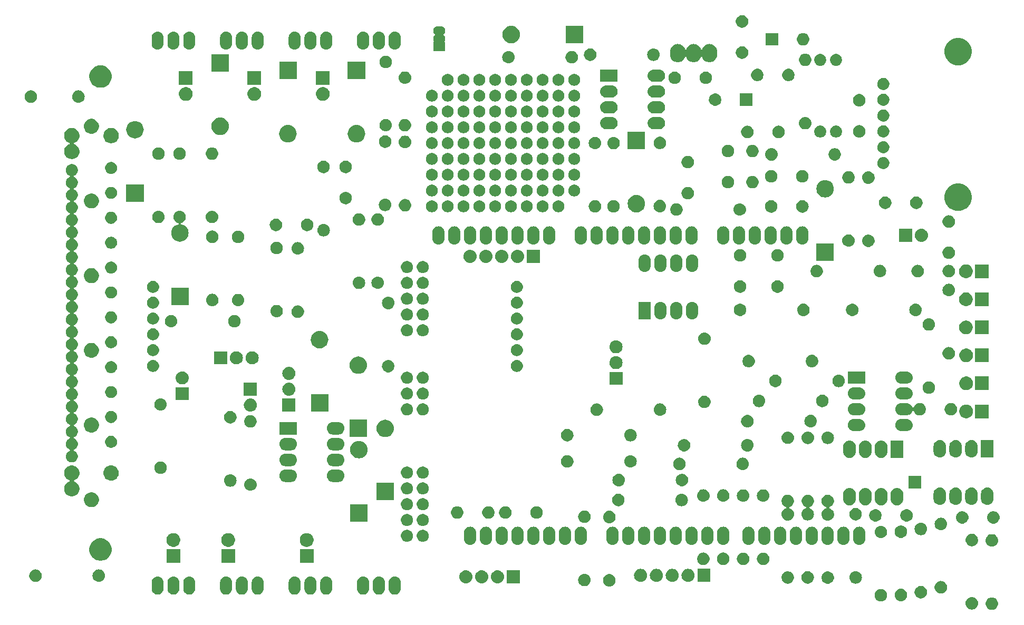
<source format=gbs>
G04 #@! TF.GenerationSoftware,KiCad,Pcbnew,5.0.0+dfsg1-2*
G04 #@! TF.CreationDate,2019-01-23T16:31:21+01:00*
G04 #@! TF.ProjectId,speedy,7370656564792E6B696361645F706362,rev?*
G04 #@! TF.SameCoordinates,Original*
G04 #@! TF.FileFunction,Soldermask,Bot*
G04 #@! TF.FilePolarity,Negative*
%FSLAX46Y46*%
G04 Gerber Fmt 4.6, Leading zero omitted, Abs format (unit mm)*
G04 Created by KiCad (PCBNEW 5.0.0+dfsg1-2) date Wed Jan 23 16:31:21 2019*
%MOMM*%
%LPD*%
G01*
G04 APERTURE LIST*
%ADD10C,0.100000*%
G04 APERTURE END LIST*
D10*
G36*
X221595770Y-155705372D02*
X221711689Y-155728429D01*
X221893678Y-155803811D01*
X222057463Y-155913249D01*
X222196751Y-156052537D01*
X222306189Y-156216322D01*
X222381571Y-156398311D01*
X222420000Y-156591509D01*
X222420000Y-156788491D01*
X222381571Y-156981689D01*
X222306189Y-157163678D01*
X222196751Y-157327463D01*
X222057463Y-157466751D01*
X221893678Y-157576189D01*
X221711689Y-157651571D01*
X221595770Y-157674628D01*
X221518493Y-157690000D01*
X221321507Y-157690000D01*
X221244230Y-157674628D01*
X221128311Y-157651571D01*
X220946322Y-157576189D01*
X220782537Y-157466751D01*
X220643249Y-157327463D01*
X220533811Y-157163678D01*
X220458429Y-156981689D01*
X220420000Y-156788491D01*
X220420000Y-156591509D01*
X220458429Y-156398311D01*
X220533811Y-156216322D01*
X220643249Y-156052537D01*
X220782537Y-155913249D01*
X220946322Y-155803811D01*
X221128311Y-155728429D01*
X221244230Y-155705372D01*
X221321507Y-155690000D01*
X221518493Y-155690000D01*
X221595770Y-155705372D01*
X221595770Y-155705372D01*
G37*
G36*
X218406030Y-155654469D02*
X218406033Y-155654470D01*
X218406034Y-155654470D01*
X218594535Y-155711651D01*
X218594537Y-155711652D01*
X218768260Y-155804509D01*
X218920528Y-155929472D01*
X219045491Y-156081740D01*
X219074222Y-156135492D01*
X219138349Y-156255465D01*
X219195530Y-156443966D01*
X219195531Y-156443970D01*
X219214838Y-156640000D01*
X219195531Y-156836030D01*
X219138348Y-157024537D01*
X219045491Y-157198260D01*
X218920528Y-157350528D01*
X218768260Y-157475491D01*
X218768258Y-157475492D01*
X218594535Y-157568349D01*
X218406034Y-157625530D01*
X218406033Y-157625530D01*
X218406030Y-157625531D01*
X218259124Y-157640000D01*
X218160876Y-157640000D01*
X218013970Y-157625531D01*
X218013967Y-157625530D01*
X218013966Y-157625530D01*
X217825465Y-157568349D01*
X217651742Y-157475492D01*
X217651740Y-157475491D01*
X217499472Y-157350528D01*
X217374509Y-157198260D01*
X217281652Y-157024537D01*
X217224469Y-156836030D01*
X217205162Y-156640000D01*
X217224469Y-156443970D01*
X217224470Y-156443966D01*
X217281651Y-156255465D01*
X217345778Y-156135492D01*
X217374509Y-156081740D01*
X217499472Y-155929472D01*
X217651740Y-155804509D01*
X217825463Y-155711652D01*
X217825465Y-155711651D01*
X218013966Y-155654470D01*
X218013967Y-155654470D01*
X218013970Y-155654469D01*
X218160876Y-155640000D01*
X218259124Y-155640000D01*
X218406030Y-155654469D01*
X218406030Y-155654469D01*
G37*
G36*
X203785770Y-154365372D02*
X203901689Y-154388429D01*
X204083678Y-154463811D01*
X204247463Y-154573249D01*
X204386751Y-154712537D01*
X204496189Y-154876322D01*
X204571571Y-155058311D01*
X204580652Y-155103966D01*
X204610000Y-155251507D01*
X204610000Y-155448493D01*
X204594628Y-155525770D01*
X204571571Y-155641689D01*
X204496189Y-155823678D01*
X204386751Y-155987463D01*
X204247463Y-156126751D01*
X204083678Y-156236189D01*
X203901689Y-156311571D01*
X203785770Y-156334628D01*
X203708493Y-156350000D01*
X203511507Y-156350000D01*
X203434230Y-156334628D01*
X203318311Y-156311571D01*
X203136322Y-156236189D01*
X202972537Y-156126751D01*
X202833249Y-155987463D01*
X202723811Y-155823678D01*
X202648429Y-155641689D01*
X202625372Y-155525770D01*
X202610000Y-155448493D01*
X202610000Y-155251507D01*
X202639348Y-155103966D01*
X202648429Y-155058311D01*
X202723811Y-154876322D01*
X202833249Y-154712537D01*
X202972537Y-154573249D01*
X203136322Y-154463811D01*
X203318311Y-154388429D01*
X203434230Y-154365372D01*
X203511507Y-154350000D01*
X203708493Y-154350000D01*
X203785770Y-154365372D01*
X203785770Y-154365372D01*
G37*
G36*
X207016030Y-154314469D02*
X207016033Y-154314470D01*
X207016034Y-154314470D01*
X207204535Y-154371651D01*
X207204537Y-154371652D01*
X207378260Y-154464509D01*
X207530528Y-154589472D01*
X207655491Y-154741740D01*
X207655492Y-154741742D01*
X207748349Y-154915465D01*
X207802296Y-155093304D01*
X207805531Y-155103970D01*
X207824838Y-155300000D01*
X207805531Y-155496030D01*
X207805530Y-155496033D01*
X207805530Y-155496034D01*
X207761859Y-155640000D01*
X207748348Y-155684537D01*
X207655491Y-155858260D01*
X207530528Y-156010528D01*
X207378260Y-156135491D01*
X207378258Y-156135492D01*
X207204535Y-156228349D01*
X207016034Y-156285530D01*
X207016033Y-156285530D01*
X207016030Y-156285531D01*
X206869124Y-156300000D01*
X206770876Y-156300000D01*
X206623970Y-156285531D01*
X206623967Y-156285530D01*
X206623966Y-156285530D01*
X206435465Y-156228349D01*
X206261742Y-156135492D01*
X206261740Y-156135491D01*
X206109472Y-156010528D01*
X205984509Y-155858260D01*
X205891652Y-155684537D01*
X205878142Y-155640000D01*
X205834470Y-155496034D01*
X205834470Y-155496033D01*
X205834469Y-155496030D01*
X205815162Y-155300000D01*
X205834469Y-155103970D01*
X205837704Y-155093304D01*
X205891651Y-154915465D01*
X205984508Y-154741742D01*
X205984509Y-154741740D01*
X206109472Y-154589472D01*
X206261740Y-154464509D01*
X206435463Y-154371652D01*
X206435465Y-154371651D01*
X206623966Y-154314470D01*
X206623967Y-154314470D01*
X206623970Y-154314469D01*
X206770876Y-154300000D01*
X206869124Y-154300000D01*
X207016030Y-154314469D01*
X207016030Y-154314469D01*
G37*
G36*
X210185770Y-153875372D02*
X210301689Y-153898429D01*
X210483678Y-153973811D01*
X210647463Y-154083249D01*
X210786751Y-154222537D01*
X210896189Y-154386322D01*
X210971571Y-154568311D01*
X210975780Y-154589472D01*
X211010000Y-154761507D01*
X211010000Y-154958493D01*
X210999442Y-155011571D01*
X210971571Y-155151689D01*
X210896189Y-155333678D01*
X210786751Y-155497463D01*
X210647463Y-155636751D01*
X210483678Y-155746189D01*
X210301689Y-155821571D01*
X210185770Y-155844628D01*
X210108493Y-155860000D01*
X209911507Y-155860000D01*
X209834230Y-155844628D01*
X209718311Y-155821571D01*
X209536322Y-155746189D01*
X209372537Y-155636751D01*
X209233249Y-155497463D01*
X209123811Y-155333678D01*
X209048429Y-155151689D01*
X209020558Y-155011571D01*
X209010000Y-154958493D01*
X209010000Y-154761507D01*
X209044220Y-154589472D01*
X209048429Y-154568311D01*
X209123811Y-154386322D01*
X209233249Y-154222537D01*
X209372537Y-154083249D01*
X209536322Y-153973811D01*
X209718311Y-153898429D01*
X209834230Y-153875372D01*
X209911507Y-153860000D01*
X210108493Y-153860000D01*
X210185770Y-153875372D01*
X210185770Y-153875372D01*
G37*
G36*
X109646344Y-152364074D02*
X109825527Y-152418429D01*
X109825529Y-152418430D01*
X109825532Y-152418431D01*
X109990664Y-152506695D01*
X110135407Y-152625483D01*
X110254195Y-152770226D01*
X110342459Y-152935358D01*
X110342460Y-152935361D01*
X110342461Y-152935363D01*
X110396816Y-153114546D01*
X110401668Y-153163811D01*
X110410570Y-153254193D01*
X110410570Y-154345807D01*
X110406579Y-154386325D01*
X110396816Y-154485454D01*
X110371681Y-154568311D01*
X110342459Y-154664642D01*
X110254195Y-154829774D01*
X110135407Y-154974517D01*
X109990664Y-155093305D01*
X109825531Y-155181569D01*
X109825528Y-155181570D01*
X109825526Y-155181571D01*
X109646343Y-155235926D01*
X109460000Y-155254279D01*
X109273656Y-155235926D01*
X109094473Y-155181571D01*
X109094471Y-155181570D01*
X109094468Y-155181569D01*
X108929336Y-155093305D01*
X108784593Y-154974517D01*
X108665805Y-154829774D01*
X108577541Y-154664641D01*
X108577539Y-154664636D01*
X108523184Y-154485453D01*
X108509430Y-154345804D01*
X108509430Y-153254193D01*
X108523184Y-153114544D01*
X108577539Y-152935363D01*
X108665806Y-152770226D01*
X108784594Y-152625483D01*
X108929337Y-152506695D01*
X109094469Y-152418431D01*
X109094472Y-152418430D01*
X109094474Y-152418429D01*
X109273657Y-152364074D01*
X109460000Y-152345721D01*
X109646344Y-152364074D01*
X109646344Y-152364074D01*
G37*
G36*
X114726344Y-152364074D02*
X114905527Y-152418429D01*
X114905529Y-152418430D01*
X114905532Y-152418431D01*
X115070664Y-152506695D01*
X115215407Y-152625483D01*
X115334195Y-152770226D01*
X115422459Y-152935358D01*
X115422460Y-152935361D01*
X115422461Y-152935363D01*
X115476816Y-153114546D01*
X115481668Y-153163811D01*
X115490570Y-153254193D01*
X115490570Y-154345807D01*
X115486579Y-154386325D01*
X115476816Y-154485454D01*
X115451681Y-154568311D01*
X115422459Y-154664642D01*
X115334195Y-154829774D01*
X115215407Y-154974517D01*
X115070664Y-155093305D01*
X114905531Y-155181569D01*
X114905528Y-155181570D01*
X114905526Y-155181571D01*
X114726343Y-155235926D01*
X114540000Y-155254279D01*
X114353656Y-155235926D01*
X114174473Y-155181571D01*
X114174471Y-155181570D01*
X114174468Y-155181569D01*
X114009336Y-155093305D01*
X113864593Y-154974517D01*
X113745805Y-154829774D01*
X113657541Y-154664641D01*
X113657539Y-154664636D01*
X113603184Y-154485453D01*
X113589430Y-154345804D01*
X113589430Y-153254193D01*
X113603184Y-153114544D01*
X113657539Y-152935363D01*
X113745806Y-152770226D01*
X113864594Y-152625483D01*
X114009337Y-152506695D01*
X114174469Y-152418431D01*
X114174472Y-152418430D01*
X114174474Y-152418429D01*
X114353657Y-152364074D01*
X114540000Y-152345721D01*
X114726344Y-152364074D01*
X114726344Y-152364074D01*
G37*
G36*
X112186344Y-152364074D02*
X112365527Y-152418429D01*
X112365529Y-152418430D01*
X112365532Y-152418431D01*
X112530664Y-152506695D01*
X112675407Y-152625483D01*
X112794195Y-152770226D01*
X112882459Y-152935358D01*
X112882460Y-152935361D01*
X112882461Y-152935363D01*
X112936816Y-153114546D01*
X112941668Y-153163811D01*
X112950570Y-153254193D01*
X112950570Y-154345807D01*
X112946579Y-154386325D01*
X112936816Y-154485454D01*
X112911681Y-154568311D01*
X112882459Y-154664642D01*
X112794195Y-154829774D01*
X112675407Y-154974517D01*
X112530664Y-155093305D01*
X112365531Y-155181569D01*
X112365528Y-155181570D01*
X112365526Y-155181571D01*
X112186343Y-155235926D01*
X112000000Y-155254279D01*
X111813656Y-155235926D01*
X111634473Y-155181571D01*
X111634471Y-155181570D01*
X111634468Y-155181569D01*
X111469336Y-155093305D01*
X111324593Y-154974517D01*
X111205805Y-154829774D01*
X111117541Y-154664641D01*
X111117539Y-154664636D01*
X111063184Y-154485453D01*
X111049430Y-154345804D01*
X111049430Y-153254193D01*
X111063184Y-153114544D01*
X111117539Y-152935363D01*
X111205806Y-152770226D01*
X111324594Y-152625483D01*
X111469337Y-152506695D01*
X111634469Y-152418431D01*
X111634472Y-152418430D01*
X111634474Y-152418429D01*
X111813657Y-152364074D01*
X112000000Y-152345721D01*
X112186344Y-152364074D01*
X112186344Y-152364074D01*
G37*
G36*
X120646344Y-152364074D02*
X120825527Y-152418429D01*
X120825529Y-152418430D01*
X120825532Y-152418431D01*
X120990664Y-152506695D01*
X121135407Y-152625483D01*
X121254195Y-152770226D01*
X121342459Y-152935358D01*
X121342460Y-152935361D01*
X121342461Y-152935363D01*
X121396816Y-153114546D01*
X121401668Y-153163811D01*
X121410570Y-153254193D01*
X121410570Y-154345807D01*
X121406579Y-154386325D01*
X121396816Y-154485454D01*
X121371681Y-154568311D01*
X121342459Y-154664642D01*
X121254195Y-154829774D01*
X121135407Y-154974517D01*
X120990664Y-155093305D01*
X120825531Y-155181569D01*
X120825528Y-155181570D01*
X120825526Y-155181571D01*
X120646343Y-155235926D01*
X120460000Y-155254279D01*
X120273656Y-155235926D01*
X120094473Y-155181571D01*
X120094471Y-155181570D01*
X120094468Y-155181569D01*
X119929336Y-155093305D01*
X119784593Y-154974517D01*
X119665805Y-154829774D01*
X119577541Y-154664641D01*
X119577539Y-154664636D01*
X119523184Y-154485453D01*
X119509430Y-154345804D01*
X119509430Y-153254193D01*
X119523184Y-153114544D01*
X119577539Y-152935363D01*
X119665806Y-152770226D01*
X119784594Y-152625483D01*
X119929337Y-152506695D01*
X120094469Y-152418431D01*
X120094472Y-152418430D01*
X120094474Y-152418429D01*
X120273657Y-152364074D01*
X120460000Y-152345721D01*
X120646344Y-152364074D01*
X120646344Y-152364074D01*
G37*
G36*
X125726344Y-152364074D02*
X125905527Y-152418429D01*
X125905529Y-152418430D01*
X125905532Y-152418431D01*
X126070664Y-152506695D01*
X126215407Y-152625483D01*
X126334195Y-152770226D01*
X126422459Y-152935358D01*
X126422460Y-152935361D01*
X126422461Y-152935363D01*
X126476816Y-153114546D01*
X126481668Y-153163811D01*
X126490570Y-153254193D01*
X126490570Y-154345807D01*
X126486579Y-154386325D01*
X126476816Y-154485454D01*
X126451681Y-154568311D01*
X126422459Y-154664642D01*
X126334195Y-154829774D01*
X126215407Y-154974517D01*
X126070664Y-155093305D01*
X125905531Y-155181569D01*
X125905528Y-155181570D01*
X125905526Y-155181571D01*
X125726343Y-155235926D01*
X125540000Y-155254279D01*
X125353656Y-155235926D01*
X125174473Y-155181571D01*
X125174471Y-155181570D01*
X125174468Y-155181569D01*
X125009336Y-155093305D01*
X124864593Y-154974517D01*
X124745805Y-154829774D01*
X124657541Y-154664641D01*
X124657539Y-154664636D01*
X124603184Y-154485453D01*
X124589430Y-154345804D01*
X124589430Y-153254193D01*
X124603184Y-153114544D01*
X124657539Y-152935363D01*
X124745806Y-152770226D01*
X124864594Y-152625483D01*
X125009337Y-152506695D01*
X125174469Y-152418431D01*
X125174472Y-152418430D01*
X125174474Y-152418429D01*
X125353657Y-152364074D01*
X125540000Y-152345721D01*
X125726344Y-152364074D01*
X125726344Y-152364074D01*
G37*
G36*
X123186344Y-152364074D02*
X123365527Y-152418429D01*
X123365529Y-152418430D01*
X123365532Y-152418431D01*
X123530664Y-152506695D01*
X123675407Y-152625483D01*
X123794195Y-152770226D01*
X123882459Y-152935358D01*
X123882460Y-152935361D01*
X123882461Y-152935363D01*
X123936816Y-153114546D01*
X123941668Y-153163811D01*
X123950570Y-153254193D01*
X123950570Y-154345807D01*
X123946579Y-154386325D01*
X123936816Y-154485454D01*
X123911681Y-154568311D01*
X123882459Y-154664642D01*
X123794195Y-154829774D01*
X123675407Y-154974517D01*
X123530664Y-155093305D01*
X123365531Y-155181569D01*
X123365528Y-155181570D01*
X123365526Y-155181571D01*
X123186343Y-155235926D01*
X123000000Y-155254279D01*
X122813656Y-155235926D01*
X122634473Y-155181571D01*
X122634471Y-155181570D01*
X122634468Y-155181569D01*
X122469336Y-155093305D01*
X122324593Y-154974517D01*
X122205805Y-154829774D01*
X122117541Y-154664641D01*
X122117539Y-154664636D01*
X122063184Y-154485453D01*
X122049430Y-154345804D01*
X122049430Y-153254193D01*
X122063184Y-153114544D01*
X122117539Y-152935363D01*
X122205806Y-152770226D01*
X122324594Y-152625483D01*
X122469337Y-152506695D01*
X122634469Y-152418431D01*
X122634472Y-152418430D01*
X122634474Y-152418429D01*
X122813657Y-152364074D01*
X123000000Y-152345721D01*
X123186344Y-152364074D01*
X123186344Y-152364074D01*
G37*
G36*
X92726344Y-152364074D02*
X92905527Y-152418429D01*
X92905529Y-152418430D01*
X92905532Y-152418431D01*
X93070664Y-152506695D01*
X93215407Y-152625483D01*
X93334195Y-152770226D01*
X93422459Y-152935358D01*
X93422460Y-152935361D01*
X93422461Y-152935363D01*
X93476816Y-153114546D01*
X93481668Y-153163811D01*
X93490570Y-153254193D01*
X93490570Y-154345807D01*
X93486579Y-154386325D01*
X93476816Y-154485454D01*
X93451681Y-154568311D01*
X93422459Y-154664642D01*
X93334195Y-154829774D01*
X93215407Y-154974517D01*
X93070664Y-155093305D01*
X92905531Y-155181569D01*
X92905528Y-155181570D01*
X92905526Y-155181571D01*
X92726343Y-155235926D01*
X92540000Y-155254279D01*
X92353656Y-155235926D01*
X92174473Y-155181571D01*
X92174471Y-155181570D01*
X92174468Y-155181569D01*
X92009336Y-155093305D01*
X91864593Y-154974517D01*
X91745805Y-154829774D01*
X91657541Y-154664641D01*
X91657539Y-154664636D01*
X91603184Y-154485453D01*
X91589430Y-154345804D01*
X91589430Y-153254193D01*
X91603184Y-153114544D01*
X91657539Y-152935363D01*
X91745806Y-152770226D01*
X91864594Y-152625483D01*
X92009337Y-152506695D01*
X92174469Y-152418431D01*
X92174472Y-152418430D01*
X92174474Y-152418429D01*
X92353657Y-152364074D01*
X92540000Y-152345721D01*
X92726344Y-152364074D01*
X92726344Y-152364074D01*
G37*
G36*
X87646344Y-152364074D02*
X87825527Y-152418429D01*
X87825529Y-152418430D01*
X87825532Y-152418431D01*
X87990664Y-152506695D01*
X88135407Y-152625483D01*
X88254195Y-152770226D01*
X88342459Y-152935358D01*
X88342460Y-152935361D01*
X88342461Y-152935363D01*
X88396816Y-153114546D01*
X88401668Y-153163811D01*
X88410570Y-153254193D01*
X88410570Y-154345807D01*
X88406579Y-154386325D01*
X88396816Y-154485454D01*
X88371681Y-154568311D01*
X88342459Y-154664642D01*
X88254195Y-154829774D01*
X88135407Y-154974517D01*
X87990664Y-155093305D01*
X87825531Y-155181569D01*
X87825528Y-155181570D01*
X87825526Y-155181571D01*
X87646343Y-155235926D01*
X87460000Y-155254279D01*
X87273656Y-155235926D01*
X87094473Y-155181571D01*
X87094471Y-155181570D01*
X87094468Y-155181569D01*
X86929336Y-155093305D01*
X86784593Y-154974517D01*
X86665805Y-154829774D01*
X86577541Y-154664641D01*
X86577539Y-154664636D01*
X86523184Y-154485453D01*
X86509430Y-154345804D01*
X86509430Y-153254193D01*
X86523184Y-153114544D01*
X86577539Y-152935363D01*
X86665806Y-152770226D01*
X86784594Y-152625483D01*
X86929337Y-152506695D01*
X87094469Y-152418431D01*
X87094472Y-152418430D01*
X87094474Y-152418429D01*
X87273657Y-152364074D01*
X87460000Y-152345721D01*
X87646344Y-152364074D01*
X87646344Y-152364074D01*
G37*
G36*
X101186344Y-152364074D02*
X101365527Y-152418429D01*
X101365529Y-152418430D01*
X101365532Y-152418431D01*
X101530664Y-152506695D01*
X101675407Y-152625483D01*
X101794195Y-152770226D01*
X101882459Y-152935358D01*
X101882460Y-152935361D01*
X101882461Y-152935363D01*
X101936816Y-153114546D01*
X101941668Y-153163811D01*
X101950570Y-153254193D01*
X101950570Y-154345807D01*
X101946579Y-154386325D01*
X101936816Y-154485454D01*
X101911681Y-154568311D01*
X101882459Y-154664642D01*
X101794195Y-154829774D01*
X101675407Y-154974517D01*
X101530664Y-155093305D01*
X101365531Y-155181569D01*
X101365528Y-155181570D01*
X101365526Y-155181571D01*
X101186343Y-155235926D01*
X101000000Y-155254279D01*
X100813656Y-155235926D01*
X100634473Y-155181571D01*
X100634471Y-155181570D01*
X100634468Y-155181569D01*
X100469336Y-155093305D01*
X100324593Y-154974517D01*
X100205805Y-154829774D01*
X100117541Y-154664641D01*
X100117539Y-154664636D01*
X100063184Y-154485453D01*
X100049430Y-154345804D01*
X100049430Y-153254193D01*
X100063184Y-153114544D01*
X100117539Y-152935363D01*
X100205806Y-152770226D01*
X100324594Y-152625483D01*
X100469337Y-152506695D01*
X100634469Y-152418431D01*
X100634472Y-152418430D01*
X100634474Y-152418429D01*
X100813657Y-152364074D01*
X101000000Y-152345721D01*
X101186344Y-152364074D01*
X101186344Y-152364074D01*
G37*
G36*
X103726344Y-152364074D02*
X103905527Y-152418429D01*
X103905529Y-152418430D01*
X103905532Y-152418431D01*
X104070664Y-152506695D01*
X104215407Y-152625483D01*
X104334195Y-152770226D01*
X104422459Y-152935358D01*
X104422460Y-152935361D01*
X104422461Y-152935363D01*
X104476816Y-153114546D01*
X104481668Y-153163811D01*
X104490570Y-153254193D01*
X104490570Y-154345807D01*
X104486579Y-154386325D01*
X104476816Y-154485454D01*
X104451681Y-154568311D01*
X104422459Y-154664642D01*
X104334195Y-154829774D01*
X104215407Y-154974517D01*
X104070664Y-155093305D01*
X103905531Y-155181569D01*
X103905528Y-155181570D01*
X103905526Y-155181571D01*
X103726343Y-155235926D01*
X103540000Y-155254279D01*
X103353656Y-155235926D01*
X103174473Y-155181571D01*
X103174471Y-155181570D01*
X103174468Y-155181569D01*
X103009336Y-155093305D01*
X102864593Y-154974517D01*
X102745805Y-154829774D01*
X102657541Y-154664641D01*
X102657539Y-154664636D01*
X102603184Y-154485453D01*
X102589430Y-154345804D01*
X102589430Y-153254193D01*
X102603184Y-153114544D01*
X102657539Y-152935363D01*
X102745806Y-152770226D01*
X102864594Y-152625483D01*
X103009337Y-152506695D01*
X103174469Y-152418431D01*
X103174472Y-152418430D01*
X103174474Y-152418429D01*
X103353657Y-152364074D01*
X103540000Y-152345721D01*
X103726344Y-152364074D01*
X103726344Y-152364074D01*
G37*
G36*
X98646344Y-152364074D02*
X98825527Y-152418429D01*
X98825529Y-152418430D01*
X98825532Y-152418431D01*
X98990664Y-152506695D01*
X99135407Y-152625483D01*
X99254195Y-152770226D01*
X99342459Y-152935358D01*
X99342460Y-152935361D01*
X99342461Y-152935363D01*
X99396816Y-153114546D01*
X99401668Y-153163811D01*
X99410570Y-153254193D01*
X99410570Y-154345807D01*
X99406579Y-154386325D01*
X99396816Y-154485454D01*
X99371681Y-154568311D01*
X99342459Y-154664642D01*
X99254195Y-154829774D01*
X99135407Y-154974517D01*
X98990664Y-155093305D01*
X98825531Y-155181569D01*
X98825528Y-155181570D01*
X98825526Y-155181571D01*
X98646343Y-155235926D01*
X98460000Y-155254279D01*
X98273656Y-155235926D01*
X98094473Y-155181571D01*
X98094471Y-155181570D01*
X98094468Y-155181569D01*
X97929336Y-155093305D01*
X97784593Y-154974517D01*
X97665805Y-154829774D01*
X97577541Y-154664641D01*
X97577539Y-154664636D01*
X97523184Y-154485453D01*
X97509430Y-154345804D01*
X97509430Y-153254193D01*
X97523184Y-153114544D01*
X97577539Y-152935363D01*
X97665806Y-152770226D01*
X97784594Y-152625483D01*
X97929337Y-152506695D01*
X98094469Y-152418431D01*
X98094472Y-152418430D01*
X98094474Y-152418429D01*
X98273657Y-152364074D01*
X98460000Y-152345721D01*
X98646344Y-152364074D01*
X98646344Y-152364074D01*
G37*
G36*
X90186344Y-152364074D02*
X90365527Y-152418429D01*
X90365529Y-152418430D01*
X90365532Y-152418431D01*
X90530664Y-152506695D01*
X90675407Y-152625483D01*
X90794195Y-152770226D01*
X90882459Y-152935358D01*
X90882460Y-152935361D01*
X90882461Y-152935363D01*
X90936816Y-153114546D01*
X90941668Y-153163811D01*
X90950570Y-153254193D01*
X90950570Y-154345807D01*
X90946579Y-154386325D01*
X90936816Y-154485454D01*
X90911681Y-154568311D01*
X90882459Y-154664642D01*
X90794195Y-154829774D01*
X90675407Y-154974517D01*
X90530664Y-155093305D01*
X90365531Y-155181569D01*
X90365528Y-155181570D01*
X90365526Y-155181571D01*
X90186343Y-155235926D01*
X90000000Y-155254279D01*
X89813656Y-155235926D01*
X89634473Y-155181571D01*
X89634471Y-155181570D01*
X89634468Y-155181569D01*
X89469336Y-155093305D01*
X89324593Y-154974517D01*
X89205805Y-154829774D01*
X89117541Y-154664641D01*
X89117539Y-154664636D01*
X89063184Y-154485453D01*
X89049430Y-154345804D01*
X89049430Y-153254193D01*
X89063184Y-153114544D01*
X89117539Y-152935363D01*
X89205806Y-152770226D01*
X89324594Y-152625483D01*
X89469337Y-152506695D01*
X89634469Y-152418431D01*
X89634472Y-152418430D01*
X89634474Y-152418429D01*
X89813657Y-152364074D01*
X90000000Y-152345721D01*
X90186344Y-152364074D01*
X90186344Y-152364074D01*
G37*
G36*
X213405770Y-153065372D02*
X213521689Y-153088429D01*
X213703678Y-153163811D01*
X213867463Y-153273249D01*
X214006751Y-153412537D01*
X214116189Y-153576322D01*
X214191571Y-153758311D01*
X214230000Y-153951509D01*
X214230000Y-154148491D01*
X214191571Y-154341689D01*
X214116189Y-154523678D01*
X214006751Y-154687463D01*
X213867463Y-154826751D01*
X213703678Y-154936189D01*
X213521689Y-155011571D01*
X213405770Y-155034628D01*
X213328493Y-155050000D01*
X213131507Y-155050000D01*
X213054230Y-155034628D01*
X212938311Y-155011571D01*
X212756322Y-154936189D01*
X212592537Y-154826751D01*
X212453249Y-154687463D01*
X212343811Y-154523678D01*
X212268429Y-154341689D01*
X212230000Y-154148491D01*
X212230000Y-153951509D01*
X212268429Y-153758311D01*
X212343811Y-153576322D01*
X212453249Y-153412537D01*
X212592537Y-153273249D01*
X212756322Y-153163811D01*
X212938311Y-153088429D01*
X213054230Y-153065372D01*
X213131507Y-153050000D01*
X213328493Y-153050000D01*
X213405770Y-153065372D01*
X213405770Y-153065372D01*
G37*
G36*
X160175770Y-151955372D02*
X160291689Y-151978429D01*
X160473678Y-152053811D01*
X160637463Y-152163249D01*
X160776751Y-152302537D01*
X160886189Y-152466322D01*
X160961571Y-152648311D01*
X160968079Y-152681030D01*
X161000000Y-152841507D01*
X161000000Y-153038493D01*
X160990067Y-153088429D01*
X160961571Y-153231689D01*
X160886189Y-153413678D01*
X160776751Y-153577463D01*
X160637463Y-153716751D01*
X160473678Y-153826189D01*
X160291689Y-153901571D01*
X160175770Y-153924628D01*
X160098493Y-153940000D01*
X159901507Y-153940000D01*
X159824230Y-153924628D01*
X159708311Y-153901571D01*
X159526322Y-153826189D01*
X159362537Y-153716751D01*
X159223249Y-153577463D01*
X159113811Y-153413678D01*
X159038429Y-153231689D01*
X159009933Y-153088429D01*
X159000000Y-153038493D01*
X159000000Y-152841507D01*
X159031921Y-152681030D01*
X159038429Y-152648311D01*
X159113811Y-152466322D01*
X159223249Y-152302537D01*
X159362537Y-152163249D01*
X159526322Y-152053811D01*
X159708311Y-151978429D01*
X159824230Y-151955372D01*
X159901507Y-151940000D01*
X160098493Y-151940000D01*
X160175770Y-151955372D01*
X160175770Y-151955372D01*
G37*
G36*
X156196030Y-151914469D02*
X156196033Y-151914470D01*
X156196034Y-151914470D01*
X156384535Y-151971651D01*
X156384537Y-151971652D01*
X156558260Y-152064509D01*
X156710528Y-152189472D01*
X156835491Y-152341740D01*
X156902083Y-152466325D01*
X156928349Y-152515465D01*
X156985530Y-152703966D01*
X156985531Y-152703970D01*
X157004838Y-152900000D01*
X156985531Y-153096030D01*
X156985530Y-153096033D01*
X156985530Y-153096034D01*
X156931773Y-153273249D01*
X156928348Y-153284537D01*
X156835491Y-153458260D01*
X156710528Y-153610528D01*
X156558260Y-153735491D01*
X156558258Y-153735492D01*
X156384535Y-153828349D01*
X156196034Y-153885530D01*
X156196033Y-153885530D01*
X156196030Y-153885531D01*
X156049124Y-153900000D01*
X155950876Y-153900000D01*
X155803970Y-153885531D01*
X155803967Y-153885530D01*
X155803966Y-153885530D01*
X155615465Y-153828349D01*
X155441742Y-153735492D01*
X155441740Y-153735491D01*
X155289472Y-153610528D01*
X155164509Y-153458260D01*
X155071652Y-153284537D01*
X155068228Y-153273249D01*
X155014470Y-153096034D01*
X155014470Y-153096033D01*
X155014469Y-153096030D01*
X154995162Y-152900000D01*
X155014469Y-152703970D01*
X155014470Y-152703966D01*
X155071651Y-152515465D01*
X155097917Y-152466325D01*
X155164509Y-152341740D01*
X155289472Y-152189472D01*
X155441740Y-152064509D01*
X155615463Y-151971652D01*
X155615465Y-151971651D01*
X155803966Y-151914470D01*
X155803967Y-151914470D01*
X155803970Y-151914469D01*
X155950876Y-151900000D01*
X156049124Y-151900000D01*
X156196030Y-151914469D01*
X156196030Y-151914469D01*
G37*
G36*
X195255770Y-151525372D02*
X195371689Y-151548429D01*
X195553678Y-151623811D01*
X195717463Y-151733249D01*
X195856751Y-151872537D01*
X195966189Y-152036322D01*
X196041571Y-152218311D01*
X196055530Y-152288491D01*
X196080000Y-152411507D01*
X196080000Y-152608493D01*
X196064628Y-152685770D01*
X196041571Y-152801689D01*
X195966189Y-152983678D01*
X195856751Y-153147463D01*
X195717463Y-153286751D01*
X195553678Y-153396189D01*
X195371689Y-153471571D01*
X195255770Y-153494628D01*
X195178493Y-153510000D01*
X194981507Y-153510000D01*
X194904230Y-153494628D01*
X194788311Y-153471571D01*
X194606322Y-153396189D01*
X194442537Y-153286751D01*
X194303249Y-153147463D01*
X194193811Y-152983678D01*
X194118429Y-152801689D01*
X194095372Y-152685770D01*
X194080000Y-152608493D01*
X194080000Y-152411507D01*
X194104470Y-152288491D01*
X194118429Y-152218311D01*
X194193811Y-152036322D01*
X194303249Y-151872537D01*
X194442537Y-151733249D01*
X194606322Y-151623811D01*
X194788311Y-151548429D01*
X194904230Y-151525372D01*
X194981507Y-151510000D01*
X195178493Y-151510000D01*
X195255770Y-151525372D01*
X195255770Y-151525372D01*
G37*
G36*
X188825770Y-151515372D02*
X188941689Y-151538429D01*
X189123678Y-151613811D01*
X189287463Y-151723249D01*
X189426751Y-151862537D01*
X189536189Y-152026322D01*
X189611571Y-152208311D01*
X189650000Y-152401509D01*
X189650000Y-152598491D01*
X189611571Y-152791689D01*
X189536189Y-152973678D01*
X189426751Y-153137463D01*
X189287463Y-153276751D01*
X189123678Y-153386189D01*
X188941689Y-153461571D01*
X188825770Y-153484628D01*
X188748493Y-153500000D01*
X188551507Y-153500000D01*
X188474230Y-153484628D01*
X188358311Y-153461571D01*
X188176322Y-153386189D01*
X188012537Y-153276751D01*
X187873249Y-153137463D01*
X187763811Y-152973678D01*
X187688429Y-152791689D01*
X187650000Y-152598491D01*
X187650000Y-152401509D01*
X187688429Y-152208311D01*
X187763811Y-152026322D01*
X187873249Y-151862537D01*
X188012537Y-151723249D01*
X188176322Y-151613811D01*
X188358311Y-151538429D01*
X188474230Y-151515372D01*
X188551507Y-151500000D01*
X188748493Y-151500000D01*
X188825770Y-151515372D01*
X188825770Y-151515372D01*
G37*
G36*
X192025770Y-151505372D02*
X192141689Y-151528429D01*
X192323678Y-151603811D01*
X192487463Y-151713249D01*
X192626751Y-151852537D01*
X192736189Y-152016322D01*
X192811571Y-152198311D01*
X192829509Y-152288491D01*
X192850000Y-152391507D01*
X192850000Y-152588493D01*
X192842642Y-152625483D01*
X192811571Y-152781689D01*
X192736189Y-152963678D01*
X192626751Y-153127463D01*
X192487463Y-153266751D01*
X192323678Y-153376189D01*
X192141689Y-153451571D01*
X192046369Y-153470531D01*
X191948493Y-153490000D01*
X191751507Y-153490000D01*
X191653631Y-153470531D01*
X191558311Y-153451571D01*
X191376322Y-153376189D01*
X191212537Y-153266751D01*
X191073249Y-153127463D01*
X190963811Y-152963678D01*
X190888429Y-152781689D01*
X190857358Y-152625483D01*
X190850000Y-152588493D01*
X190850000Y-152391507D01*
X190870491Y-152288491D01*
X190888429Y-152198311D01*
X190963811Y-152016322D01*
X191073249Y-151852537D01*
X191212537Y-151713249D01*
X191376322Y-151603811D01*
X191558311Y-151528429D01*
X191674230Y-151505372D01*
X191751507Y-151490000D01*
X191948493Y-151490000D01*
X192025770Y-151505372D01*
X192025770Y-151505372D01*
G37*
G36*
X199746030Y-151499469D02*
X199746033Y-151499470D01*
X199746034Y-151499470D01*
X199934535Y-151556651D01*
X199934537Y-151556652D01*
X200108260Y-151649509D01*
X200260528Y-151774472D01*
X200385491Y-151926740D01*
X200385492Y-151926742D01*
X200478349Y-152100465D01*
X200535530Y-152288966D01*
X200535531Y-152288970D01*
X200554838Y-152485000D01*
X200535531Y-152681030D01*
X200535530Y-152681033D01*
X200535530Y-152681034D01*
X200486851Y-152841509D01*
X200478348Y-152869537D01*
X200385491Y-153043260D01*
X200260528Y-153195528D01*
X200108260Y-153320491D01*
X199985348Y-153386189D01*
X199934535Y-153413349D01*
X199746034Y-153470530D01*
X199746033Y-153470530D01*
X199746030Y-153470531D01*
X199599124Y-153485000D01*
X199500876Y-153485000D01*
X199353970Y-153470531D01*
X199353967Y-153470530D01*
X199353966Y-153470530D01*
X199165465Y-153413349D01*
X199114652Y-153386189D01*
X198991740Y-153320491D01*
X198839472Y-153195528D01*
X198714509Y-153043260D01*
X198621652Y-152869537D01*
X198613150Y-152841509D01*
X198564470Y-152681034D01*
X198564470Y-152681033D01*
X198564469Y-152681030D01*
X198545162Y-152485000D01*
X198564469Y-152288970D01*
X198564470Y-152288966D01*
X198621651Y-152100465D01*
X198714508Y-151926742D01*
X198714509Y-151926740D01*
X198839472Y-151774472D01*
X198991740Y-151649509D01*
X199165463Y-151556652D01*
X199165465Y-151556651D01*
X199353966Y-151499470D01*
X199353967Y-151499470D01*
X199353970Y-151499469D01*
X199500876Y-151485000D01*
X199599124Y-151485000D01*
X199746030Y-151499469D01*
X199746030Y-151499469D01*
G37*
G36*
X139628707Y-151327596D02*
X139705836Y-151335193D01*
X139837787Y-151375220D01*
X139903763Y-151395233D01*
X140086172Y-151492733D01*
X140246054Y-151623946D01*
X140377267Y-151783828D01*
X140474767Y-151966237D01*
X140489960Y-152016322D01*
X140534807Y-152164164D01*
X140555080Y-152370000D01*
X140534807Y-152575836D01*
X140502897Y-152681030D01*
X140474767Y-152773763D01*
X140377267Y-152956172D01*
X140246054Y-153116054D01*
X140086172Y-153247267D01*
X139903763Y-153344767D01*
X139837787Y-153364780D01*
X139705836Y-153404807D01*
X139628707Y-153412404D01*
X139551580Y-153420000D01*
X139448420Y-153420000D01*
X139371293Y-153412404D01*
X139294164Y-153404807D01*
X139162213Y-153364780D01*
X139096237Y-153344767D01*
X138913828Y-153247267D01*
X138753946Y-153116054D01*
X138622733Y-152956172D01*
X138525233Y-152773763D01*
X138497103Y-152681030D01*
X138465193Y-152575836D01*
X138444920Y-152370000D01*
X138465193Y-152164164D01*
X138510040Y-152016322D01*
X138525233Y-151966237D01*
X138622733Y-151783828D01*
X138753946Y-151623946D01*
X138913828Y-151492733D01*
X139096237Y-151395233D01*
X139162213Y-151375220D01*
X139294164Y-151335193D01*
X139371293Y-151327596D01*
X139448420Y-151320000D01*
X139551580Y-151320000D01*
X139628707Y-151327596D01*
X139628707Y-151327596D01*
G37*
G36*
X142168707Y-151327596D02*
X142245836Y-151335193D01*
X142377787Y-151375220D01*
X142443763Y-151395233D01*
X142626172Y-151492733D01*
X142786054Y-151623946D01*
X142917267Y-151783828D01*
X143014767Y-151966237D01*
X143029960Y-152016322D01*
X143074807Y-152164164D01*
X143095080Y-152370000D01*
X143074807Y-152575836D01*
X143042897Y-152681030D01*
X143014767Y-152773763D01*
X142917267Y-152956172D01*
X142786054Y-153116054D01*
X142626172Y-153247267D01*
X142443763Y-153344767D01*
X142377787Y-153364780D01*
X142245836Y-153404807D01*
X142168707Y-153412404D01*
X142091580Y-153420000D01*
X141988420Y-153420000D01*
X141911293Y-153412404D01*
X141834164Y-153404807D01*
X141702213Y-153364780D01*
X141636237Y-153344767D01*
X141453828Y-153247267D01*
X141293946Y-153116054D01*
X141162733Y-152956172D01*
X141065233Y-152773763D01*
X141037103Y-152681030D01*
X141005193Y-152575836D01*
X140984920Y-152370000D01*
X141005193Y-152164164D01*
X141050040Y-152016322D01*
X141065233Y-151966237D01*
X141162733Y-151783828D01*
X141293946Y-151623946D01*
X141453828Y-151492733D01*
X141636237Y-151395233D01*
X141702213Y-151375220D01*
X141834164Y-151335193D01*
X141911293Y-151327596D01*
X141988420Y-151320000D01*
X142091580Y-151320000D01*
X142168707Y-151327596D01*
X142168707Y-151327596D01*
G37*
G36*
X145630000Y-153420000D02*
X143530000Y-153420000D01*
X143530000Y-151320000D01*
X145630000Y-151320000D01*
X145630000Y-153420000D01*
X145630000Y-153420000D01*
G37*
G36*
X137088707Y-151327596D02*
X137165836Y-151335193D01*
X137297787Y-151375220D01*
X137363763Y-151395233D01*
X137546172Y-151492733D01*
X137706054Y-151623946D01*
X137837267Y-151783828D01*
X137934767Y-151966237D01*
X137949960Y-152016322D01*
X137994807Y-152164164D01*
X138015080Y-152370000D01*
X137994807Y-152575836D01*
X137962897Y-152681030D01*
X137934767Y-152773763D01*
X137837267Y-152956172D01*
X137706054Y-153116054D01*
X137546172Y-153247267D01*
X137363763Y-153344767D01*
X137297787Y-153364780D01*
X137165836Y-153404807D01*
X137088707Y-153412404D01*
X137011580Y-153420000D01*
X136908420Y-153420000D01*
X136831293Y-153412404D01*
X136754164Y-153404807D01*
X136622213Y-153364780D01*
X136556237Y-153344767D01*
X136373828Y-153247267D01*
X136213946Y-153116054D01*
X136082733Y-152956172D01*
X135985233Y-152773763D01*
X135957103Y-152681030D01*
X135925193Y-152575836D01*
X135904920Y-152370000D01*
X135925193Y-152164164D01*
X135970040Y-152016322D01*
X135985233Y-151966237D01*
X136082733Y-151783828D01*
X136213946Y-151623946D01*
X136373828Y-151492733D01*
X136556237Y-151395233D01*
X136622213Y-151375220D01*
X136754164Y-151335193D01*
X136831293Y-151327596D01*
X136908420Y-151320000D01*
X137011580Y-151320000D01*
X137088707Y-151327596D01*
X137088707Y-151327596D01*
G37*
G36*
X176240000Y-153200000D02*
X174140000Y-153200000D01*
X174140000Y-151100000D01*
X176240000Y-151100000D01*
X176240000Y-153200000D01*
X176240000Y-153200000D01*
G37*
G36*
X172778707Y-151107597D02*
X172855836Y-151115193D01*
X172987787Y-151155220D01*
X173053763Y-151175233D01*
X173236172Y-151272733D01*
X173396054Y-151403946D01*
X173527267Y-151563828D01*
X173624767Y-151746237D01*
X173624767Y-151746238D01*
X173684807Y-151944164D01*
X173705080Y-152150000D01*
X173684807Y-152355836D01*
X173651291Y-152466325D01*
X173624767Y-152553763D01*
X173527267Y-152736172D01*
X173396054Y-152896054D01*
X173236172Y-153027267D01*
X173053763Y-153124767D01*
X173044865Y-153127466D01*
X172855836Y-153184807D01*
X172803110Y-153190000D01*
X172701580Y-153200000D01*
X172598420Y-153200000D01*
X172496890Y-153190000D01*
X172444164Y-153184807D01*
X172255135Y-153127466D01*
X172246237Y-153124767D01*
X172063828Y-153027267D01*
X171903946Y-152896054D01*
X171772733Y-152736172D01*
X171675233Y-152553763D01*
X171648709Y-152466325D01*
X171615193Y-152355836D01*
X171594920Y-152150000D01*
X171615193Y-151944164D01*
X171675233Y-151746238D01*
X171675233Y-151746237D01*
X171772733Y-151563828D01*
X171903946Y-151403946D01*
X172063828Y-151272733D01*
X172246237Y-151175233D01*
X172312213Y-151155220D01*
X172444164Y-151115193D01*
X172521293Y-151107597D01*
X172598420Y-151100000D01*
X172701580Y-151100000D01*
X172778707Y-151107597D01*
X172778707Y-151107597D01*
G37*
G36*
X167698707Y-151107597D02*
X167775836Y-151115193D01*
X167907787Y-151155220D01*
X167973763Y-151175233D01*
X168156172Y-151272733D01*
X168316054Y-151403946D01*
X168447267Y-151563828D01*
X168544767Y-151746237D01*
X168544767Y-151746238D01*
X168604807Y-151944164D01*
X168625080Y-152150000D01*
X168604807Y-152355836D01*
X168571291Y-152466325D01*
X168544767Y-152553763D01*
X168447267Y-152736172D01*
X168316054Y-152896054D01*
X168156172Y-153027267D01*
X167973763Y-153124767D01*
X167964865Y-153127466D01*
X167775836Y-153184807D01*
X167723110Y-153190000D01*
X167621580Y-153200000D01*
X167518420Y-153200000D01*
X167416890Y-153190000D01*
X167364164Y-153184807D01*
X167175135Y-153127466D01*
X167166237Y-153124767D01*
X166983828Y-153027267D01*
X166823946Y-152896054D01*
X166692733Y-152736172D01*
X166595233Y-152553763D01*
X166568709Y-152466325D01*
X166535193Y-152355836D01*
X166514920Y-152150000D01*
X166535193Y-151944164D01*
X166595233Y-151746238D01*
X166595233Y-151746237D01*
X166692733Y-151563828D01*
X166823946Y-151403946D01*
X166983828Y-151272733D01*
X167166237Y-151175233D01*
X167232213Y-151155220D01*
X167364164Y-151115193D01*
X167441293Y-151107597D01*
X167518420Y-151100000D01*
X167621580Y-151100000D01*
X167698707Y-151107597D01*
X167698707Y-151107597D01*
G37*
G36*
X165158707Y-151107597D02*
X165235836Y-151115193D01*
X165367787Y-151155220D01*
X165433763Y-151175233D01*
X165616172Y-151272733D01*
X165776054Y-151403946D01*
X165907267Y-151563828D01*
X166004767Y-151746237D01*
X166004767Y-151746238D01*
X166064807Y-151944164D01*
X166085080Y-152150000D01*
X166064807Y-152355836D01*
X166031291Y-152466325D01*
X166004767Y-152553763D01*
X165907267Y-152736172D01*
X165776054Y-152896054D01*
X165616172Y-153027267D01*
X165433763Y-153124767D01*
X165424865Y-153127466D01*
X165235836Y-153184807D01*
X165183110Y-153190000D01*
X165081580Y-153200000D01*
X164978420Y-153200000D01*
X164876890Y-153190000D01*
X164824164Y-153184807D01*
X164635135Y-153127466D01*
X164626237Y-153124767D01*
X164443828Y-153027267D01*
X164283946Y-152896054D01*
X164152733Y-152736172D01*
X164055233Y-152553763D01*
X164028709Y-152466325D01*
X163995193Y-152355836D01*
X163974920Y-152150000D01*
X163995193Y-151944164D01*
X164055233Y-151746238D01*
X164055233Y-151746237D01*
X164152733Y-151563828D01*
X164283946Y-151403946D01*
X164443828Y-151272733D01*
X164626237Y-151175233D01*
X164692213Y-151155220D01*
X164824164Y-151115193D01*
X164901293Y-151107597D01*
X164978420Y-151100000D01*
X165081580Y-151100000D01*
X165158707Y-151107597D01*
X165158707Y-151107597D01*
G37*
G36*
X170238707Y-151107597D02*
X170315836Y-151115193D01*
X170447787Y-151155220D01*
X170513763Y-151175233D01*
X170696172Y-151272733D01*
X170856054Y-151403946D01*
X170987267Y-151563828D01*
X171084767Y-151746237D01*
X171084767Y-151746238D01*
X171144807Y-151944164D01*
X171165080Y-152150000D01*
X171144807Y-152355836D01*
X171111291Y-152466325D01*
X171084767Y-152553763D01*
X170987267Y-152736172D01*
X170856054Y-152896054D01*
X170696172Y-153027267D01*
X170513763Y-153124767D01*
X170504865Y-153127466D01*
X170315836Y-153184807D01*
X170263110Y-153190000D01*
X170161580Y-153200000D01*
X170058420Y-153200000D01*
X169956890Y-153190000D01*
X169904164Y-153184807D01*
X169715135Y-153127466D01*
X169706237Y-153124767D01*
X169523828Y-153027267D01*
X169363946Y-152896054D01*
X169232733Y-152736172D01*
X169135233Y-152553763D01*
X169108709Y-152466325D01*
X169075193Y-152355836D01*
X169054920Y-152150000D01*
X169075193Y-151944164D01*
X169135233Y-151746238D01*
X169135233Y-151746237D01*
X169232733Y-151563828D01*
X169363946Y-151403946D01*
X169523828Y-151272733D01*
X169706237Y-151175233D01*
X169772213Y-151155220D01*
X169904164Y-151115193D01*
X169981293Y-151107597D01*
X170058420Y-151100000D01*
X170161580Y-151100000D01*
X170238707Y-151107597D01*
X170238707Y-151107597D01*
G37*
G36*
X68025770Y-151205372D02*
X68141689Y-151228429D01*
X68323678Y-151303811D01*
X68487463Y-151413249D01*
X68626751Y-151552537D01*
X68736189Y-151716322D01*
X68811571Y-151898311D01*
X68834628Y-152014230D01*
X68844630Y-152064509D01*
X68850000Y-152091509D01*
X68850000Y-152288491D01*
X68811571Y-152481689D01*
X68736189Y-152663678D01*
X68626751Y-152827463D01*
X68487463Y-152966751D01*
X68323678Y-153076189D01*
X68141689Y-153151571D01*
X68025770Y-153174628D01*
X67948493Y-153190000D01*
X67751507Y-153190000D01*
X67674230Y-153174628D01*
X67558311Y-153151571D01*
X67376322Y-153076189D01*
X67212537Y-152966751D01*
X67073249Y-152827463D01*
X66963811Y-152663678D01*
X66888429Y-152481689D01*
X66850000Y-152288491D01*
X66850000Y-152091509D01*
X66855371Y-152064509D01*
X66865372Y-152014230D01*
X66888429Y-151898311D01*
X66963811Y-151716322D01*
X67073249Y-151552537D01*
X67212537Y-151413249D01*
X67376322Y-151303811D01*
X67558311Y-151228429D01*
X67674230Y-151205372D01*
X67751507Y-151190000D01*
X67948493Y-151190000D01*
X68025770Y-151205372D01*
X68025770Y-151205372D01*
G37*
G36*
X78206030Y-151204469D02*
X78206033Y-151204470D01*
X78206034Y-151204470D01*
X78394535Y-151261651D01*
X78394537Y-151261652D01*
X78568260Y-151354509D01*
X78720528Y-151479472D01*
X78845491Y-151631740D01*
X78921783Y-151774472D01*
X78938349Y-151805465D01*
X78987119Y-151966238D01*
X78995531Y-151993970D01*
X79014838Y-152190000D01*
X78995531Y-152386030D01*
X78995530Y-152386033D01*
X78995530Y-152386034D01*
X78956268Y-152515465D01*
X78938348Y-152574537D01*
X78845491Y-152748260D01*
X78720528Y-152900528D01*
X78568260Y-153025491D01*
X78401654Y-153114544D01*
X78394535Y-153118349D01*
X78206034Y-153175530D01*
X78206033Y-153175530D01*
X78206030Y-153175531D01*
X78059124Y-153190000D01*
X77960876Y-153190000D01*
X77813970Y-153175531D01*
X77813967Y-153175530D01*
X77813966Y-153175530D01*
X77625465Y-153118349D01*
X77618346Y-153114544D01*
X77451740Y-153025491D01*
X77299472Y-152900528D01*
X77174509Y-152748260D01*
X77081652Y-152574537D01*
X77063733Y-152515465D01*
X77024470Y-152386034D01*
X77024470Y-152386033D01*
X77024469Y-152386030D01*
X77005162Y-152190000D01*
X77024469Y-151993970D01*
X77032881Y-151966238D01*
X77081651Y-151805465D01*
X77098217Y-151774472D01*
X77174509Y-151631740D01*
X77299472Y-151479472D01*
X77451740Y-151354509D01*
X77625463Y-151261652D01*
X77625465Y-151261651D01*
X77813966Y-151204470D01*
X77813967Y-151204470D01*
X77813970Y-151204469D01*
X77960876Y-151190000D01*
X78059124Y-151190000D01*
X78206030Y-151204469D01*
X78206030Y-151204469D01*
G37*
G36*
X181655770Y-148505372D02*
X181771689Y-148528429D01*
X181953678Y-148603811D01*
X182117463Y-148713249D01*
X182256751Y-148852537D01*
X182366189Y-149016322D01*
X182441571Y-149198311D01*
X182464628Y-149314230D01*
X182480000Y-149391507D01*
X182480000Y-149588493D01*
X182464628Y-149665770D01*
X182441571Y-149781689D01*
X182366189Y-149963678D01*
X182256751Y-150127463D01*
X182117463Y-150266751D01*
X181953678Y-150376189D01*
X181771689Y-150451571D01*
X181655770Y-150474628D01*
X181578493Y-150490000D01*
X181381507Y-150490000D01*
X181304230Y-150474628D01*
X181188311Y-150451571D01*
X181006322Y-150376189D01*
X180842537Y-150266751D01*
X180703249Y-150127463D01*
X180593811Y-149963678D01*
X180518429Y-149781689D01*
X180495372Y-149665770D01*
X180480000Y-149588493D01*
X180480000Y-149391507D01*
X180495372Y-149314230D01*
X180518429Y-149198311D01*
X180593811Y-149016322D01*
X180703249Y-148852537D01*
X180842537Y-148713249D01*
X181006322Y-148603811D01*
X181188311Y-148528429D01*
X181304230Y-148505372D01*
X181381507Y-148490000D01*
X181578493Y-148490000D01*
X181655770Y-148505372D01*
X181655770Y-148505372D01*
G37*
G36*
X184865770Y-148505372D02*
X184981689Y-148528429D01*
X185163678Y-148603811D01*
X185327463Y-148713249D01*
X185466751Y-148852537D01*
X185576189Y-149016322D01*
X185651571Y-149198311D01*
X185674628Y-149314230D01*
X185690000Y-149391507D01*
X185690000Y-149588493D01*
X185674628Y-149665770D01*
X185651571Y-149781689D01*
X185576189Y-149963678D01*
X185466751Y-150127463D01*
X185327463Y-150266751D01*
X185163678Y-150376189D01*
X184981689Y-150451571D01*
X184865770Y-150474628D01*
X184788493Y-150490000D01*
X184591507Y-150490000D01*
X184514230Y-150474628D01*
X184398311Y-150451571D01*
X184216322Y-150376189D01*
X184052537Y-150266751D01*
X183913249Y-150127463D01*
X183803811Y-149963678D01*
X183728429Y-149781689D01*
X183705372Y-149665770D01*
X183690000Y-149588493D01*
X183690000Y-149391507D01*
X183705372Y-149314230D01*
X183728429Y-149198311D01*
X183803811Y-149016322D01*
X183913249Y-148852537D01*
X184052537Y-148713249D01*
X184216322Y-148603811D01*
X184398311Y-148528429D01*
X184514230Y-148505372D01*
X184591507Y-148490000D01*
X184788493Y-148490000D01*
X184865770Y-148505372D01*
X184865770Y-148505372D01*
G37*
G36*
X178465770Y-148495372D02*
X178581689Y-148518429D01*
X178763678Y-148593811D01*
X178927463Y-148703249D01*
X179066751Y-148842537D01*
X179176189Y-149006322D01*
X179251571Y-149188311D01*
X179274628Y-149304230D01*
X179290000Y-149381507D01*
X179290000Y-149578493D01*
X179274628Y-149655770D01*
X179251571Y-149771689D01*
X179176189Y-149953678D01*
X179066751Y-150117463D01*
X178927463Y-150256751D01*
X178763678Y-150366189D01*
X178581689Y-150441571D01*
X178465770Y-150464628D01*
X178388493Y-150480000D01*
X178191507Y-150480000D01*
X178114230Y-150464628D01*
X177998311Y-150441571D01*
X177816322Y-150366189D01*
X177652537Y-150256751D01*
X177513249Y-150117463D01*
X177403811Y-149953678D01*
X177328429Y-149771689D01*
X177305372Y-149655770D01*
X177290000Y-149578493D01*
X177290000Y-149381507D01*
X177305372Y-149304230D01*
X177328429Y-149188311D01*
X177403811Y-149006322D01*
X177513249Y-148842537D01*
X177652537Y-148703249D01*
X177816322Y-148593811D01*
X177998311Y-148518429D01*
X178114230Y-148495372D01*
X178191507Y-148480000D01*
X178388493Y-148480000D01*
X178465770Y-148495372D01*
X178465770Y-148495372D01*
G37*
G36*
X175275770Y-148495372D02*
X175391689Y-148518429D01*
X175573678Y-148593811D01*
X175737463Y-148703249D01*
X175876751Y-148842537D01*
X175986189Y-149006322D01*
X176061571Y-149188311D01*
X176084628Y-149304230D01*
X176100000Y-149381507D01*
X176100000Y-149578493D01*
X176084628Y-149655770D01*
X176061571Y-149771689D01*
X175986189Y-149953678D01*
X175876751Y-150117463D01*
X175737463Y-150256751D01*
X175573678Y-150366189D01*
X175391689Y-150441571D01*
X175275770Y-150464628D01*
X175198493Y-150480000D01*
X175001507Y-150480000D01*
X174924230Y-150464628D01*
X174808311Y-150441571D01*
X174626322Y-150366189D01*
X174462537Y-150256751D01*
X174323249Y-150117463D01*
X174213811Y-149953678D01*
X174138429Y-149771689D01*
X174115372Y-149655770D01*
X174100000Y-149578493D01*
X174100000Y-149381507D01*
X174115372Y-149304230D01*
X174138429Y-149188311D01*
X174213811Y-149006322D01*
X174323249Y-148842537D01*
X174462537Y-148703249D01*
X174626322Y-148593811D01*
X174808311Y-148518429D01*
X174924230Y-148495372D01*
X175001507Y-148480000D01*
X175198493Y-148480000D01*
X175275770Y-148495372D01*
X175275770Y-148495372D01*
G37*
G36*
X91100000Y-150100000D02*
X88900000Y-150100000D01*
X88900000Y-147900000D01*
X91100000Y-147900000D01*
X91100000Y-150100000D01*
X91100000Y-150100000D01*
G37*
G36*
X112500000Y-150100000D02*
X110300000Y-150100000D01*
X110300000Y-147900000D01*
X112500000Y-147900000D01*
X112500000Y-150100000D01*
X112500000Y-150100000D01*
G37*
G36*
X99900000Y-150100000D02*
X97700000Y-150100000D01*
X97700000Y-147900000D01*
X99900000Y-147900000D01*
X99900000Y-150100000D01*
X99900000Y-150100000D01*
G37*
G36*
X78709122Y-146246115D02*
X78825041Y-146269173D01*
X79032856Y-146355253D01*
X79096244Y-146381509D01*
X79152620Y-146404861D01*
X79365694Y-146547233D01*
X79447436Y-146601851D01*
X79698149Y-146852564D01*
X79698151Y-146852567D01*
X79895139Y-147147380D01*
X80030827Y-147474959D01*
X80100000Y-147822716D01*
X80100000Y-148177284D01*
X80030827Y-148525041D01*
X79952867Y-148713253D01*
X79895140Y-148852618D01*
X79698149Y-149147436D01*
X79447436Y-149398149D01*
X79447433Y-149398151D01*
X79152620Y-149595139D01*
X78825041Y-149730827D01*
X78709122Y-149753885D01*
X78477286Y-149800000D01*
X78122714Y-149800000D01*
X77890878Y-149753885D01*
X77774959Y-149730827D01*
X77447380Y-149595139D01*
X77152567Y-149398151D01*
X77152564Y-149398149D01*
X76901851Y-149147436D01*
X76704860Y-148852618D01*
X76647133Y-148713253D01*
X76569173Y-148525041D01*
X76500000Y-148177284D01*
X76500000Y-147822716D01*
X76569173Y-147474959D01*
X76704861Y-147147380D01*
X76901849Y-146852567D01*
X76901851Y-146852564D01*
X77152564Y-146601851D01*
X77234306Y-146547233D01*
X77447380Y-146404861D01*
X77503757Y-146381509D01*
X77567144Y-146355253D01*
X77774959Y-146269173D01*
X77890878Y-146246115D01*
X78122714Y-146200000D01*
X78477286Y-146200000D01*
X78709122Y-146246115D01*
X78709122Y-146246115D01*
G37*
G36*
X99120857Y-145402272D02*
X99321042Y-145485191D01*
X99321045Y-145485193D01*
X99495338Y-145601652D01*
X99501213Y-145605578D01*
X99654422Y-145758787D01*
X99774809Y-145938958D01*
X99857728Y-146139143D01*
X99900000Y-146351658D01*
X99900000Y-146568342D01*
X99857728Y-146780857D01*
X99774809Y-146981042D01*
X99774807Y-146981045D01*
X99687477Y-147111744D01*
X99654422Y-147161213D01*
X99501213Y-147314422D01*
X99321042Y-147434809D01*
X99120857Y-147517728D01*
X98908342Y-147560000D01*
X98691658Y-147560000D01*
X98479143Y-147517728D01*
X98278958Y-147434809D01*
X98098787Y-147314422D01*
X97945578Y-147161213D01*
X97912524Y-147111744D01*
X97825193Y-146981045D01*
X97825191Y-146981042D01*
X97742272Y-146780857D01*
X97700000Y-146568342D01*
X97700000Y-146351658D01*
X97742272Y-146139143D01*
X97825191Y-145938958D01*
X97945578Y-145758787D01*
X98098787Y-145605578D01*
X98104663Y-145601652D01*
X98278955Y-145485193D01*
X98278958Y-145485191D01*
X98479143Y-145402272D01*
X98691658Y-145360000D01*
X98908342Y-145360000D01*
X99120857Y-145402272D01*
X99120857Y-145402272D01*
G37*
G36*
X90320857Y-145402272D02*
X90521042Y-145485191D01*
X90521045Y-145485193D01*
X90695338Y-145601652D01*
X90701213Y-145605578D01*
X90854422Y-145758787D01*
X90974809Y-145938958D01*
X91057728Y-146139143D01*
X91100000Y-146351658D01*
X91100000Y-146568342D01*
X91057728Y-146780857D01*
X90974809Y-146981042D01*
X90974807Y-146981045D01*
X90887477Y-147111744D01*
X90854422Y-147161213D01*
X90701213Y-147314422D01*
X90521042Y-147434809D01*
X90320857Y-147517728D01*
X90108342Y-147560000D01*
X89891658Y-147560000D01*
X89679143Y-147517728D01*
X89478958Y-147434809D01*
X89298787Y-147314422D01*
X89145578Y-147161213D01*
X89112524Y-147111744D01*
X89025193Y-146981045D01*
X89025191Y-146981042D01*
X88942272Y-146780857D01*
X88900000Y-146568342D01*
X88900000Y-146351658D01*
X88942272Y-146139143D01*
X89025191Y-145938958D01*
X89145578Y-145758787D01*
X89298787Y-145605578D01*
X89304663Y-145601652D01*
X89478955Y-145485193D01*
X89478958Y-145485191D01*
X89679143Y-145402272D01*
X89891658Y-145360000D01*
X90108342Y-145360000D01*
X90320857Y-145402272D01*
X90320857Y-145402272D01*
G37*
G36*
X111720857Y-145402272D02*
X111921042Y-145485191D01*
X111921045Y-145485193D01*
X112095338Y-145601652D01*
X112101213Y-145605578D01*
X112254422Y-145758787D01*
X112374809Y-145938958D01*
X112457728Y-146139143D01*
X112500000Y-146351658D01*
X112500000Y-146568342D01*
X112457728Y-146780857D01*
X112374809Y-146981042D01*
X112374807Y-146981045D01*
X112287477Y-147111744D01*
X112254422Y-147161213D01*
X112101213Y-147314422D01*
X111921042Y-147434809D01*
X111720857Y-147517728D01*
X111508342Y-147560000D01*
X111291658Y-147560000D01*
X111079143Y-147517728D01*
X110878958Y-147434809D01*
X110698787Y-147314422D01*
X110545578Y-147161213D01*
X110512524Y-147111744D01*
X110425193Y-146981045D01*
X110425191Y-146981042D01*
X110342272Y-146780857D01*
X110300000Y-146568342D01*
X110300000Y-146351658D01*
X110342272Y-146139143D01*
X110425191Y-145938958D01*
X110545578Y-145758787D01*
X110698787Y-145605578D01*
X110704663Y-145601652D01*
X110878955Y-145485193D01*
X110878958Y-145485191D01*
X111079143Y-145402272D01*
X111291658Y-145360000D01*
X111508342Y-145360000D01*
X111720857Y-145402272D01*
X111720857Y-145402272D01*
G37*
G36*
X221616030Y-145544469D02*
X221616033Y-145544470D01*
X221616034Y-145544470D01*
X221804535Y-145601651D01*
X221804537Y-145601652D01*
X221978260Y-145694509D01*
X222130528Y-145819472D01*
X222255491Y-145971740D01*
X222313681Y-146080605D01*
X222348349Y-146145465D01*
X222381782Y-146255679D01*
X222405531Y-146333970D01*
X222424838Y-146530000D01*
X222405531Y-146726030D01*
X222405530Y-146726033D01*
X222405530Y-146726034D01*
X222367147Y-146852567D01*
X222348348Y-146914537D01*
X222255491Y-147088260D01*
X222130528Y-147240528D01*
X221978260Y-147365491D01*
X221804537Y-147458348D01*
X221804535Y-147458349D01*
X221616034Y-147515530D01*
X221616033Y-147515530D01*
X221616030Y-147515531D01*
X221469124Y-147530000D01*
X221370876Y-147530000D01*
X221223970Y-147515531D01*
X221223967Y-147515530D01*
X221223966Y-147515530D01*
X221035465Y-147458349D01*
X221035463Y-147458348D01*
X220861740Y-147365491D01*
X220709472Y-147240528D01*
X220584509Y-147088260D01*
X220491652Y-146914537D01*
X220472854Y-146852567D01*
X220434470Y-146726034D01*
X220434470Y-146726033D01*
X220434469Y-146726030D01*
X220415162Y-146530000D01*
X220434469Y-146333970D01*
X220458218Y-146255679D01*
X220491651Y-146145465D01*
X220526319Y-146080605D01*
X220584509Y-145971740D01*
X220709472Y-145819472D01*
X220861740Y-145694509D01*
X221035463Y-145601652D01*
X221035465Y-145601651D01*
X221223966Y-145544470D01*
X221223967Y-145544470D01*
X221223970Y-145544469D01*
X221370876Y-145530000D01*
X221469124Y-145530000D01*
X221616030Y-145544469D01*
X221616030Y-145544469D01*
G37*
G36*
X218385770Y-145495372D02*
X218501689Y-145518429D01*
X218683678Y-145593811D01*
X218847463Y-145703249D01*
X218986751Y-145842537D01*
X219096189Y-146006322D01*
X219171571Y-146188311D01*
X219173896Y-146200000D01*
X219210000Y-146381507D01*
X219210000Y-146578493D01*
X219195276Y-146652513D01*
X219171571Y-146771689D01*
X219096189Y-146953678D01*
X218986751Y-147117463D01*
X218847463Y-147256751D01*
X218683678Y-147366189D01*
X218501689Y-147441571D01*
X218385770Y-147464628D01*
X218308493Y-147480000D01*
X218111507Y-147480000D01*
X218034230Y-147464628D01*
X217918311Y-147441571D01*
X217736322Y-147366189D01*
X217572537Y-147256751D01*
X217433249Y-147117463D01*
X217323811Y-146953678D01*
X217248429Y-146771689D01*
X217224724Y-146652513D01*
X217210000Y-146578493D01*
X217210000Y-146381507D01*
X217246104Y-146200000D01*
X217248429Y-146188311D01*
X217323811Y-146006322D01*
X217433249Y-145842537D01*
X217572537Y-145703249D01*
X217736322Y-145593811D01*
X217918311Y-145518429D01*
X218034230Y-145495372D01*
X218111507Y-145480000D01*
X218308493Y-145480000D01*
X218385770Y-145495372D01*
X218385770Y-145495372D01*
G37*
G36*
X173408586Y-144343919D02*
X173589920Y-144398927D01*
X173757047Y-144488258D01*
X173903528Y-144608472D01*
X174023742Y-144754953D01*
X174113073Y-144922080D01*
X174168081Y-145103414D01*
X174182000Y-145244743D01*
X174182000Y-146355257D01*
X174168081Y-146496586D01*
X174113073Y-146677920D01*
X174023742Y-146845047D01*
X173903528Y-146991528D01*
X173757045Y-147111744D01*
X173589921Y-147201073D01*
X173408585Y-147256081D01*
X173220000Y-147274654D01*
X173031414Y-147256081D01*
X172850080Y-147201073D01*
X172682953Y-147111742D01*
X172536472Y-146991528D01*
X172416256Y-146845045D01*
X172326927Y-146677921D01*
X172271919Y-146496585D01*
X172258000Y-146355256D01*
X172258000Y-145244743D01*
X172271919Y-145103414D01*
X172326928Y-144922080D01*
X172416259Y-144754953D01*
X172536473Y-144608472D01*
X172682954Y-144488258D01*
X172850081Y-144398927D01*
X173031415Y-144343919D01*
X173220000Y-144325346D01*
X173408586Y-144343919D01*
X173408586Y-144343919D01*
G37*
G36*
X170868586Y-144343919D02*
X171049920Y-144398927D01*
X171217047Y-144488258D01*
X171363528Y-144608472D01*
X171483742Y-144754953D01*
X171573073Y-144922080D01*
X171628081Y-145103414D01*
X171642000Y-145244743D01*
X171642000Y-146355257D01*
X171628081Y-146496586D01*
X171573073Y-146677920D01*
X171483742Y-146845047D01*
X171363528Y-146991528D01*
X171217045Y-147111744D01*
X171049921Y-147201073D01*
X170868585Y-147256081D01*
X170680000Y-147274654D01*
X170491414Y-147256081D01*
X170310080Y-147201073D01*
X170142953Y-147111742D01*
X169996472Y-146991528D01*
X169876256Y-146845045D01*
X169786927Y-146677921D01*
X169731919Y-146496585D01*
X169718000Y-146355256D01*
X169718000Y-145244743D01*
X169731919Y-145103414D01*
X169786928Y-144922080D01*
X169876259Y-144754953D01*
X169996473Y-144608472D01*
X170142954Y-144488258D01*
X170310081Y-144398927D01*
X170491415Y-144343919D01*
X170680000Y-144325346D01*
X170868586Y-144343919D01*
X170868586Y-144343919D01*
G37*
G36*
X178488586Y-144343919D02*
X178669920Y-144398927D01*
X178837047Y-144488258D01*
X178983528Y-144608472D01*
X179103742Y-144754953D01*
X179193073Y-144922080D01*
X179248081Y-145103414D01*
X179262000Y-145244743D01*
X179262000Y-146355257D01*
X179248081Y-146496586D01*
X179193073Y-146677920D01*
X179103742Y-146845047D01*
X178983528Y-146991528D01*
X178837045Y-147111744D01*
X178669921Y-147201073D01*
X178488585Y-147256081D01*
X178300000Y-147274654D01*
X178111414Y-147256081D01*
X177930080Y-147201073D01*
X177762953Y-147111742D01*
X177616472Y-146991528D01*
X177496256Y-146845045D01*
X177406927Y-146677921D01*
X177351919Y-146496585D01*
X177338000Y-146355256D01*
X177338000Y-145244743D01*
X177351919Y-145103414D01*
X177406928Y-144922080D01*
X177496259Y-144754953D01*
X177616473Y-144608472D01*
X177762954Y-144488258D01*
X177930081Y-144398927D01*
X178111415Y-144343919D01*
X178300000Y-144325346D01*
X178488586Y-144343919D01*
X178488586Y-144343919D01*
G37*
G36*
X182552586Y-144343919D02*
X182733920Y-144398927D01*
X182901047Y-144488258D01*
X183047528Y-144608472D01*
X183167742Y-144754953D01*
X183257073Y-144922080D01*
X183312081Y-145103414D01*
X183326000Y-145244743D01*
X183326000Y-146355257D01*
X183312081Y-146496586D01*
X183257073Y-146677920D01*
X183167742Y-146845047D01*
X183047528Y-146991528D01*
X182901045Y-147111744D01*
X182733921Y-147201073D01*
X182552585Y-147256081D01*
X182364000Y-147274654D01*
X182175414Y-147256081D01*
X181994080Y-147201073D01*
X181826953Y-147111742D01*
X181680472Y-146991528D01*
X181560256Y-146845045D01*
X181470927Y-146677921D01*
X181415919Y-146496585D01*
X181402000Y-146355256D01*
X181402000Y-145244743D01*
X181415919Y-145103414D01*
X181470928Y-144922080D01*
X181560259Y-144754953D01*
X181680473Y-144608472D01*
X181826954Y-144488258D01*
X181994081Y-144398927D01*
X182175415Y-144343919D01*
X182364000Y-144325346D01*
X182552586Y-144343919D01*
X182552586Y-144343919D01*
G37*
G36*
X185092586Y-144343919D02*
X185273920Y-144398927D01*
X185441047Y-144488258D01*
X185587528Y-144608472D01*
X185707742Y-144754953D01*
X185797073Y-144922080D01*
X185852081Y-145103414D01*
X185866000Y-145244743D01*
X185866000Y-146355257D01*
X185852081Y-146496586D01*
X185797073Y-146677920D01*
X185707742Y-146845047D01*
X185587528Y-146991528D01*
X185441045Y-147111744D01*
X185273921Y-147201073D01*
X185092585Y-147256081D01*
X184904000Y-147274654D01*
X184715414Y-147256081D01*
X184534080Y-147201073D01*
X184366953Y-147111742D01*
X184220472Y-146991528D01*
X184100256Y-146845045D01*
X184010927Y-146677921D01*
X183955919Y-146496585D01*
X183942000Y-146355256D01*
X183942000Y-145244743D01*
X183955919Y-145103414D01*
X184010928Y-144922080D01*
X184100259Y-144754953D01*
X184220473Y-144608472D01*
X184366954Y-144488258D01*
X184534081Y-144398927D01*
X184715415Y-144343919D01*
X184904000Y-144325346D01*
X185092586Y-144343919D01*
X185092586Y-144343919D01*
G37*
G36*
X187632586Y-144343919D02*
X187813920Y-144398927D01*
X187981047Y-144488258D01*
X188127528Y-144608472D01*
X188247742Y-144754953D01*
X188337073Y-144922080D01*
X188392081Y-145103414D01*
X188406000Y-145244743D01*
X188406000Y-146355257D01*
X188392081Y-146496586D01*
X188337073Y-146677920D01*
X188247742Y-146845047D01*
X188127528Y-146991528D01*
X187981045Y-147111744D01*
X187813921Y-147201073D01*
X187632585Y-147256081D01*
X187444000Y-147274654D01*
X187255414Y-147256081D01*
X187074080Y-147201073D01*
X186906953Y-147111742D01*
X186760472Y-146991528D01*
X186640256Y-146845045D01*
X186550927Y-146677921D01*
X186495919Y-146496585D01*
X186482000Y-146355256D01*
X186482000Y-145244743D01*
X186495919Y-145103414D01*
X186550928Y-144922080D01*
X186640259Y-144754953D01*
X186760473Y-144608472D01*
X186906954Y-144488258D01*
X187074081Y-144398927D01*
X187255415Y-144343919D01*
X187444000Y-144325346D01*
X187632586Y-144343919D01*
X187632586Y-144343919D01*
G37*
G36*
X190172586Y-144343919D02*
X190353920Y-144398927D01*
X190521047Y-144488258D01*
X190667528Y-144608472D01*
X190787742Y-144754953D01*
X190877073Y-144922080D01*
X190932081Y-145103414D01*
X190946000Y-145244743D01*
X190946000Y-146355257D01*
X190932081Y-146496586D01*
X190877073Y-146677920D01*
X190787742Y-146845047D01*
X190667528Y-146991528D01*
X190521045Y-147111744D01*
X190353921Y-147201073D01*
X190172585Y-147256081D01*
X189984000Y-147274654D01*
X189795414Y-147256081D01*
X189614080Y-147201073D01*
X189446953Y-147111742D01*
X189300472Y-146991528D01*
X189180256Y-146845045D01*
X189090927Y-146677921D01*
X189035919Y-146496585D01*
X189022000Y-146355256D01*
X189022000Y-145244743D01*
X189035919Y-145103414D01*
X189090928Y-144922080D01*
X189180259Y-144754953D01*
X189300473Y-144608472D01*
X189446954Y-144488258D01*
X189614081Y-144398927D01*
X189795415Y-144343919D01*
X189984000Y-144325346D01*
X190172586Y-144343919D01*
X190172586Y-144343919D01*
G37*
G36*
X192712586Y-144343919D02*
X192893920Y-144398927D01*
X193061047Y-144488258D01*
X193207528Y-144608472D01*
X193327742Y-144754953D01*
X193417073Y-144922080D01*
X193472081Y-145103414D01*
X193486000Y-145244743D01*
X193486000Y-146355257D01*
X193472081Y-146496586D01*
X193417073Y-146677920D01*
X193327742Y-146845047D01*
X193207528Y-146991528D01*
X193061045Y-147111744D01*
X192893921Y-147201073D01*
X192712585Y-147256081D01*
X192524000Y-147274654D01*
X192335414Y-147256081D01*
X192154080Y-147201073D01*
X191986953Y-147111742D01*
X191840472Y-146991528D01*
X191720256Y-146845045D01*
X191630927Y-146677921D01*
X191575919Y-146496585D01*
X191562000Y-146355256D01*
X191562000Y-145244743D01*
X191575919Y-145103414D01*
X191630928Y-144922080D01*
X191720259Y-144754953D01*
X191840473Y-144608472D01*
X191986954Y-144488258D01*
X192154081Y-144398927D01*
X192335415Y-144343919D01*
X192524000Y-144325346D01*
X192712586Y-144343919D01*
X192712586Y-144343919D01*
G37*
G36*
X195252586Y-144343919D02*
X195433920Y-144398927D01*
X195601047Y-144488258D01*
X195747528Y-144608472D01*
X195867742Y-144754953D01*
X195957073Y-144922080D01*
X196012081Y-145103414D01*
X196026000Y-145244743D01*
X196026000Y-146355257D01*
X196012081Y-146496586D01*
X195957073Y-146677920D01*
X195867742Y-146845047D01*
X195747528Y-146991528D01*
X195601045Y-147111744D01*
X195433921Y-147201073D01*
X195252585Y-147256081D01*
X195064000Y-147274654D01*
X194875414Y-147256081D01*
X194694080Y-147201073D01*
X194526953Y-147111742D01*
X194380472Y-146991528D01*
X194260256Y-146845045D01*
X194170927Y-146677921D01*
X194115919Y-146496585D01*
X194102000Y-146355256D01*
X194102000Y-145244743D01*
X194115919Y-145103414D01*
X194170928Y-144922080D01*
X194260259Y-144754953D01*
X194380473Y-144608472D01*
X194526954Y-144488258D01*
X194694081Y-144398927D01*
X194875415Y-144343919D01*
X195064000Y-144325346D01*
X195252586Y-144343919D01*
X195252586Y-144343919D01*
G37*
G36*
X197792586Y-144343919D02*
X197973920Y-144398927D01*
X198141047Y-144488258D01*
X198287528Y-144608472D01*
X198407742Y-144754953D01*
X198497073Y-144922080D01*
X198552081Y-145103414D01*
X198566000Y-145244743D01*
X198566000Y-146355257D01*
X198552081Y-146496586D01*
X198497073Y-146677920D01*
X198407742Y-146845047D01*
X198287528Y-146991528D01*
X198141045Y-147111744D01*
X197973921Y-147201073D01*
X197792585Y-147256081D01*
X197604000Y-147274654D01*
X197415414Y-147256081D01*
X197234080Y-147201073D01*
X197066953Y-147111742D01*
X196920472Y-146991528D01*
X196800256Y-146845045D01*
X196710927Y-146677921D01*
X196655919Y-146496585D01*
X196642000Y-146355256D01*
X196642000Y-145244743D01*
X196655919Y-145103414D01*
X196710928Y-144922080D01*
X196800259Y-144754953D01*
X196920473Y-144608472D01*
X197066954Y-144488258D01*
X197234081Y-144398927D01*
X197415415Y-144343919D01*
X197604000Y-144325346D01*
X197792586Y-144343919D01*
X197792586Y-144343919D01*
G37*
G36*
X200332586Y-144343919D02*
X200513920Y-144398927D01*
X200681047Y-144488258D01*
X200827528Y-144608472D01*
X200947742Y-144754953D01*
X201037073Y-144922080D01*
X201092081Y-145103414D01*
X201106000Y-145244743D01*
X201106000Y-146355257D01*
X201092081Y-146496586D01*
X201037073Y-146677920D01*
X200947742Y-146845047D01*
X200827528Y-146991528D01*
X200681045Y-147111744D01*
X200513921Y-147201073D01*
X200332585Y-147256081D01*
X200144000Y-147274654D01*
X199955414Y-147256081D01*
X199774080Y-147201073D01*
X199606953Y-147111742D01*
X199460472Y-146991528D01*
X199340256Y-146845045D01*
X199250927Y-146677921D01*
X199195919Y-146496585D01*
X199182000Y-146355256D01*
X199182000Y-145244743D01*
X199195919Y-145103414D01*
X199250928Y-144922080D01*
X199340259Y-144754953D01*
X199460473Y-144608472D01*
X199606954Y-144488258D01*
X199774081Y-144398927D01*
X199955415Y-144343919D01*
X200144000Y-144325346D01*
X200332586Y-144343919D01*
X200332586Y-144343919D01*
G37*
G36*
X175948586Y-144343919D02*
X176129920Y-144398927D01*
X176297047Y-144488258D01*
X176443528Y-144608472D01*
X176563742Y-144754953D01*
X176653073Y-144922080D01*
X176708081Y-145103414D01*
X176722000Y-145244743D01*
X176722000Y-146355257D01*
X176708081Y-146496586D01*
X176653073Y-146677920D01*
X176563742Y-146845047D01*
X176443528Y-146991528D01*
X176297045Y-147111744D01*
X176129921Y-147201073D01*
X175948585Y-147256081D01*
X175760000Y-147274654D01*
X175571414Y-147256081D01*
X175390080Y-147201073D01*
X175222953Y-147111742D01*
X175076472Y-146991528D01*
X174956256Y-146845045D01*
X174866927Y-146677921D01*
X174811919Y-146496585D01*
X174798000Y-146355256D01*
X174798000Y-145244743D01*
X174811919Y-145103414D01*
X174866928Y-144922080D01*
X174956259Y-144754953D01*
X175076473Y-144608472D01*
X175222954Y-144488258D01*
X175390081Y-144398927D01*
X175571415Y-144343919D01*
X175760000Y-144325346D01*
X175948586Y-144343919D01*
X175948586Y-144343919D01*
G37*
G36*
X155628586Y-144343919D02*
X155809920Y-144398927D01*
X155977047Y-144488258D01*
X156123528Y-144608472D01*
X156243742Y-144754953D01*
X156333073Y-144922080D01*
X156388081Y-145103414D01*
X156402000Y-145244743D01*
X156402000Y-146355257D01*
X156388081Y-146496586D01*
X156333073Y-146677920D01*
X156243742Y-146845047D01*
X156123528Y-146991528D01*
X155977045Y-147111744D01*
X155809921Y-147201073D01*
X155628585Y-147256081D01*
X155440000Y-147274654D01*
X155251414Y-147256081D01*
X155070080Y-147201073D01*
X154902953Y-147111742D01*
X154756472Y-146991528D01*
X154636256Y-146845045D01*
X154546927Y-146677921D01*
X154491919Y-146496585D01*
X154478000Y-146355256D01*
X154478000Y-145244743D01*
X154491919Y-145103414D01*
X154546928Y-144922080D01*
X154636259Y-144754953D01*
X154756473Y-144608472D01*
X154902954Y-144488258D01*
X155070081Y-144398927D01*
X155251415Y-144343919D01*
X155440000Y-144325346D01*
X155628586Y-144343919D01*
X155628586Y-144343919D01*
G37*
G36*
X160708586Y-144343919D02*
X160889920Y-144398927D01*
X161057047Y-144488258D01*
X161203528Y-144608472D01*
X161323742Y-144754953D01*
X161413073Y-144922080D01*
X161468081Y-145103414D01*
X161482000Y-145244743D01*
X161482000Y-146355257D01*
X161468081Y-146496586D01*
X161413073Y-146677920D01*
X161323742Y-146845047D01*
X161203528Y-146991528D01*
X161057045Y-147111744D01*
X160889921Y-147201073D01*
X160708585Y-147256081D01*
X160520000Y-147274654D01*
X160331414Y-147256081D01*
X160150080Y-147201073D01*
X159982953Y-147111742D01*
X159836472Y-146991528D01*
X159716256Y-146845045D01*
X159626927Y-146677921D01*
X159571919Y-146496585D01*
X159558000Y-146355256D01*
X159558000Y-145244743D01*
X159571919Y-145103414D01*
X159626928Y-144922080D01*
X159716259Y-144754953D01*
X159836473Y-144608472D01*
X159982954Y-144488258D01*
X160150081Y-144398927D01*
X160331415Y-144343919D01*
X160520000Y-144325346D01*
X160708586Y-144343919D01*
X160708586Y-144343919D01*
G37*
G36*
X150548586Y-144343919D02*
X150729920Y-144398927D01*
X150897047Y-144488258D01*
X151043528Y-144608472D01*
X151163742Y-144754953D01*
X151253073Y-144922080D01*
X151308081Y-145103414D01*
X151322000Y-145244743D01*
X151322000Y-146355257D01*
X151308081Y-146496586D01*
X151253073Y-146677920D01*
X151163742Y-146845047D01*
X151043528Y-146991528D01*
X150897045Y-147111744D01*
X150729921Y-147201073D01*
X150548585Y-147256081D01*
X150360000Y-147274654D01*
X150171414Y-147256081D01*
X149990080Y-147201073D01*
X149822953Y-147111742D01*
X149676472Y-146991528D01*
X149556256Y-146845045D01*
X149466927Y-146677921D01*
X149411919Y-146496585D01*
X149398000Y-146355256D01*
X149398000Y-145244743D01*
X149411919Y-145103414D01*
X149466928Y-144922080D01*
X149556259Y-144754953D01*
X149676473Y-144608472D01*
X149822954Y-144488258D01*
X149990081Y-144398927D01*
X150171415Y-144343919D01*
X150360000Y-144325346D01*
X150548586Y-144343919D01*
X150548586Y-144343919D01*
G37*
G36*
X137848586Y-144343919D02*
X138029920Y-144398927D01*
X138197047Y-144488258D01*
X138343528Y-144608472D01*
X138463742Y-144754953D01*
X138553073Y-144922080D01*
X138608081Y-145103414D01*
X138622000Y-145244743D01*
X138622000Y-146355257D01*
X138608081Y-146496586D01*
X138553073Y-146677920D01*
X138463742Y-146845047D01*
X138343528Y-146991528D01*
X138197045Y-147111744D01*
X138029921Y-147201073D01*
X137848585Y-147256081D01*
X137660000Y-147274654D01*
X137471414Y-147256081D01*
X137290080Y-147201073D01*
X137122953Y-147111742D01*
X136976472Y-146991528D01*
X136856256Y-146845045D01*
X136766927Y-146677921D01*
X136711919Y-146496585D01*
X136698000Y-146355256D01*
X136698000Y-145244743D01*
X136711919Y-145103414D01*
X136766928Y-144922080D01*
X136856259Y-144754953D01*
X136976473Y-144608472D01*
X137122954Y-144488258D01*
X137290081Y-144398927D01*
X137471415Y-144343919D01*
X137660000Y-144325346D01*
X137848586Y-144343919D01*
X137848586Y-144343919D01*
G37*
G36*
X168328586Y-144343919D02*
X168509920Y-144398927D01*
X168677047Y-144488258D01*
X168823528Y-144608472D01*
X168943742Y-144754953D01*
X169033073Y-144922080D01*
X169088081Y-145103414D01*
X169102000Y-145244743D01*
X169102000Y-146355257D01*
X169088081Y-146496586D01*
X169033073Y-146677920D01*
X168943742Y-146845047D01*
X168823528Y-146991528D01*
X168677045Y-147111744D01*
X168509921Y-147201073D01*
X168328585Y-147256081D01*
X168140000Y-147274654D01*
X167951414Y-147256081D01*
X167770080Y-147201073D01*
X167602953Y-147111742D01*
X167456472Y-146991528D01*
X167336256Y-146845045D01*
X167246927Y-146677921D01*
X167191919Y-146496585D01*
X167178000Y-146355256D01*
X167178000Y-145244743D01*
X167191919Y-145103414D01*
X167246928Y-144922080D01*
X167336259Y-144754953D01*
X167456473Y-144608472D01*
X167602954Y-144488258D01*
X167770081Y-144398927D01*
X167951415Y-144343919D01*
X168140000Y-144325346D01*
X168328586Y-144343919D01*
X168328586Y-144343919D01*
G37*
G36*
X165788586Y-144343919D02*
X165969920Y-144398927D01*
X166137047Y-144488258D01*
X166283528Y-144608472D01*
X166403742Y-144754953D01*
X166493073Y-144922080D01*
X166548081Y-145103414D01*
X166562000Y-145244743D01*
X166562000Y-146355257D01*
X166548081Y-146496586D01*
X166493073Y-146677920D01*
X166403742Y-146845047D01*
X166283528Y-146991528D01*
X166137045Y-147111744D01*
X165969921Y-147201073D01*
X165788585Y-147256081D01*
X165600000Y-147274654D01*
X165411414Y-147256081D01*
X165230080Y-147201073D01*
X165062953Y-147111742D01*
X164916472Y-146991528D01*
X164796256Y-146845045D01*
X164706927Y-146677921D01*
X164651919Y-146496585D01*
X164638000Y-146355256D01*
X164638000Y-145244743D01*
X164651919Y-145103414D01*
X164706928Y-144922080D01*
X164796259Y-144754953D01*
X164916473Y-144608472D01*
X165062954Y-144488258D01*
X165230081Y-144398927D01*
X165411415Y-144343919D01*
X165600000Y-144325346D01*
X165788586Y-144343919D01*
X165788586Y-144343919D01*
G37*
G36*
X163248586Y-144343919D02*
X163429920Y-144398927D01*
X163597047Y-144488258D01*
X163743528Y-144608472D01*
X163863742Y-144754953D01*
X163953073Y-144922080D01*
X164008081Y-145103414D01*
X164022000Y-145244743D01*
X164022000Y-146355257D01*
X164008081Y-146496586D01*
X163953073Y-146677920D01*
X163863742Y-146845047D01*
X163743528Y-146991528D01*
X163597045Y-147111744D01*
X163429921Y-147201073D01*
X163248585Y-147256081D01*
X163060000Y-147274654D01*
X162871414Y-147256081D01*
X162690080Y-147201073D01*
X162522953Y-147111742D01*
X162376472Y-146991528D01*
X162256256Y-146845045D01*
X162166927Y-146677921D01*
X162111919Y-146496585D01*
X162098000Y-146355256D01*
X162098000Y-145244743D01*
X162111919Y-145103414D01*
X162166928Y-144922080D01*
X162256259Y-144754953D01*
X162376473Y-144608472D01*
X162522954Y-144488258D01*
X162690081Y-144398927D01*
X162871415Y-144343919D01*
X163060000Y-144325346D01*
X163248586Y-144343919D01*
X163248586Y-144343919D01*
G37*
G36*
X142928586Y-144343919D02*
X143109920Y-144398927D01*
X143277047Y-144488258D01*
X143423528Y-144608472D01*
X143543742Y-144754953D01*
X143633073Y-144922080D01*
X143688081Y-145103414D01*
X143702000Y-145244743D01*
X143702000Y-146355257D01*
X143688081Y-146496586D01*
X143633073Y-146677920D01*
X143543742Y-146845047D01*
X143423528Y-146991528D01*
X143277045Y-147111744D01*
X143109921Y-147201073D01*
X142928585Y-147256081D01*
X142740000Y-147274654D01*
X142551414Y-147256081D01*
X142370080Y-147201073D01*
X142202953Y-147111742D01*
X142056472Y-146991528D01*
X141936256Y-146845045D01*
X141846927Y-146677921D01*
X141791919Y-146496585D01*
X141778000Y-146355256D01*
X141778000Y-145244743D01*
X141791919Y-145103414D01*
X141846928Y-144922080D01*
X141936259Y-144754953D01*
X142056473Y-144608472D01*
X142202954Y-144488258D01*
X142370081Y-144398927D01*
X142551415Y-144343919D01*
X142740000Y-144325346D01*
X142928586Y-144343919D01*
X142928586Y-144343919D01*
G37*
G36*
X140388586Y-144343919D02*
X140569920Y-144398927D01*
X140737047Y-144488258D01*
X140883528Y-144608472D01*
X141003742Y-144754953D01*
X141093073Y-144922080D01*
X141148081Y-145103414D01*
X141162000Y-145244743D01*
X141162000Y-146355257D01*
X141148081Y-146496586D01*
X141093073Y-146677920D01*
X141003742Y-146845047D01*
X140883528Y-146991528D01*
X140737045Y-147111744D01*
X140569921Y-147201073D01*
X140388585Y-147256081D01*
X140200000Y-147274654D01*
X140011414Y-147256081D01*
X139830080Y-147201073D01*
X139662953Y-147111742D01*
X139516472Y-146991528D01*
X139396256Y-146845045D01*
X139306927Y-146677921D01*
X139251919Y-146496585D01*
X139238000Y-146355256D01*
X139238000Y-145244743D01*
X139251919Y-145103414D01*
X139306928Y-144922080D01*
X139396259Y-144754953D01*
X139516473Y-144608472D01*
X139662954Y-144488258D01*
X139830081Y-144398927D01*
X140011415Y-144343919D01*
X140200000Y-144325346D01*
X140388586Y-144343919D01*
X140388586Y-144343919D01*
G37*
G36*
X153088586Y-144343919D02*
X153269920Y-144398927D01*
X153437047Y-144488258D01*
X153583528Y-144608472D01*
X153703742Y-144754953D01*
X153793073Y-144922080D01*
X153848081Y-145103414D01*
X153862000Y-145244743D01*
X153862000Y-146355257D01*
X153848081Y-146496586D01*
X153793073Y-146677920D01*
X153703742Y-146845047D01*
X153583528Y-146991528D01*
X153437045Y-147111744D01*
X153269921Y-147201073D01*
X153088585Y-147256081D01*
X152900000Y-147274654D01*
X152711414Y-147256081D01*
X152530080Y-147201073D01*
X152362953Y-147111742D01*
X152216472Y-146991528D01*
X152096256Y-146845045D01*
X152006927Y-146677921D01*
X151951919Y-146496585D01*
X151938000Y-146355256D01*
X151938000Y-145244743D01*
X151951919Y-145103414D01*
X152006928Y-144922080D01*
X152096259Y-144754953D01*
X152216473Y-144608472D01*
X152362954Y-144488258D01*
X152530081Y-144398927D01*
X152711415Y-144343919D01*
X152900000Y-144325346D01*
X153088586Y-144343919D01*
X153088586Y-144343919D01*
G37*
G36*
X148008586Y-144343919D02*
X148189920Y-144398927D01*
X148357047Y-144488258D01*
X148503528Y-144608472D01*
X148623742Y-144754953D01*
X148713073Y-144922080D01*
X148768081Y-145103414D01*
X148782000Y-145244743D01*
X148782000Y-146355257D01*
X148768081Y-146496586D01*
X148713073Y-146677920D01*
X148623742Y-146845047D01*
X148503528Y-146991528D01*
X148357045Y-147111744D01*
X148189921Y-147201073D01*
X148008585Y-147256081D01*
X147820000Y-147274654D01*
X147631414Y-147256081D01*
X147450080Y-147201073D01*
X147282953Y-147111742D01*
X147136472Y-146991528D01*
X147016256Y-146845045D01*
X146926927Y-146677921D01*
X146871919Y-146496585D01*
X146858000Y-146355256D01*
X146858000Y-145244743D01*
X146871919Y-145103414D01*
X146926928Y-144922080D01*
X147016259Y-144754953D01*
X147136473Y-144608472D01*
X147282954Y-144488258D01*
X147450081Y-144398927D01*
X147631415Y-144343919D01*
X147820000Y-144325346D01*
X148008586Y-144343919D01*
X148008586Y-144343919D01*
G37*
G36*
X145468586Y-144343919D02*
X145649920Y-144398927D01*
X145817047Y-144488258D01*
X145963528Y-144608472D01*
X146083742Y-144754953D01*
X146173073Y-144922080D01*
X146228081Y-145103414D01*
X146242000Y-145244743D01*
X146242000Y-146355257D01*
X146228081Y-146496586D01*
X146173073Y-146677920D01*
X146083742Y-146845047D01*
X145963528Y-146991528D01*
X145817045Y-147111744D01*
X145649921Y-147201073D01*
X145468585Y-147256081D01*
X145280000Y-147274654D01*
X145091414Y-147256081D01*
X144910080Y-147201073D01*
X144742953Y-147111742D01*
X144596472Y-146991528D01*
X144476256Y-146845045D01*
X144386927Y-146677921D01*
X144331919Y-146496585D01*
X144318000Y-146355256D01*
X144318000Y-145244743D01*
X144331919Y-145103414D01*
X144386928Y-144922080D01*
X144476259Y-144754953D01*
X144596473Y-144608472D01*
X144742954Y-144488258D01*
X144910081Y-144398927D01*
X145091415Y-144343919D01*
X145280000Y-144325346D01*
X145468586Y-144343919D01*
X145468586Y-144343919D01*
G37*
G36*
X127780603Y-144874968D02*
X127781962Y-144875531D01*
X127955678Y-144947486D01*
X128025245Y-144993970D01*
X128113241Y-145052767D01*
X128247233Y-145186759D01*
X128295007Y-145258258D01*
X128352514Y-145344322D01*
X128376517Y-145402272D01*
X128425032Y-145519397D01*
X128462000Y-145705250D01*
X128462000Y-145894750D01*
X128425032Y-146080603D01*
X128425031Y-146080605D01*
X128352514Y-146255678D01*
X128352513Y-146255679D01*
X128247233Y-146413241D01*
X128113241Y-146547233D01*
X128081649Y-146568342D01*
X127955678Y-146652514D01*
X127820266Y-146708603D01*
X127780603Y-146725032D01*
X127594750Y-146762000D01*
X127405250Y-146762000D01*
X127219397Y-146725032D01*
X127179734Y-146708603D01*
X127044322Y-146652514D01*
X126918351Y-146568342D01*
X126886759Y-146547233D01*
X126752767Y-146413241D01*
X126647487Y-146255679D01*
X126647486Y-146255678D01*
X126574969Y-146080605D01*
X126574968Y-146080603D01*
X126538000Y-145894750D01*
X126538000Y-145705250D01*
X126574968Y-145519397D01*
X126623483Y-145402272D01*
X126647486Y-145344322D01*
X126704993Y-145258258D01*
X126752767Y-145186759D01*
X126886759Y-145052767D01*
X126974755Y-144993970D01*
X127044322Y-144947486D01*
X127218038Y-144875531D01*
X127219397Y-144874968D01*
X127405250Y-144838000D01*
X127594750Y-144838000D01*
X127780603Y-144874968D01*
X127780603Y-144874968D01*
G37*
G36*
X130320603Y-144874968D02*
X130321962Y-144875531D01*
X130495678Y-144947486D01*
X130565245Y-144993970D01*
X130653241Y-145052767D01*
X130787233Y-145186759D01*
X130835007Y-145258258D01*
X130892514Y-145344322D01*
X130916517Y-145402272D01*
X130965032Y-145519397D01*
X131002000Y-145705250D01*
X131002000Y-145894750D01*
X130965032Y-146080603D01*
X130965031Y-146080605D01*
X130892514Y-146255678D01*
X130892513Y-146255679D01*
X130787233Y-146413241D01*
X130653241Y-146547233D01*
X130621649Y-146568342D01*
X130495678Y-146652514D01*
X130360266Y-146708603D01*
X130320603Y-146725032D01*
X130134750Y-146762000D01*
X129945250Y-146762000D01*
X129759397Y-146725032D01*
X129719734Y-146708603D01*
X129584322Y-146652514D01*
X129458351Y-146568342D01*
X129426759Y-146547233D01*
X129292767Y-146413241D01*
X129187487Y-146255679D01*
X129187486Y-146255678D01*
X129114969Y-146080605D01*
X129114968Y-146080603D01*
X129078000Y-145894750D01*
X129078000Y-145705250D01*
X129114968Y-145519397D01*
X129163483Y-145402272D01*
X129187486Y-145344322D01*
X129244993Y-145258258D01*
X129292767Y-145186759D01*
X129426759Y-145052767D01*
X129514755Y-144993970D01*
X129584322Y-144947486D01*
X129758038Y-144875531D01*
X129759397Y-144874968D01*
X129945250Y-144838000D01*
X130134750Y-144838000D01*
X130320603Y-144874968D01*
X130320603Y-144874968D01*
G37*
G36*
X203806030Y-144204469D02*
X203806033Y-144204470D01*
X203806034Y-144204470D01*
X203994535Y-144261651D01*
X203994537Y-144261652D01*
X204168260Y-144354509D01*
X204320528Y-144479472D01*
X204445491Y-144631740D01*
X204511350Y-144754953D01*
X204538349Y-144805465D01*
X204581430Y-144947486D01*
X204595531Y-144993970D01*
X204614838Y-145190000D01*
X204595531Y-145386030D01*
X204595530Y-145386033D01*
X204595530Y-145386034D01*
X204550193Y-145535492D01*
X204538348Y-145574537D01*
X204445491Y-145748260D01*
X204320528Y-145900528D01*
X204168260Y-146025491D01*
X203994537Y-146118348D01*
X203994535Y-146118349D01*
X203806034Y-146175530D01*
X203806033Y-146175530D01*
X203806030Y-146175531D01*
X203659124Y-146190000D01*
X203560876Y-146190000D01*
X203413970Y-146175531D01*
X203413967Y-146175530D01*
X203413966Y-146175530D01*
X203225465Y-146118349D01*
X203225463Y-146118348D01*
X203051740Y-146025491D01*
X202899472Y-145900528D01*
X202774509Y-145748260D01*
X202681652Y-145574537D01*
X202669808Y-145535492D01*
X202624470Y-145386034D01*
X202624470Y-145386033D01*
X202624469Y-145386030D01*
X202605162Y-145190000D01*
X202624469Y-144993970D01*
X202638570Y-144947486D01*
X202681651Y-144805465D01*
X202708650Y-144754953D01*
X202774509Y-144631740D01*
X202899472Y-144479472D01*
X203051740Y-144354509D01*
X203225463Y-144261652D01*
X203225465Y-144261651D01*
X203413966Y-144204470D01*
X203413967Y-144204470D01*
X203413970Y-144204469D01*
X203560876Y-144190000D01*
X203659124Y-144190000D01*
X203806030Y-144204469D01*
X203806030Y-144204469D01*
G37*
G36*
X206995770Y-144155372D02*
X207111689Y-144178429D01*
X207293678Y-144253811D01*
X207457463Y-144363249D01*
X207596751Y-144502537D01*
X207706189Y-144666322D01*
X207781571Y-144848311D01*
X207796244Y-144922078D01*
X207820000Y-145041507D01*
X207820000Y-145238493D01*
X207818756Y-145244747D01*
X207781571Y-145431689D01*
X207706189Y-145613678D01*
X207596751Y-145777463D01*
X207457463Y-145916751D01*
X207293678Y-146026189D01*
X207111689Y-146101571D01*
X206995770Y-146124628D01*
X206918493Y-146140000D01*
X206721507Y-146140000D01*
X206644230Y-146124628D01*
X206528311Y-146101571D01*
X206346322Y-146026189D01*
X206182537Y-145916751D01*
X206043249Y-145777463D01*
X205933811Y-145613678D01*
X205858429Y-145431689D01*
X205821244Y-145244747D01*
X205820000Y-145238493D01*
X205820000Y-145041507D01*
X205843756Y-144922078D01*
X205858429Y-144848311D01*
X205933811Y-144666322D01*
X206043249Y-144502537D01*
X206182537Y-144363249D01*
X206346322Y-144253811D01*
X206528311Y-144178429D01*
X206644230Y-144155372D01*
X206721507Y-144140000D01*
X206918493Y-144140000D01*
X206995770Y-144155372D01*
X206995770Y-144155372D01*
G37*
G36*
X210206030Y-143714469D02*
X210206033Y-143714470D01*
X210206034Y-143714470D01*
X210394535Y-143771651D01*
X210394537Y-143771652D01*
X210568260Y-143864509D01*
X210720528Y-143989472D01*
X210845491Y-144141740D01*
X210938348Y-144315463D01*
X210938349Y-144315465D01*
X210995530Y-144503966D01*
X210995531Y-144503970D01*
X211014838Y-144700000D01*
X210995531Y-144896030D01*
X210995530Y-144896033D01*
X210995530Y-144896034D01*
X210947986Y-145052767D01*
X210938348Y-145084537D01*
X210845491Y-145258260D01*
X210720528Y-145410528D01*
X210568260Y-145535491D01*
X210394537Y-145628348D01*
X210394535Y-145628349D01*
X210206034Y-145685530D01*
X210206033Y-145685530D01*
X210206030Y-145685531D01*
X210059124Y-145700000D01*
X209960876Y-145700000D01*
X209813970Y-145685531D01*
X209813967Y-145685530D01*
X209813966Y-145685530D01*
X209625465Y-145628349D01*
X209625463Y-145628348D01*
X209451740Y-145535491D01*
X209299472Y-145410528D01*
X209174509Y-145258260D01*
X209081652Y-145084537D01*
X209072015Y-145052767D01*
X209024470Y-144896034D01*
X209024470Y-144896033D01*
X209024469Y-144896030D01*
X209005162Y-144700000D01*
X209024469Y-144503970D01*
X209024470Y-144503966D01*
X209081651Y-144315465D01*
X209081652Y-144315463D01*
X209174509Y-144141740D01*
X209299472Y-143989472D01*
X209451740Y-143864509D01*
X209625463Y-143771652D01*
X209625465Y-143771651D01*
X209813966Y-143714470D01*
X209813967Y-143714470D01*
X209813970Y-143714469D01*
X209960876Y-143700000D01*
X210059124Y-143700000D01*
X210206030Y-143714469D01*
X210206030Y-143714469D01*
G37*
G36*
X213426030Y-142904469D02*
X213426033Y-142904470D01*
X213426034Y-142904470D01*
X213614535Y-142961651D01*
X213614537Y-142961652D01*
X213788260Y-143054509D01*
X213940528Y-143179472D01*
X214065491Y-143331740D01*
X214065492Y-143331742D01*
X214158349Y-143505465D01*
X214215530Y-143693966D01*
X214215531Y-143693970D01*
X214234838Y-143890000D01*
X214215531Y-144086030D01*
X214215530Y-144086033D01*
X214215530Y-144086034D01*
X214164636Y-144253811D01*
X214158348Y-144274537D01*
X214065491Y-144448260D01*
X213940528Y-144600528D01*
X213788260Y-144725491D01*
X213733135Y-144754956D01*
X213614535Y-144818349D01*
X213426034Y-144875530D01*
X213426033Y-144875530D01*
X213426030Y-144875531D01*
X213279124Y-144890000D01*
X213180876Y-144890000D01*
X213033970Y-144875531D01*
X213033967Y-144875530D01*
X213033966Y-144875530D01*
X212845465Y-144818349D01*
X212726865Y-144754956D01*
X212671740Y-144725491D01*
X212519472Y-144600528D01*
X212394509Y-144448260D01*
X212301652Y-144274537D01*
X212295365Y-144253811D01*
X212244470Y-144086034D01*
X212244470Y-144086033D01*
X212244469Y-144086030D01*
X212225162Y-143890000D01*
X212244469Y-143693970D01*
X212244470Y-143693966D01*
X212301651Y-143505465D01*
X212394508Y-143331742D01*
X212394509Y-143331740D01*
X212519472Y-143179472D01*
X212671740Y-143054509D01*
X212845463Y-142961652D01*
X212845465Y-142961651D01*
X213033966Y-142904470D01*
X213033967Y-142904470D01*
X213033970Y-142904469D01*
X213180876Y-142890000D01*
X213279124Y-142890000D01*
X213426030Y-142904469D01*
X213426030Y-142904469D01*
G37*
G36*
X127780603Y-142334968D02*
X127780606Y-142334969D01*
X127780605Y-142334969D01*
X127955678Y-142407486D01*
X127979631Y-142423491D01*
X128113241Y-142512767D01*
X128247233Y-142646759D01*
X128247234Y-142646761D01*
X128352514Y-142804322D01*
X128408603Y-142939734D01*
X128425032Y-142979397D01*
X128462000Y-143165250D01*
X128462000Y-143354750D01*
X128425032Y-143540603D01*
X128425031Y-143540605D01*
X128352514Y-143715678D01*
X128319203Y-143765531D01*
X128247233Y-143873241D01*
X128113241Y-144007233D01*
X128033923Y-144060232D01*
X127955678Y-144112514D01*
X127820266Y-144168603D01*
X127780603Y-144185032D01*
X127594750Y-144222000D01*
X127405250Y-144222000D01*
X127219397Y-144185032D01*
X127179734Y-144168603D01*
X127044322Y-144112514D01*
X126966077Y-144060232D01*
X126886759Y-144007233D01*
X126752767Y-143873241D01*
X126680797Y-143765531D01*
X126647486Y-143715678D01*
X126574969Y-143540605D01*
X126574968Y-143540603D01*
X126538000Y-143354750D01*
X126538000Y-143165250D01*
X126574968Y-142979397D01*
X126591397Y-142939734D01*
X126647486Y-142804322D01*
X126752766Y-142646761D01*
X126752767Y-142646759D01*
X126886759Y-142512767D01*
X127020369Y-142423491D01*
X127044322Y-142407486D01*
X127219395Y-142334969D01*
X127219394Y-142334969D01*
X127219397Y-142334968D01*
X127405250Y-142298000D01*
X127594750Y-142298000D01*
X127780603Y-142334968D01*
X127780603Y-142334968D01*
G37*
G36*
X130320603Y-142334968D02*
X130320606Y-142334969D01*
X130320605Y-142334969D01*
X130495678Y-142407486D01*
X130519631Y-142423491D01*
X130653241Y-142512767D01*
X130787233Y-142646759D01*
X130787234Y-142646761D01*
X130892514Y-142804322D01*
X130948603Y-142939734D01*
X130965032Y-142979397D01*
X131002000Y-143165250D01*
X131002000Y-143354750D01*
X130965032Y-143540603D01*
X130965031Y-143540605D01*
X130892514Y-143715678D01*
X130859203Y-143765531D01*
X130787233Y-143873241D01*
X130653241Y-144007233D01*
X130573923Y-144060232D01*
X130495678Y-144112514D01*
X130360266Y-144168603D01*
X130320603Y-144185032D01*
X130134750Y-144222000D01*
X129945250Y-144222000D01*
X129759397Y-144185032D01*
X129719734Y-144168603D01*
X129584322Y-144112514D01*
X129506077Y-144060232D01*
X129426759Y-144007233D01*
X129292767Y-143873241D01*
X129220797Y-143765531D01*
X129187486Y-143715678D01*
X129114969Y-143540605D01*
X129114968Y-143540603D01*
X129078000Y-143354750D01*
X129078000Y-143165250D01*
X129114968Y-142979397D01*
X129131397Y-142939734D01*
X129187486Y-142804322D01*
X129292766Y-142646761D01*
X129292767Y-142646759D01*
X129426759Y-142512767D01*
X129560369Y-142423491D01*
X129584322Y-142407486D01*
X129759395Y-142334969D01*
X129759394Y-142334969D01*
X129759397Y-142334968D01*
X129945250Y-142298000D01*
X130134750Y-142298000D01*
X130320603Y-142334968D01*
X130320603Y-142334968D01*
G37*
G36*
X221845770Y-141865372D02*
X221961689Y-141888429D01*
X222143678Y-141963811D01*
X222307463Y-142073249D01*
X222446751Y-142212537D01*
X222556189Y-142376322D01*
X222631571Y-142558311D01*
X222654628Y-142674230D01*
X222670000Y-142751507D01*
X222670000Y-142948493D01*
X222661012Y-142993678D01*
X222631571Y-143141689D01*
X222556189Y-143323678D01*
X222446751Y-143487463D01*
X222307463Y-143626751D01*
X222143678Y-143736189D01*
X221961689Y-143811571D01*
X221845770Y-143834628D01*
X221768493Y-143850000D01*
X221571507Y-143850000D01*
X221494230Y-143834628D01*
X221378311Y-143811571D01*
X221196322Y-143736189D01*
X221032537Y-143626751D01*
X220893249Y-143487463D01*
X220783811Y-143323678D01*
X220708429Y-143141689D01*
X220678988Y-142993678D01*
X220670000Y-142948493D01*
X220670000Y-142751507D01*
X220685372Y-142674230D01*
X220708429Y-142558311D01*
X220783811Y-142376322D01*
X220893249Y-142212537D01*
X221032537Y-142073249D01*
X221196322Y-141963811D01*
X221378311Y-141888429D01*
X221494230Y-141865372D01*
X221571507Y-141850000D01*
X221768493Y-141850000D01*
X221845770Y-141865372D01*
X221845770Y-141865372D01*
G37*
G36*
X216845770Y-141865372D02*
X216961689Y-141888429D01*
X217143678Y-141963811D01*
X217307463Y-142073249D01*
X217446751Y-142212537D01*
X217556189Y-142376322D01*
X217631571Y-142558311D01*
X217654628Y-142674230D01*
X217670000Y-142751507D01*
X217670000Y-142948493D01*
X217661012Y-142993678D01*
X217631571Y-143141689D01*
X217556189Y-143323678D01*
X217446751Y-143487463D01*
X217307463Y-143626751D01*
X217143678Y-143736189D01*
X216961689Y-143811571D01*
X216845770Y-143834628D01*
X216768493Y-143850000D01*
X216571507Y-143850000D01*
X216494230Y-143834628D01*
X216378311Y-143811571D01*
X216196322Y-143736189D01*
X216032537Y-143626751D01*
X215893249Y-143487463D01*
X215783811Y-143323678D01*
X215708429Y-143141689D01*
X215678988Y-142993678D01*
X215670000Y-142948493D01*
X215670000Y-142751507D01*
X215685372Y-142674230D01*
X215708429Y-142558311D01*
X215783811Y-142376322D01*
X215893249Y-142212537D01*
X216032537Y-142073249D01*
X216196322Y-141963811D01*
X216378311Y-141888429D01*
X216494230Y-141865372D01*
X216571507Y-141850000D01*
X216768493Y-141850000D01*
X216845770Y-141865372D01*
X216845770Y-141865372D01*
G37*
G36*
X160196030Y-141794469D02*
X160196033Y-141794470D01*
X160196034Y-141794470D01*
X160384535Y-141851651D01*
X160384537Y-141851652D01*
X160558260Y-141944509D01*
X160710528Y-142069472D01*
X160835491Y-142221740D01*
X160928348Y-142395463D01*
X160928349Y-142395465D01*
X160985530Y-142583966D01*
X160985531Y-142583970D01*
X161004838Y-142780000D01*
X160985531Y-142976030D01*
X160985530Y-142976033D01*
X160985530Y-142976034D01*
X160962933Y-143050528D01*
X160928348Y-143164537D01*
X160835491Y-143338260D01*
X160710528Y-143490528D01*
X160558260Y-143615491D01*
X160537194Y-143626751D01*
X160384535Y-143708349D01*
X160196034Y-143765530D01*
X160196033Y-143765530D01*
X160196030Y-143765531D01*
X160049124Y-143780000D01*
X159950876Y-143780000D01*
X159803970Y-143765531D01*
X159803967Y-143765530D01*
X159803966Y-143765530D01*
X159615465Y-143708349D01*
X159462806Y-143626751D01*
X159441740Y-143615491D01*
X159289472Y-143490528D01*
X159164509Y-143338260D01*
X159071652Y-143164537D01*
X159037068Y-143050528D01*
X159014470Y-142976034D01*
X159014470Y-142976033D01*
X159014469Y-142976030D01*
X158995162Y-142780000D01*
X159014469Y-142583970D01*
X159014470Y-142583966D01*
X159071651Y-142395465D01*
X159071652Y-142395463D01*
X159164509Y-142221740D01*
X159289472Y-142069472D01*
X159441740Y-141944509D01*
X159615463Y-141851652D01*
X159615465Y-141851651D01*
X159803966Y-141794470D01*
X159803967Y-141794470D01*
X159803970Y-141794469D01*
X159950876Y-141780000D01*
X160049124Y-141780000D01*
X160196030Y-141794469D01*
X160196030Y-141794469D01*
G37*
G36*
X156175770Y-141755372D02*
X156291689Y-141778429D01*
X156473678Y-141853811D01*
X156637463Y-141963249D01*
X156776751Y-142102537D01*
X156886189Y-142266322D01*
X156961571Y-142448311D01*
X156974573Y-142513678D01*
X157000000Y-142641507D01*
X157000000Y-142838493D01*
X156989754Y-142890000D01*
X156961571Y-143031689D01*
X156886189Y-143213678D01*
X156776751Y-143377463D01*
X156637463Y-143516751D01*
X156473678Y-143626189D01*
X156291689Y-143701571D01*
X156175770Y-143724628D01*
X156098493Y-143740000D01*
X155901507Y-143740000D01*
X155824230Y-143724628D01*
X155708311Y-143701571D01*
X155526322Y-143626189D01*
X155362537Y-143516751D01*
X155223249Y-143377463D01*
X155113811Y-143213678D01*
X155038429Y-143031689D01*
X155010246Y-142890000D01*
X155000000Y-142838493D01*
X155000000Y-142641507D01*
X155025427Y-142513678D01*
X155038429Y-142448311D01*
X155113811Y-142266322D01*
X155223249Y-142102537D01*
X155362537Y-141963249D01*
X155526322Y-141853811D01*
X155708311Y-141778429D01*
X155824230Y-141755372D01*
X155901507Y-141740000D01*
X156098493Y-141740000D01*
X156175770Y-141755372D01*
X156175770Y-141755372D01*
G37*
G36*
X202895770Y-141535372D02*
X203011689Y-141558429D01*
X203193678Y-141633811D01*
X203357463Y-141743249D01*
X203496751Y-141882537D01*
X203606189Y-142046322D01*
X203681571Y-142228311D01*
X203689132Y-142266325D01*
X203720000Y-142421507D01*
X203720000Y-142618493D01*
X203714377Y-142646759D01*
X203681571Y-142811689D01*
X203606189Y-142993678D01*
X203496751Y-143157463D01*
X203357463Y-143296751D01*
X203193678Y-143406189D01*
X203011689Y-143481571D01*
X202895770Y-143504628D01*
X202818493Y-143520000D01*
X202621507Y-143520000D01*
X202544230Y-143504628D01*
X202428311Y-143481571D01*
X202246322Y-143406189D01*
X202082537Y-143296751D01*
X201943249Y-143157463D01*
X201833811Y-142993678D01*
X201758429Y-142811689D01*
X201725623Y-142646759D01*
X201720000Y-142618493D01*
X201720000Y-142421507D01*
X201750868Y-142266325D01*
X201758429Y-142228311D01*
X201833811Y-142046322D01*
X201943249Y-141882537D01*
X202082537Y-141743249D01*
X202246322Y-141633811D01*
X202428311Y-141558429D01*
X202544230Y-141535372D01*
X202621507Y-141520000D01*
X202818493Y-141520000D01*
X202895770Y-141535372D01*
X202895770Y-141535372D01*
G37*
G36*
X207895770Y-141535372D02*
X208011689Y-141558429D01*
X208193678Y-141633811D01*
X208357463Y-141743249D01*
X208496751Y-141882537D01*
X208606189Y-142046322D01*
X208681571Y-142228311D01*
X208689132Y-142266325D01*
X208720000Y-142421507D01*
X208720000Y-142618493D01*
X208714377Y-142646759D01*
X208681571Y-142811689D01*
X208606189Y-142993678D01*
X208496751Y-143157463D01*
X208357463Y-143296751D01*
X208193678Y-143406189D01*
X208011689Y-143481571D01*
X207895770Y-143504628D01*
X207818493Y-143520000D01*
X207621507Y-143520000D01*
X207544230Y-143504628D01*
X207428311Y-143481571D01*
X207246322Y-143406189D01*
X207082537Y-143296751D01*
X206943249Y-143157463D01*
X206833811Y-142993678D01*
X206758429Y-142811689D01*
X206725623Y-142646759D01*
X206720000Y-142618493D01*
X206720000Y-142421507D01*
X206750868Y-142266325D01*
X206758429Y-142228311D01*
X206833811Y-142046322D01*
X206943249Y-141882537D01*
X207082537Y-141743249D01*
X207246322Y-141633811D01*
X207428311Y-141558429D01*
X207544230Y-141535372D01*
X207621507Y-141520000D01*
X207818493Y-141520000D01*
X207895770Y-141535372D01*
X207895770Y-141535372D01*
G37*
G36*
X121200000Y-143510000D02*
X118400000Y-143510000D01*
X118400000Y-140710000D01*
X121200000Y-140710000D01*
X121200000Y-143510000D01*
X121200000Y-143510000D01*
G37*
G36*
X195245770Y-139225372D02*
X195361689Y-139248429D01*
X195543678Y-139323811D01*
X195707463Y-139433249D01*
X195846751Y-139572537D01*
X195956189Y-139736322D01*
X196031571Y-139918311D01*
X196042403Y-139972767D01*
X196069056Y-140106759D01*
X196070000Y-140111509D01*
X196070000Y-140308491D01*
X196031571Y-140501689D01*
X195956189Y-140683678D01*
X195846751Y-140847463D01*
X195707463Y-140986751D01*
X195543678Y-141096189D01*
X195379408Y-141164232D01*
X195357800Y-141175781D01*
X195338858Y-141191327D01*
X195323313Y-141210269D01*
X195311762Y-141231880D01*
X195304649Y-141255329D01*
X195302247Y-141279715D01*
X195304649Y-141304102D01*
X195311762Y-141327551D01*
X195323313Y-141349162D01*
X195338859Y-141368104D01*
X195357801Y-141383649D01*
X195390962Y-141399333D01*
X195401524Y-141402537D01*
X195464536Y-141421651D01*
X195638260Y-141514509D01*
X195790528Y-141639472D01*
X195915491Y-141791740D01*
X196007165Y-141963249D01*
X196008349Y-141965465D01*
X196062498Y-142143970D01*
X196065531Y-142153970D01*
X196084838Y-142350000D01*
X196065531Y-142546030D01*
X196065530Y-142546033D01*
X196065530Y-142546034D01*
X196011382Y-142724537D01*
X196008348Y-142734537D01*
X195915491Y-142908260D01*
X195790528Y-143060528D01*
X195638260Y-143185491D01*
X195585526Y-143213678D01*
X195464535Y-143278349D01*
X195276034Y-143335530D01*
X195276033Y-143335530D01*
X195276030Y-143335531D01*
X195129124Y-143350000D01*
X195030876Y-143350000D01*
X194883970Y-143335531D01*
X194883967Y-143335530D01*
X194883966Y-143335530D01*
X194695465Y-143278349D01*
X194574474Y-143213678D01*
X194521740Y-143185491D01*
X194369472Y-143060528D01*
X194244509Y-142908260D01*
X194151652Y-142734537D01*
X194148619Y-142724537D01*
X194094470Y-142546034D01*
X194094470Y-142546033D01*
X194094469Y-142546030D01*
X194075162Y-142350000D01*
X194094469Y-142153970D01*
X194097502Y-142143970D01*
X194151651Y-141965465D01*
X194152835Y-141963249D01*
X194244509Y-141791740D01*
X194369472Y-141639472D01*
X194521740Y-141514509D01*
X194695463Y-141421652D01*
X194695465Y-141421651D01*
X194757496Y-141402834D01*
X194780133Y-141393457D01*
X194800507Y-141379843D01*
X194817834Y-141362516D01*
X194831448Y-141342142D01*
X194840826Y-141319503D01*
X194845606Y-141295469D01*
X194845606Y-141270965D01*
X194840826Y-141246931D01*
X194831448Y-141224292D01*
X194817834Y-141203918D01*
X194800507Y-141186591D01*
X194769047Y-141167734D01*
X194596322Y-141096189D01*
X194432537Y-140986751D01*
X194293249Y-140847463D01*
X194183811Y-140683678D01*
X194108429Y-140501689D01*
X194070000Y-140308491D01*
X194070000Y-140111509D01*
X194070945Y-140106759D01*
X194097597Y-139972767D01*
X194108429Y-139918311D01*
X194183811Y-139736322D01*
X194293249Y-139572537D01*
X194432537Y-139433249D01*
X194596322Y-139323811D01*
X194778311Y-139248429D01*
X194894230Y-139225372D01*
X194971507Y-139210000D01*
X195168493Y-139210000D01*
X195245770Y-139225372D01*
X195245770Y-139225372D01*
G37*
G36*
X188821429Y-139214508D02*
X188941689Y-139238429D01*
X189123678Y-139313811D01*
X189287463Y-139423249D01*
X189426751Y-139562537D01*
X189536189Y-139726322D01*
X189611571Y-139908311D01*
X189624392Y-139972767D01*
X189650000Y-140101507D01*
X189650000Y-140298493D01*
X189639749Y-140350026D01*
X189611571Y-140491689D01*
X189536189Y-140673678D01*
X189426751Y-140837463D01*
X189287463Y-140976751D01*
X189123678Y-141086189D01*
X188955178Y-141155984D01*
X188933573Y-141167532D01*
X188914631Y-141183078D01*
X188899085Y-141202020D01*
X188887534Y-141223631D01*
X188880421Y-141247080D01*
X188878019Y-141271466D01*
X188880421Y-141295852D01*
X188887534Y-141319302D01*
X188899085Y-141340912D01*
X188914631Y-141359854D01*
X188933573Y-141375400D01*
X188955184Y-141386951D01*
X188966731Y-141391083D01*
X188973186Y-141393041D01*
X189034536Y-141411651D01*
X189208260Y-141504509D01*
X189360528Y-141629472D01*
X189485491Y-141781740D01*
X189570888Y-141941507D01*
X189578349Y-141955465D01*
X189632498Y-142133970D01*
X189635531Y-142143970D01*
X189654838Y-142340000D01*
X189635531Y-142536030D01*
X189635530Y-142536033D01*
X189635530Y-142536034D01*
X189581382Y-142714537D01*
X189578348Y-142724537D01*
X189485491Y-142898260D01*
X189360528Y-143050528D01*
X189208260Y-143175491D01*
X189208258Y-143175492D01*
X189034535Y-143268349D01*
X188846034Y-143325530D01*
X188846033Y-143325530D01*
X188846030Y-143325531D01*
X188699124Y-143340000D01*
X188600876Y-143340000D01*
X188453970Y-143325531D01*
X188453967Y-143325530D01*
X188453966Y-143325530D01*
X188265465Y-143268349D01*
X188091742Y-143175492D01*
X188091740Y-143175491D01*
X187939472Y-143050528D01*
X187814509Y-142898260D01*
X187721652Y-142724537D01*
X187718619Y-142714537D01*
X187664470Y-142536034D01*
X187664470Y-142536033D01*
X187664469Y-142536030D01*
X187645162Y-142340000D01*
X187664469Y-142143970D01*
X187667502Y-142133970D01*
X187721651Y-141955465D01*
X187729112Y-141941507D01*
X187814509Y-141781740D01*
X187939472Y-141629472D01*
X188091740Y-141504509D01*
X188265464Y-141411651D01*
X188326814Y-141393041D01*
X188333267Y-141391083D01*
X188355905Y-141381706D01*
X188376280Y-141368093D01*
X188393607Y-141350765D01*
X188407221Y-141330391D01*
X188416598Y-141307752D01*
X188421379Y-141283718D01*
X188421379Y-141259214D01*
X188416599Y-141235181D01*
X188407221Y-141212542D01*
X188393608Y-141192167D01*
X188376280Y-141174840D01*
X188355906Y-141161226D01*
X188344828Y-141155986D01*
X188176322Y-141086189D01*
X188012537Y-140976751D01*
X187873249Y-140837463D01*
X187763811Y-140673678D01*
X187688429Y-140491689D01*
X187660251Y-140350026D01*
X187650000Y-140298493D01*
X187650000Y-140101507D01*
X187675608Y-139972767D01*
X187688429Y-139908311D01*
X187763811Y-139726322D01*
X187873249Y-139562537D01*
X188012537Y-139423249D01*
X188176322Y-139313811D01*
X188358311Y-139238429D01*
X188478571Y-139214508D01*
X188551507Y-139200000D01*
X188748493Y-139200000D01*
X188821429Y-139214508D01*
X188821429Y-139214508D01*
G37*
G36*
X192045770Y-139225372D02*
X192161689Y-139248429D01*
X192343678Y-139323811D01*
X192507463Y-139433249D01*
X192646751Y-139572537D01*
X192756189Y-139736322D01*
X192831571Y-139918311D01*
X192842403Y-139972767D01*
X192869056Y-140106759D01*
X192870000Y-140111509D01*
X192870000Y-140308491D01*
X192831571Y-140501689D01*
X192756189Y-140683678D01*
X192646751Y-140847463D01*
X192507463Y-140986751D01*
X192343678Y-141096189D01*
X192194597Y-141157940D01*
X192172990Y-141169489D01*
X192154048Y-141185035D01*
X192138502Y-141203977D01*
X192126951Y-141225588D01*
X192119838Y-141249037D01*
X192117436Y-141273423D01*
X192119838Y-141297809D01*
X192126951Y-141321258D01*
X192138502Y-141342869D01*
X192154048Y-141361811D01*
X192172990Y-141377357D01*
X192194601Y-141388908D01*
X192206148Y-141393040D01*
X192216314Y-141396124D01*
X192234536Y-141401651D01*
X192408260Y-141494509D01*
X192560528Y-141619472D01*
X192685491Y-141771740D01*
X192777838Y-141944509D01*
X192778349Y-141945465D01*
X192817113Y-142073253D01*
X192835531Y-142133970D01*
X192854838Y-142330000D01*
X192835531Y-142526030D01*
X192835530Y-142526033D01*
X192835530Y-142526034D01*
X192783527Y-142697466D01*
X192778348Y-142714537D01*
X192685491Y-142888260D01*
X192560528Y-143040528D01*
X192408260Y-143165491D01*
X192234537Y-143258348D01*
X192234535Y-143258349D01*
X192046034Y-143315530D01*
X192046033Y-143315530D01*
X192046030Y-143315531D01*
X191899124Y-143330000D01*
X191800876Y-143330000D01*
X191653970Y-143315531D01*
X191653967Y-143315530D01*
X191653966Y-143315530D01*
X191465465Y-143258349D01*
X191465463Y-143258348D01*
X191291740Y-143165491D01*
X191139472Y-143040528D01*
X191014509Y-142888260D01*
X190921652Y-142714537D01*
X190916474Y-142697466D01*
X190864470Y-142526034D01*
X190864470Y-142526033D01*
X190864469Y-142526030D01*
X190845162Y-142330000D01*
X190864469Y-142133970D01*
X190882887Y-142073253D01*
X190921651Y-141945465D01*
X190922162Y-141944509D01*
X191014509Y-141771740D01*
X191139472Y-141619472D01*
X191291740Y-141494509D01*
X191465464Y-141401651D01*
X191492477Y-141393457D01*
X191516943Y-141386035D01*
X191539578Y-141376660D01*
X191559952Y-141363046D01*
X191577280Y-141345719D01*
X191590894Y-141325344D01*
X191600271Y-141302705D01*
X191605052Y-141278672D01*
X191605052Y-141254168D01*
X191600272Y-141230134D01*
X191590895Y-141207495D01*
X191577281Y-141187121D01*
X191559954Y-141169793D01*
X191539579Y-141156179D01*
X191528499Y-141150938D01*
X191396322Y-141096189D01*
X191232537Y-140986751D01*
X191093249Y-140847463D01*
X190983811Y-140683678D01*
X190908429Y-140501689D01*
X190870000Y-140308491D01*
X190870000Y-140111509D01*
X190870945Y-140106759D01*
X190897597Y-139972767D01*
X190908429Y-139918311D01*
X190983811Y-139736322D01*
X191093249Y-139572537D01*
X191232537Y-139433249D01*
X191396322Y-139323811D01*
X191578311Y-139248429D01*
X191694230Y-139225372D01*
X191771507Y-139210000D01*
X191968493Y-139210000D01*
X192045770Y-139225372D01*
X192045770Y-139225372D01*
G37*
G36*
X199723902Y-141340000D02*
X199841689Y-141363429D01*
X200023678Y-141438811D01*
X200187463Y-141548249D01*
X200326751Y-141687537D01*
X200436189Y-141851322D01*
X200511571Y-142033311D01*
X200531592Y-142133966D01*
X200550000Y-142226507D01*
X200550000Y-142423493D01*
X200534628Y-142500770D01*
X200511571Y-142616689D01*
X200436189Y-142798678D01*
X200326751Y-142962463D01*
X200187463Y-143101751D01*
X200023678Y-143211189D01*
X199841689Y-143286571D01*
X199725770Y-143309628D01*
X199648493Y-143325000D01*
X199451507Y-143325000D01*
X199374230Y-143309628D01*
X199258311Y-143286571D01*
X199076322Y-143211189D01*
X198912537Y-143101751D01*
X198773249Y-142962463D01*
X198663811Y-142798678D01*
X198588429Y-142616689D01*
X198565372Y-142500770D01*
X198550000Y-142423493D01*
X198550000Y-142226507D01*
X198568408Y-142133966D01*
X198588429Y-142033311D01*
X198663811Y-141851322D01*
X198773249Y-141687537D01*
X198912537Y-141548249D01*
X199076322Y-141438811D01*
X199258311Y-141363429D01*
X199376098Y-141340000D01*
X199451507Y-141325000D01*
X199648493Y-141325000D01*
X199723902Y-141340000D01*
X199723902Y-141340000D01*
G37*
G36*
X148475770Y-141075372D02*
X148591689Y-141098429D01*
X148773678Y-141173811D01*
X148937463Y-141283249D01*
X149076751Y-141422537D01*
X149186189Y-141586322D01*
X149261571Y-141768311D01*
X149266774Y-141794469D01*
X149298798Y-141955463D01*
X149300000Y-141961509D01*
X149300000Y-142158491D01*
X149261571Y-142351689D01*
X149186189Y-142533678D01*
X149076751Y-142697463D01*
X148937463Y-142836751D01*
X148773678Y-142946189D01*
X148591689Y-143021571D01*
X148475770Y-143044628D01*
X148398493Y-143060000D01*
X148201507Y-143060000D01*
X148124230Y-143044628D01*
X148008311Y-143021571D01*
X147826322Y-142946189D01*
X147662537Y-142836751D01*
X147523249Y-142697463D01*
X147413811Y-142533678D01*
X147338429Y-142351689D01*
X147300000Y-142158491D01*
X147300000Y-141961509D01*
X147301203Y-141955463D01*
X147333226Y-141794469D01*
X147338429Y-141768311D01*
X147413811Y-141586322D01*
X147523249Y-141422537D01*
X147662537Y-141283249D01*
X147826322Y-141173811D01*
X148008311Y-141098429D01*
X148124230Y-141075372D01*
X148201507Y-141060000D01*
X148398493Y-141060000D01*
X148475770Y-141075372D01*
X148475770Y-141075372D01*
G37*
G36*
X143475770Y-141075372D02*
X143591689Y-141098429D01*
X143773678Y-141173811D01*
X143937463Y-141283249D01*
X144076751Y-141422537D01*
X144186189Y-141586322D01*
X144261571Y-141768311D01*
X144266774Y-141794469D01*
X144298798Y-141955463D01*
X144300000Y-141961509D01*
X144300000Y-142158491D01*
X144261571Y-142351689D01*
X144186189Y-142533678D01*
X144076751Y-142697463D01*
X143937463Y-142836751D01*
X143773678Y-142946189D01*
X143591689Y-143021571D01*
X143475770Y-143044628D01*
X143398493Y-143060000D01*
X143201507Y-143060000D01*
X143124230Y-143044628D01*
X143008311Y-143021571D01*
X142826322Y-142946189D01*
X142662537Y-142836751D01*
X142523249Y-142697463D01*
X142413811Y-142533678D01*
X142338429Y-142351689D01*
X142300000Y-142158491D01*
X142300000Y-141961509D01*
X142301203Y-141955463D01*
X142333226Y-141794469D01*
X142338429Y-141768311D01*
X142413811Y-141586322D01*
X142523249Y-141422537D01*
X142662537Y-141283249D01*
X142826322Y-141173811D01*
X143008311Y-141098429D01*
X143124230Y-141075372D01*
X143201507Y-141060000D01*
X143398493Y-141060000D01*
X143475770Y-141075372D01*
X143475770Y-141075372D01*
G37*
G36*
X140745770Y-141055372D02*
X140861689Y-141078429D01*
X141043678Y-141153811D01*
X141207463Y-141263249D01*
X141346751Y-141402537D01*
X141456189Y-141566322D01*
X141531571Y-141748311D01*
X141552556Y-141853811D01*
X141570000Y-141941507D01*
X141570000Y-142138493D01*
X141555272Y-142212534D01*
X141531571Y-142331689D01*
X141456189Y-142513678D01*
X141346751Y-142677463D01*
X141207463Y-142816751D01*
X141043678Y-142926189D01*
X140861689Y-143001571D01*
X140761141Y-143021571D01*
X140668493Y-143040000D01*
X140471507Y-143040000D01*
X140378859Y-143021571D01*
X140278311Y-143001571D01*
X140096322Y-142926189D01*
X139932537Y-142816751D01*
X139793249Y-142677463D01*
X139683811Y-142513678D01*
X139608429Y-142331689D01*
X139584728Y-142212534D01*
X139570000Y-142138493D01*
X139570000Y-141941507D01*
X139587444Y-141853811D01*
X139608429Y-141748311D01*
X139683811Y-141566322D01*
X139793249Y-141402537D01*
X139932537Y-141263249D01*
X140096322Y-141153811D01*
X140278311Y-141078429D01*
X140394230Y-141055372D01*
X140471507Y-141040000D01*
X140668493Y-141040000D01*
X140745770Y-141055372D01*
X140745770Y-141055372D01*
G37*
G36*
X135745770Y-141055372D02*
X135861689Y-141078429D01*
X136043678Y-141153811D01*
X136207463Y-141263249D01*
X136346751Y-141402537D01*
X136456189Y-141566322D01*
X136531571Y-141748311D01*
X136552556Y-141853811D01*
X136570000Y-141941507D01*
X136570000Y-142138493D01*
X136555272Y-142212534D01*
X136531571Y-142331689D01*
X136456189Y-142513678D01*
X136346751Y-142677463D01*
X136207463Y-142816751D01*
X136043678Y-142926189D01*
X135861689Y-143001571D01*
X135761141Y-143021571D01*
X135668493Y-143040000D01*
X135471507Y-143040000D01*
X135378859Y-143021571D01*
X135278311Y-143001571D01*
X135096322Y-142926189D01*
X134932537Y-142816751D01*
X134793249Y-142677463D01*
X134683811Y-142513678D01*
X134608429Y-142331689D01*
X134584728Y-142212534D01*
X134570000Y-142138493D01*
X134570000Y-141941507D01*
X134587444Y-141853811D01*
X134608429Y-141748311D01*
X134683811Y-141566322D01*
X134793249Y-141402537D01*
X134932537Y-141263249D01*
X135096322Y-141153811D01*
X135278311Y-141078429D01*
X135394230Y-141055372D01*
X135471507Y-141040000D01*
X135668493Y-141040000D01*
X135745770Y-141055372D01*
X135745770Y-141055372D01*
G37*
G36*
X127780603Y-139794968D02*
X127780606Y-139794969D01*
X127780605Y-139794969D01*
X127955678Y-139867486D01*
X127988061Y-139889124D01*
X128113241Y-139972767D01*
X128247233Y-140106759D01*
X128275119Y-140148493D01*
X128352514Y-140264322D01*
X128369583Y-140305531D01*
X128425032Y-140439397D01*
X128462000Y-140625250D01*
X128462000Y-140814750D01*
X128425032Y-141000603D01*
X128425031Y-141000605D01*
X128352514Y-141175678D01*
X128329401Y-141210269D01*
X128247233Y-141333241D01*
X128113241Y-141467233D01*
X128072421Y-141494508D01*
X127955678Y-141572514D01*
X127842310Y-141619472D01*
X127780603Y-141645032D01*
X127594750Y-141682000D01*
X127405250Y-141682000D01*
X127219397Y-141645032D01*
X127157690Y-141619472D01*
X127044322Y-141572514D01*
X126927579Y-141494508D01*
X126886759Y-141467233D01*
X126752767Y-141333241D01*
X126670599Y-141210269D01*
X126647486Y-141175678D01*
X126574969Y-141000605D01*
X126574968Y-141000603D01*
X126538000Y-140814750D01*
X126538000Y-140625250D01*
X126574968Y-140439397D01*
X126630417Y-140305531D01*
X126647486Y-140264322D01*
X126724881Y-140148493D01*
X126752767Y-140106759D01*
X126886759Y-139972767D01*
X127011939Y-139889124D01*
X127044322Y-139867486D01*
X127219395Y-139794969D01*
X127219394Y-139794969D01*
X127219397Y-139794968D01*
X127405250Y-139758000D01*
X127594750Y-139758000D01*
X127780603Y-139794968D01*
X127780603Y-139794968D01*
G37*
G36*
X130320603Y-139794968D02*
X130320606Y-139794969D01*
X130320605Y-139794969D01*
X130495678Y-139867486D01*
X130528061Y-139889124D01*
X130653241Y-139972767D01*
X130787233Y-140106759D01*
X130815119Y-140148493D01*
X130892514Y-140264322D01*
X130909583Y-140305531D01*
X130965032Y-140439397D01*
X131002000Y-140625250D01*
X131002000Y-140814750D01*
X130965032Y-141000603D01*
X130965031Y-141000605D01*
X130892514Y-141175678D01*
X130869401Y-141210269D01*
X130787233Y-141333241D01*
X130653241Y-141467233D01*
X130612421Y-141494508D01*
X130495678Y-141572514D01*
X130382310Y-141619472D01*
X130320603Y-141645032D01*
X130134750Y-141682000D01*
X129945250Y-141682000D01*
X129759397Y-141645032D01*
X129697690Y-141619472D01*
X129584322Y-141572514D01*
X129467579Y-141494508D01*
X129426759Y-141467233D01*
X129292767Y-141333241D01*
X129210599Y-141210269D01*
X129187486Y-141175678D01*
X129114969Y-141000605D01*
X129114968Y-141000603D01*
X129078000Y-140814750D01*
X129078000Y-140625250D01*
X129114968Y-140439397D01*
X129170417Y-140305531D01*
X129187486Y-140264322D01*
X129264881Y-140148493D01*
X129292767Y-140106759D01*
X129426759Y-139972767D01*
X129551939Y-139889124D01*
X129584322Y-139867486D01*
X129759395Y-139794969D01*
X129759394Y-139794969D01*
X129759397Y-139794968D01*
X129945250Y-139758000D01*
X130134750Y-139758000D01*
X130320603Y-139794968D01*
X130320603Y-139794968D01*
G37*
G36*
X77200026Y-138846115D02*
X77418412Y-138936573D01*
X77614958Y-139067901D01*
X77782099Y-139235042D01*
X77913427Y-139431588D01*
X78003885Y-139649974D01*
X78050000Y-139881809D01*
X78050000Y-140118191D01*
X78003885Y-140350026D01*
X77913427Y-140568412D01*
X77782099Y-140764958D01*
X77614958Y-140932099D01*
X77418412Y-141063427D01*
X77200026Y-141153885D01*
X76968191Y-141200000D01*
X76731809Y-141200000D01*
X76499974Y-141153885D01*
X76281588Y-141063427D01*
X76085042Y-140932099D01*
X75917901Y-140764958D01*
X75786573Y-140568412D01*
X75696115Y-140350026D01*
X75650000Y-140118191D01*
X75650000Y-139881809D01*
X75696115Y-139649974D01*
X75786573Y-139431588D01*
X75917901Y-139235042D01*
X76085042Y-139067901D01*
X76281588Y-138936573D01*
X76499974Y-138846115D01*
X76731809Y-138800000D01*
X76968191Y-138800000D01*
X77200026Y-138846115D01*
X77200026Y-138846115D01*
G37*
G36*
X171806030Y-139064469D02*
X171806033Y-139064470D01*
X171806034Y-139064470D01*
X171994535Y-139121651D01*
X171994537Y-139121652D01*
X172168260Y-139214509D01*
X172320528Y-139339472D01*
X172445491Y-139491740D01*
X172483331Y-139562534D01*
X172538349Y-139665465D01*
X172595530Y-139853966D01*
X172595531Y-139853970D01*
X172614838Y-140050000D01*
X172595531Y-140246030D01*
X172595530Y-140246033D01*
X172595530Y-140246034D01*
X172573093Y-140320000D01*
X172538348Y-140434537D01*
X172445491Y-140608260D01*
X172320528Y-140760528D01*
X172168260Y-140885491D01*
X172168258Y-140885492D01*
X171994535Y-140978349D01*
X171806034Y-141035530D01*
X171806033Y-141035530D01*
X171806030Y-141035531D01*
X171659124Y-141050000D01*
X171560876Y-141050000D01*
X171413970Y-141035531D01*
X171413967Y-141035530D01*
X171413966Y-141035530D01*
X171225465Y-140978349D01*
X171051742Y-140885492D01*
X171051740Y-140885491D01*
X170899472Y-140760528D01*
X170774509Y-140608260D01*
X170681652Y-140434537D01*
X170646908Y-140320000D01*
X170624470Y-140246034D01*
X170624470Y-140246033D01*
X170624469Y-140246030D01*
X170605162Y-140050000D01*
X170624469Y-139853970D01*
X170624470Y-139853966D01*
X170681651Y-139665465D01*
X170736669Y-139562534D01*
X170774509Y-139491740D01*
X170899472Y-139339472D01*
X171051740Y-139214509D01*
X171225463Y-139121652D01*
X171225465Y-139121651D01*
X171413966Y-139064470D01*
X171413967Y-139064470D01*
X171413970Y-139064469D01*
X171560876Y-139050000D01*
X171659124Y-139050000D01*
X171806030Y-139064469D01*
X171806030Y-139064469D01*
G37*
G36*
X161625770Y-139065372D02*
X161741689Y-139088429D01*
X161923678Y-139163811D01*
X162087463Y-139273249D01*
X162226751Y-139412537D01*
X162336189Y-139576322D01*
X162411571Y-139758311D01*
X162433287Y-139867486D01*
X162450000Y-139951507D01*
X162450000Y-140148493D01*
X162434874Y-140224534D01*
X162411571Y-140341689D01*
X162336189Y-140523678D01*
X162226751Y-140687463D01*
X162087463Y-140826751D01*
X161923678Y-140936189D01*
X161741689Y-141011571D01*
X161625770Y-141034628D01*
X161548493Y-141050000D01*
X161351507Y-141050000D01*
X161274230Y-141034628D01*
X161158311Y-141011571D01*
X160976322Y-140936189D01*
X160812537Y-140826751D01*
X160673249Y-140687463D01*
X160563811Y-140523678D01*
X160488429Y-140341689D01*
X160465126Y-140224534D01*
X160450000Y-140148493D01*
X160450000Y-139951507D01*
X160466713Y-139867486D01*
X160488429Y-139758311D01*
X160563811Y-139576322D01*
X160673249Y-139412537D01*
X160812537Y-139273249D01*
X160976322Y-139163811D01*
X161158311Y-139088429D01*
X161274230Y-139065372D01*
X161351507Y-139050000D01*
X161548493Y-139050000D01*
X161625770Y-139065372D01*
X161625770Y-139065372D01*
G37*
G36*
X206376030Y-138114469D02*
X206376033Y-138114470D01*
X206376034Y-138114470D01*
X206564535Y-138171651D01*
X206564537Y-138171652D01*
X206738260Y-138264509D01*
X206890528Y-138389472D01*
X207015491Y-138541740D01*
X207108349Y-138715464D01*
X207165531Y-138903969D01*
X207180000Y-139050877D01*
X207180000Y-139949124D01*
X207165531Y-140096030D01*
X207165530Y-140096033D01*
X207165530Y-140096034D01*
X207114481Y-140264322D01*
X207108348Y-140284537D01*
X207015491Y-140458260D01*
X206890528Y-140610528D01*
X206738258Y-140735493D01*
X206564539Y-140828347D01*
X206564536Y-140828348D01*
X206564534Y-140828349D01*
X206376033Y-140885530D01*
X206376032Y-140885530D01*
X206376029Y-140885531D01*
X206180000Y-140904838D01*
X205983970Y-140885531D01*
X205983967Y-140885530D01*
X205983966Y-140885530D01*
X205795465Y-140828349D01*
X205621742Y-140735492D01*
X205621740Y-140735491D01*
X205469472Y-140610528D01*
X205344507Y-140458258D01*
X205251653Y-140284539D01*
X205245520Y-140264321D01*
X205194470Y-140096033D01*
X205194470Y-140096032D01*
X205194469Y-140096029D01*
X205180000Y-139949123D01*
X205180000Y-139050876D01*
X205194469Y-138903965D01*
X205251651Y-138715467D01*
X205344510Y-138541740D01*
X205469473Y-138389472D01*
X205621741Y-138264509D01*
X205795464Y-138171652D01*
X205795466Y-138171651D01*
X205983967Y-138114470D01*
X205983968Y-138114470D01*
X205983971Y-138114469D01*
X206180000Y-138095162D01*
X206376030Y-138114469D01*
X206376030Y-138114469D01*
G37*
G36*
X198756030Y-138114469D02*
X198756033Y-138114470D01*
X198756034Y-138114470D01*
X198944535Y-138171651D01*
X198944537Y-138171652D01*
X199118260Y-138264509D01*
X199270528Y-138389472D01*
X199395491Y-138541740D01*
X199488349Y-138715464D01*
X199545531Y-138903969D01*
X199560000Y-139050877D01*
X199560000Y-139949124D01*
X199545531Y-140096030D01*
X199545530Y-140096033D01*
X199545530Y-140096034D01*
X199494481Y-140264322D01*
X199488348Y-140284537D01*
X199395491Y-140458260D01*
X199270528Y-140610528D01*
X199118258Y-140735493D01*
X198944539Y-140828347D01*
X198944536Y-140828348D01*
X198944534Y-140828349D01*
X198756033Y-140885530D01*
X198756032Y-140885530D01*
X198756029Y-140885531D01*
X198560000Y-140904838D01*
X198363970Y-140885531D01*
X198363967Y-140885530D01*
X198363966Y-140885530D01*
X198175465Y-140828349D01*
X198001742Y-140735492D01*
X198001740Y-140735491D01*
X197849472Y-140610528D01*
X197724507Y-140458258D01*
X197631653Y-140284539D01*
X197625520Y-140264321D01*
X197574470Y-140096033D01*
X197574470Y-140096032D01*
X197574469Y-140096029D01*
X197560000Y-139949123D01*
X197560000Y-139050876D01*
X197574469Y-138903965D01*
X197631651Y-138715467D01*
X197724510Y-138541740D01*
X197849473Y-138389472D01*
X198001741Y-138264509D01*
X198175464Y-138171652D01*
X198175466Y-138171651D01*
X198363967Y-138114470D01*
X198363968Y-138114470D01*
X198363971Y-138114469D01*
X198560000Y-138095162D01*
X198756030Y-138114469D01*
X198756030Y-138114469D01*
G37*
G36*
X201296030Y-138114469D02*
X201296033Y-138114470D01*
X201296034Y-138114470D01*
X201484535Y-138171651D01*
X201484537Y-138171652D01*
X201658260Y-138264509D01*
X201810528Y-138389472D01*
X201935491Y-138541740D01*
X202028349Y-138715464D01*
X202085531Y-138903969D01*
X202100000Y-139050877D01*
X202100000Y-139949124D01*
X202085531Y-140096030D01*
X202085530Y-140096033D01*
X202085530Y-140096034D01*
X202034481Y-140264322D01*
X202028348Y-140284537D01*
X201935491Y-140458260D01*
X201810528Y-140610528D01*
X201658258Y-140735493D01*
X201484539Y-140828347D01*
X201484536Y-140828348D01*
X201484534Y-140828349D01*
X201296033Y-140885530D01*
X201296032Y-140885530D01*
X201296029Y-140885531D01*
X201100000Y-140904838D01*
X200903970Y-140885531D01*
X200903967Y-140885530D01*
X200903966Y-140885530D01*
X200715465Y-140828349D01*
X200541742Y-140735492D01*
X200541740Y-140735491D01*
X200389472Y-140610528D01*
X200264507Y-140458258D01*
X200171653Y-140284539D01*
X200165520Y-140264321D01*
X200114470Y-140096033D01*
X200114470Y-140096032D01*
X200114469Y-140096029D01*
X200100000Y-139949123D01*
X200100000Y-139050876D01*
X200114469Y-138903965D01*
X200171651Y-138715467D01*
X200264510Y-138541740D01*
X200389473Y-138389472D01*
X200541741Y-138264509D01*
X200715464Y-138171652D01*
X200715466Y-138171651D01*
X200903967Y-138114470D01*
X200903968Y-138114470D01*
X200903971Y-138114469D01*
X201100000Y-138095162D01*
X201296030Y-138114469D01*
X201296030Y-138114469D01*
G37*
G36*
X203836030Y-138114469D02*
X203836033Y-138114470D01*
X203836034Y-138114470D01*
X204024535Y-138171651D01*
X204024537Y-138171652D01*
X204198260Y-138264509D01*
X204350528Y-138389472D01*
X204475491Y-138541740D01*
X204568349Y-138715464D01*
X204625531Y-138903969D01*
X204640000Y-139050877D01*
X204640000Y-139949124D01*
X204625531Y-140096030D01*
X204625530Y-140096033D01*
X204625530Y-140096034D01*
X204574481Y-140264322D01*
X204568348Y-140284537D01*
X204475491Y-140458260D01*
X204350528Y-140610528D01*
X204198258Y-140735493D01*
X204024539Y-140828347D01*
X204024536Y-140828348D01*
X204024534Y-140828349D01*
X203836033Y-140885530D01*
X203836032Y-140885530D01*
X203836029Y-140885531D01*
X203640000Y-140904838D01*
X203443970Y-140885531D01*
X203443967Y-140885530D01*
X203443966Y-140885530D01*
X203255465Y-140828349D01*
X203081742Y-140735492D01*
X203081740Y-140735491D01*
X202929472Y-140610528D01*
X202804507Y-140458258D01*
X202711653Y-140284539D01*
X202705520Y-140264321D01*
X202654470Y-140096033D01*
X202654470Y-140096032D01*
X202654469Y-140096029D01*
X202640000Y-139949123D01*
X202640000Y-139050876D01*
X202654469Y-138903965D01*
X202711651Y-138715467D01*
X202804510Y-138541740D01*
X202929473Y-138389472D01*
X203081741Y-138264509D01*
X203255464Y-138171652D01*
X203255466Y-138171651D01*
X203443967Y-138114470D01*
X203443968Y-138114470D01*
X203443971Y-138114469D01*
X203640000Y-138095162D01*
X203836030Y-138114469D01*
X203836030Y-138114469D01*
G37*
G36*
X220876030Y-138054469D02*
X220876033Y-138054470D01*
X220876034Y-138054470D01*
X221064535Y-138111651D01*
X221064537Y-138111652D01*
X221238260Y-138204509D01*
X221390528Y-138329472D01*
X221515491Y-138481740D01*
X221608349Y-138655464D01*
X221665531Y-138843969D01*
X221680000Y-138990877D01*
X221680000Y-139889124D01*
X221665531Y-140036030D01*
X221665530Y-140036033D01*
X221665530Y-140036034D01*
X221626260Y-140165491D01*
X221608348Y-140224537D01*
X221515491Y-140398260D01*
X221390528Y-140550528D01*
X221238258Y-140675493D01*
X221064539Y-140768347D01*
X221064536Y-140768348D01*
X221064534Y-140768349D01*
X220876033Y-140825530D01*
X220876032Y-140825530D01*
X220876029Y-140825531D01*
X220680000Y-140844838D01*
X220483970Y-140825531D01*
X220483967Y-140825530D01*
X220483966Y-140825530D01*
X220295465Y-140768349D01*
X220121742Y-140675492D01*
X220121740Y-140675491D01*
X219969472Y-140550528D01*
X219844507Y-140398258D01*
X219751653Y-140224539D01*
X219730708Y-140155492D01*
X219694470Y-140036033D01*
X219694470Y-140036032D01*
X219694469Y-140036029D01*
X219680000Y-139889123D01*
X219680000Y-138990876D01*
X219694469Y-138843965D01*
X219751651Y-138655467D01*
X219844510Y-138481740D01*
X219969473Y-138329472D01*
X220121741Y-138204509D01*
X220295464Y-138111652D01*
X220295466Y-138111651D01*
X220483967Y-138054470D01*
X220483968Y-138054470D01*
X220483971Y-138054469D01*
X220680000Y-138035162D01*
X220876030Y-138054469D01*
X220876030Y-138054469D01*
G37*
G36*
X213256030Y-138054469D02*
X213256033Y-138054470D01*
X213256034Y-138054470D01*
X213444535Y-138111651D01*
X213444537Y-138111652D01*
X213618260Y-138204509D01*
X213770528Y-138329472D01*
X213895491Y-138481740D01*
X213988349Y-138655464D01*
X214045531Y-138843969D01*
X214060000Y-138990877D01*
X214060000Y-139889124D01*
X214045531Y-140036030D01*
X214045530Y-140036033D01*
X214045530Y-140036034D01*
X214006260Y-140165491D01*
X213988348Y-140224537D01*
X213895491Y-140398260D01*
X213770528Y-140550528D01*
X213618258Y-140675493D01*
X213444539Y-140768347D01*
X213444536Y-140768348D01*
X213444534Y-140768349D01*
X213256033Y-140825530D01*
X213256032Y-140825530D01*
X213256029Y-140825531D01*
X213060000Y-140844838D01*
X212863970Y-140825531D01*
X212863967Y-140825530D01*
X212863966Y-140825530D01*
X212675465Y-140768349D01*
X212501742Y-140675492D01*
X212501740Y-140675491D01*
X212349472Y-140550528D01*
X212224507Y-140398258D01*
X212131653Y-140224539D01*
X212110708Y-140155492D01*
X212074470Y-140036033D01*
X212074470Y-140036032D01*
X212074469Y-140036029D01*
X212060000Y-139889123D01*
X212060000Y-138990876D01*
X212074469Y-138843965D01*
X212131651Y-138655467D01*
X212224510Y-138481740D01*
X212349473Y-138329472D01*
X212501741Y-138204509D01*
X212675464Y-138111652D01*
X212675466Y-138111651D01*
X212863967Y-138054470D01*
X212863968Y-138054470D01*
X212863971Y-138054469D01*
X213060000Y-138035162D01*
X213256030Y-138054469D01*
X213256030Y-138054469D01*
G37*
G36*
X215796030Y-138054469D02*
X215796033Y-138054470D01*
X215796034Y-138054470D01*
X215984535Y-138111651D01*
X215984537Y-138111652D01*
X216158260Y-138204509D01*
X216310528Y-138329472D01*
X216435491Y-138481740D01*
X216528349Y-138655464D01*
X216585531Y-138843969D01*
X216600000Y-138990877D01*
X216600000Y-139889124D01*
X216585531Y-140036030D01*
X216585530Y-140036033D01*
X216585530Y-140036034D01*
X216546260Y-140165491D01*
X216528348Y-140224537D01*
X216435491Y-140398260D01*
X216310528Y-140550528D01*
X216158258Y-140675493D01*
X215984539Y-140768347D01*
X215984536Y-140768348D01*
X215984534Y-140768349D01*
X215796033Y-140825530D01*
X215796032Y-140825530D01*
X215796029Y-140825531D01*
X215600000Y-140844838D01*
X215403970Y-140825531D01*
X215403967Y-140825530D01*
X215403966Y-140825530D01*
X215215465Y-140768349D01*
X215041742Y-140675492D01*
X215041740Y-140675491D01*
X214889472Y-140550528D01*
X214764507Y-140398258D01*
X214671653Y-140224539D01*
X214650708Y-140155492D01*
X214614470Y-140036033D01*
X214614470Y-140036032D01*
X214614469Y-140036029D01*
X214600000Y-139889123D01*
X214600000Y-138990876D01*
X214614469Y-138843965D01*
X214671651Y-138655467D01*
X214764510Y-138481740D01*
X214889473Y-138329472D01*
X215041741Y-138204509D01*
X215215464Y-138111652D01*
X215215466Y-138111651D01*
X215403967Y-138054470D01*
X215403968Y-138054470D01*
X215403971Y-138054469D01*
X215600000Y-138035162D01*
X215796030Y-138054469D01*
X215796030Y-138054469D01*
G37*
G36*
X218336030Y-138054469D02*
X218336033Y-138054470D01*
X218336034Y-138054470D01*
X218524535Y-138111651D01*
X218524537Y-138111652D01*
X218698260Y-138204509D01*
X218850528Y-138329472D01*
X218975491Y-138481740D01*
X219068349Y-138655464D01*
X219125531Y-138843969D01*
X219140000Y-138990877D01*
X219140000Y-139889124D01*
X219125531Y-140036030D01*
X219125530Y-140036033D01*
X219125530Y-140036034D01*
X219086260Y-140165491D01*
X219068348Y-140224537D01*
X218975491Y-140398260D01*
X218850528Y-140550528D01*
X218698258Y-140675493D01*
X218524539Y-140768347D01*
X218524536Y-140768348D01*
X218524534Y-140768349D01*
X218336033Y-140825530D01*
X218336032Y-140825530D01*
X218336029Y-140825531D01*
X218140000Y-140844838D01*
X217943970Y-140825531D01*
X217943967Y-140825530D01*
X217943966Y-140825530D01*
X217755465Y-140768349D01*
X217581742Y-140675492D01*
X217581740Y-140675491D01*
X217429472Y-140550528D01*
X217304507Y-140398258D01*
X217211653Y-140224539D01*
X217190708Y-140155492D01*
X217154470Y-140036033D01*
X217154470Y-140036032D01*
X217154469Y-140036029D01*
X217140000Y-139889123D01*
X217140000Y-138990876D01*
X217154469Y-138843965D01*
X217211651Y-138655467D01*
X217304510Y-138481740D01*
X217429473Y-138329472D01*
X217581741Y-138204509D01*
X217755464Y-138111652D01*
X217755466Y-138111651D01*
X217943967Y-138054470D01*
X217943968Y-138054470D01*
X217943971Y-138054469D01*
X218140000Y-138035162D01*
X218336030Y-138054469D01*
X218336030Y-138054469D01*
G37*
G36*
X181676030Y-138344469D02*
X181676033Y-138344470D01*
X181676034Y-138344470D01*
X181864535Y-138401651D01*
X181864537Y-138401652D01*
X182038260Y-138494509D01*
X182190528Y-138619472D01*
X182315491Y-138771740D01*
X182330596Y-138800000D01*
X182408349Y-138945465D01*
X182462498Y-139123970D01*
X182465531Y-139133970D01*
X182484838Y-139330000D01*
X182465531Y-139526030D01*
X182465530Y-139526033D01*
X182465530Y-139526034D01*
X182411382Y-139704537D01*
X182408348Y-139714537D01*
X182315491Y-139888260D01*
X182190528Y-140040528D01*
X182038260Y-140165491D01*
X181927793Y-140224537D01*
X181864535Y-140258349D01*
X181676034Y-140315530D01*
X181676033Y-140315530D01*
X181676030Y-140315531D01*
X181529124Y-140330000D01*
X181430876Y-140330000D01*
X181283970Y-140315531D01*
X181283967Y-140315530D01*
X181283966Y-140315530D01*
X181095465Y-140258349D01*
X181032207Y-140224537D01*
X180921740Y-140165491D01*
X180769472Y-140040528D01*
X180644509Y-139888260D01*
X180551652Y-139714537D01*
X180548619Y-139704537D01*
X180494470Y-139526034D01*
X180494470Y-139526033D01*
X180494469Y-139526030D01*
X180475162Y-139330000D01*
X180494469Y-139133970D01*
X180497502Y-139123970D01*
X180551651Y-138945465D01*
X180629404Y-138800000D01*
X180644509Y-138771740D01*
X180769472Y-138619472D01*
X180921740Y-138494509D01*
X181095463Y-138401652D01*
X181095465Y-138401651D01*
X181283966Y-138344470D01*
X181283967Y-138344470D01*
X181283970Y-138344469D01*
X181430876Y-138330000D01*
X181529124Y-138330000D01*
X181676030Y-138344469D01*
X181676030Y-138344469D01*
G37*
G36*
X184886030Y-138344469D02*
X184886033Y-138344470D01*
X184886034Y-138344470D01*
X185074535Y-138401651D01*
X185074537Y-138401652D01*
X185248260Y-138494509D01*
X185400528Y-138619472D01*
X185525491Y-138771740D01*
X185540596Y-138800000D01*
X185618349Y-138945465D01*
X185672498Y-139123970D01*
X185675531Y-139133970D01*
X185694838Y-139330000D01*
X185675531Y-139526030D01*
X185675530Y-139526033D01*
X185675530Y-139526034D01*
X185621382Y-139704537D01*
X185618348Y-139714537D01*
X185525491Y-139888260D01*
X185400528Y-140040528D01*
X185248260Y-140165491D01*
X185137793Y-140224537D01*
X185074535Y-140258349D01*
X184886034Y-140315530D01*
X184886033Y-140315530D01*
X184886030Y-140315531D01*
X184739124Y-140330000D01*
X184640876Y-140330000D01*
X184493970Y-140315531D01*
X184493967Y-140315530D01*
X184493966Y-140315530D01*
X184305465Y-140258349D01*
X184242207Y-140224537D01*
X184131740Y-140165491D01*
X183979472Y-140040528D01*
X183854509Y-139888260D01*
X183761652Y-139714537D01*
X183758619Y-139704537D01*
X183704470Y-139526034D01*
X183704470Y-139526033D01*
X183704469Y-139526030D01*
X183685162Y-139330000D01*
X183704469Y-139133970D01*
X183707502Y-139123970D01*
X183761651Y-138945465D01*
X183839404Y-138800000D01*
X183854509Y-138771740D01*
X183979472Y-138619472D01*
X184131740Y-138494509D01*
X184305463Y-138401652D01*
X184305465Y-138401651D01*
X184493966Y-138344470D01*
X184493967Y-138344470D01*
X184493970Y-138344469D01*
X184640876Y-138330000D01*
X184739124Y-138330000D01*
X184886030Y-138344469D01*
X184886030Y-138344469D01*
G37*
G36*
X175296030Y-138334469D02*
X175296033Y-138334470D01*
X175296034Y-138334470D01*
X175484535Y-138391651D01*
X175484537Y-138391652D01*
X175658260Y-138484509D01*
X175810528Y-138609472D01*
X175935491Y-138761740D01*
X176028348Y-138935463D01*
X176028349Y-138935465D01*
X176063360Y-139050881D01*
X176085531Y-139123970D01*
X176104838Y-139320000D01*
X176085531Y-139516030D01*
X176085530Y-139516033D01*
X176085530Y-139516034D01*
X176040201Y-139665465D01*
X176028348Y-139704537D01*
X175935491Y-139878260D01*
X175810528Y-140030528D01*
X175658260Y-140155491D01*
X175658258Y-140155492D01*
X175484535Y-140248349D01*
X175296034Y-140305530D01*
X175296033Y-140305530D01*
X175296030Y-140305531D01*
X175149124Y-140320000D01*
X175050876Y-140320000D01*
X174903970Y-140305531D01*
X174903967Y-140305530D01*
X174903966Y-140305530D01*
X174715465Y-140248349D01*
X174541742Y-140155492D01*
X174541740Y-140155491D01*
X174389472Y-140030528D01*
X174264509Y-139878260D01*
X174171652Y-139704537D01*
X174159800Y-139665465D01*
X174114470Y-139516034D01*
X174114470Y-139516033D01*
X174114469Y-139516030D01*
X174095162Y-139320000D01*
X174114469Y-139123970D01*
X174136640Y-139050881D01*
X174171651Y-138935465D01*
X174171652Y-138935463D01*
X174264509Y-138761740D01*
X174389472Y-138609472D01*
X174541740Y-138484509D01*
X174715463Y-138391652D01*
X174715465Y-138391651D01*
X174903966Y-138334470D01*
X174903967Y-138334470D01*
X174903970Y-138334469D01*
X175050876Y-138320000D01*
X175149124Y-138320000D01*
X175296030Y-138334469D01*
X175296030Y-138334469D01*
G37*
G36*
X178486030Y-138334469D02*
X178486033Y-138334470D01*
X178486034Y-138334470D01*
X178674535Y-138391651D01*
X178674537Y-138391652D01*
X178848260Y-138484509D01*
X179000528Y-138609472D01*
X179125491Y-138761740D01*
X179218348Y-138935463D01*
X179218349Y-138935465D01*
X179253360Y-139050881D01*
X179275531Y-139123970D01*
X179294838Y-139320000D01*
X179275531Y-139516030D01*
X179275530Y-139516033D01*
X179275530Y-139516034D01*
X179230201Y-139665465D01*
X179218348Y-139704537D01*
X179125491Y-139878260D01*
X179000528Y-140030528D01*
X178848260Y-140155491D01*
X178848258Y-140155492D01*
X178674535Y-140248349D01*
X178486034Y-140305530D01*
X178486033Y-140305530D01*
X178486030Y-140305531D01*
X178339124Y-140320000D01*
X178240876Y-140320000D01*
X178093970Y-140305531D01*
X178093967Y-140305530D01*
X178093966Y-140305530D01*
X177905465Y-140248349D01*
X177731742Y-140155492D01*
X177731740Y-140155491D01*
X177579472Y-140030528D01*
X177454509Y-139878260D01*
X177361652Y-139704537D01*
X177349800Y-139665465D01*
X177304470Y-139516034D01*
X177304470Y-139516033D01*
X177304469Y-139516030D01*
X177285162Y-139320000D01*
X177304469Y-139123970D01*
X177326640Y-139050881D01*
X177361651Y-138935465D01*
X177361652Y-138935463D01*
X177454509Y-138761740D01*
X177579472Y-138609472D01*
X177731740Y-138484509D01*
X177905463Y-138391652D01*
X177905465Y-138391651D01*
X178093966Y-138334470D01*
X178093967Y-138334470D01*
X178093970Y-138334469D01*
X178240876Y-138320000D01*
X178339124Y-138320000D01*
X178486030Y-138334469D01*
X178486030Y-138334469D01*
G37*
G36*
X125425000Y-140100000D02*
X122625000Y-140100000D01*
X122625000Y-137300000D01*
X125425000Y-137300000D01*
X125425000Y-140100000D01*
X125425000Y-140100000D01*
G37*
G36*
X73938985Y-134498538D02*
X74057319Y-134522076D01*
X74280255Y-134614419D01*
X74375410Y-134678000D01*
X74480895Y-134748483D01*
X74651517Y-134919105D01*
X74651519Y-134919108D01*
X74785581Y-135119745D01*
X74877924Y-135342681D01*
X74881249Y-135359397D01*
X74925000Y-135579347D01*
X74925000Y-135820653D01*
X74906899Y-135911651D01*
X74877924Y-136057319D01*
X74785581Y-136280255D01*
X74668510Y-136455463D01*
X74651517Y-136480895D01*
X74480895Y-136651517D01*
X74480892Y-136651519D01*
X74280255Y-136785581D01*
X74113833Y-136854515D01*
X74092222Y-136866066D01*
X74073280Y-136881612D01*
X74057734Y-136900554D01*
X74046183Y-136922165D01*
X74039070Y-136945614D01*
X74036668Y-136970000D01*
X74039070Y-136994386D01*
X74046183Y-137017835D01*
X74057734Y-137039446D01*
X74073280Y-137058388D01*
X74092222Y-137073934D01*
X74113832Y-137085484D01*
X74280255Y-137154419D01*
X74385193Y-137224537D01*
X74480895Y-137288483D01*
X74651517Y-137459105D01*
X74651519Y-137459108D01*
X74785581Y-137659745D01*
X74877924Y-137882681D01*
X74881249Y-137899397D01*
X74918218Y-138085250D01*
X74925000Y-138119348D01*
X74925000Y-138360652D01*
X74877924Y-138597319D01*
X74785581Y-138820255D01*
X74701919Y-138945463D01*
X74651517Y-139020895D01*
X74480895Y-139191517D01*
X74480892Y-139191519D01*
X74280255Y-139325581D01*
X74057319Y-139417924D01*
X74030548Y-139423249D01*
X73820653Y-139465000D01*
X73579347Y-139465000D01*
X73369452Y-139423249D01*
X73342681Y-139417924D01*
X73119745Y-139325581D01*
X72919108Y-139191519D01*
X72919105Y-139191517D01*
X72748483Y-139020895D01*
X72698081Y-138945463D01*
X72614419Y-138820255D01*
X72522076Y-138597319D01*
X72475000Y-138360652D01*
X72475000Y-138119348D01*
X72481783Y-138085250D01*
X72518751Y-137899397D01*
X72522076Y-137882681D01*
X72614419Y-137659745D01*
X72748481Y-137459108D01*
X72748483Y-137459105D01*
X72919105Y-137288483D01*
X73014807Y-137224537D01*
X73119745Y-137154419D01*
X73286168Y-137085484D01*
X73307778Y-137073934D01*
X73326720Y-137058388D01*
X73342266Y-137039446D01*
X73353817Y-137017835D01*
X73360930Y-136994386D01*
X73363332Y-136970000D01*
X73360930Y-136945614D01*
X73353817Y-136922165D01*
X73342266Y-136900554D01*
X73326720Y-136881612D01*
X73307778Y-136866066D01*
X73286167Y-136854515D01*
X73119745Y-136785581D01*
X72919108Y-136651519D01*
X72919105Y-136651517D01*
X72748483Y-136480895D01*
X72731490Y-136455463D01*
X72614419Y-136280255D01*
X72522076Y-136057319D01*
X72493101Y-135911651D01*
X72475000Y-135820653D01*
X72475000Y-135579347D01*
X72518751Y-135359397D01*
X72522076Y-135342681D01*
X72614419Y-135119745D01*
X72748481Y-134919108D01*
X72748483Y-134919105D01*
X72919105Y-134748483D01*
X73024590Y-134678000D01*
X73119745Y-134614419D01*
X73342681Y-134522076D01*
X73461015Y-134498538D01*
X73579347Y-134475000D01*
X73820653Y-134475000D01*
X73938985Y-134498538D01*
X73938985Y-134498538D01*
G37*
G36*
X130320603Y-137254968D02*
X130320606Y-137254969D01*
X130320605Y-137254969D01*
X130495678Y-137327486D01*
X130565245Y-137373970D01*
X130653241Y-137432767D01*
X130787233Y-137566759D01*
X130820634Y-137616747D01*
X130892514Y-137724322D01*
X130910750Y-137768348D01*
X130965032Y-137899397D01*
X131002000Y-138085250D01*
X131002000Y-138274750D01*
X130965032Y-138460603D01*
X130965031Y-138460605D01*
X130892514Y-138635678D01*
X130879291Y-138655467D01*
X130787233Y-138793241D01*
X130653241Y-138927233D01*
X130639261Y-138936574D01*
X130495678Y-139032514D01*
X130360686Y-139088429D01*
X130320603Y-139105032D01*
X130134750Y-139142000D01*
X129945250Y-139142000D01*
X129759397Y-139105032D01*
X129719314Y-139088429D01*
X129584322Y-139032514D01*
X129440739Y-138936574D01*
X129426759Y-138927233D01*
X129292767Y-138793241D01*
X129200709Y-138655467D01*
X129187486Y-138635678D01*
X129114969Y-138460605D01*
X129114968Y-138460603D01*
X129078000Y-138274750D01*
X129078000Y-138085250D01*
X129114968Y-137899397D01*
X129169250Y-137768348D01*
X129187486Y-137724322D01*
X129259366Y-137616747D01*
X129292767Y-137566759D01*
X129426759Y-137432767D01*
X129514755Y-137373970D01*
X129584322Y-137327486D01*
X129759395Y-137254969D01*
X129759394Y-137254969D01*
X129759397Y-137254968D01*
X129945250Y-137218000D01*
X130134750Y-137218000D01*
X130320603Y-137254968D01*
X130320603Y-137254968D01*
G37*
G36*
X127780603Y-137254968D02*
X127780606Y-137254969D01*
X127780605Y-137254969D01*
X127955678Y-137327486D01*
X128025245Y-137373970D01*
X128113241Y-137432767D01*
X128247233Y-137566759D01*
X128280634Y-137616747D01*
X128352514Y-137724322D01*
X128370750Y-137768348D01*
X128425032Y-137899397D01*
X128462000Y-138085250D01*
X128462000Y-138274750D01*
X128425032Y-138460603D01*
X128425031Y-138460605D01*
X128352514Y-138635678D01*
X128339291Y-138655467D01*
X128247233Y-138793241D01*
X128113241Y-138927233D01*
X128099261Y-138936574D01*
X127955678Y-139032514D01*
X127820686Y-139088429D01*
X127780603Y-139105032D01*
X127594750Y-139142000D01*
X127405250Y-139142000D01*
X127219397Y-139105032D01*
X127179314Y-139088429D01*
X127044322Y-139032514D01*
X126900739Y-138936574D01*
X126886759Y-138927233D01*
X126752767Y-138793241D01*
X126660709Y-138655467D01*
X126647486Y-138635678D01*
X126574969Y-138460605D01*
X126574968Y-138460603D01*
X126538000Y-138274750D01*
X126538000Y-138085250D01*
X126574968Y-137899397D01*
X126629250Y-137768348D01*
X126647486Y-137724322D01*
X126719366Y-137616747D01*
X126752767Y-137566759D01*
X126886759Y-137432767D01*
X126974755Y-137373970D01*
X127044322Y-137327486D01*
X127219395Y-137254969D01*
X127219394Y-137254969D01*
X127219397Y-137254968D01*
X127405250Y-137218000D01*
X127594750Y-137218000D01*
X127780603Y-137254968D01*
X127780603Y-137254968D01*
G37*
G36*
X102571030Y-136584469D02*
X102571033Y-136584470D01*
X102571034Y-136584470D01*
X102759535Y-136641651D01*
X102759537Y-136641652D01*
X102933260Y-136734509D01*
X103085528Y-136859472D01*
X103210491Y-137011740D01*
X103274605Y-137131689D01*
X103303349Y-137185465D01*
X103339468Y-137304535D01*
X103360531Y-137373970D01*
X103379838Y-137570000D01*
X103360531Y-137766030D01*
X103360530Y-137766033D01*
X103360530Y-137766034D01*
X103325146Y-137882681D01*
X103303348Y-137954537D01*
X103210491Y-138128260D01*
X103085528Y-138280528D01*
X102933260Y-138405491D01*
X102785430Y-138484508D01*
X102759535Y-138498349D01*
X102571034Y-138555530D01*
X102571033Y-138555530D01*
X102571030Y-138555531D01*
X102424124Y-138570000D01*
X102325876Y-138570000D01*
X102178970Y-138555531D01*
X102178967Y-138555530D01*
X102178966Y-138555530D01*
X101990465Y-138498349D01*
X101964570Y-138484508D01*
X101816740Y-138405491D01*
X101664472Y-138280528D01*
X101539509Y-138128260D01*
X101446652Y-137954537D01*
X101424855Y-137882681D01*
X101389470Y-137766034D01*
X101389470Y-137766033D01*
X101389469Y-137766030D01*
X101370162Y-137570000D01*
X101389469Y-137373970D01*
X101410532Y-137304535D01*
X101446651Y-137185465D01*
X101475395Y-137131689D01*
X101539509Y-137011740D01*
X101664472Y-136859472D01*
X101816740Y-136734509D01*
X101990463Y-136641652D01*
X101990465Y-136641651D01*
X102178966Y-136584470D01*
X102178967Y-136584470D01*
X102178970Y-136584469D01*
X102325876Y-136570000D01*
X102424124Y-136570000D01*
X102571030Y-136584469D01*
X102571030Y-136584469D01*
G37*
G36*
X210110000Y-138240000D02*
X208010000Y-138240000D01*
X208010000Y-136140000D01*
X210110000Y-136140000D01*
X210110000Y-138240000D01*
X210110000Y-138240000D01*
G37*
G36*
X99346030Y-135934469D02*
X99346033Y-135934470D01*
X99346034Y-135934470D01*
X99534535Y-135991651D01*
X99534537Y-135991652D01*
X99708260Y-136084509D01*
X99860528Y-136209472D01*
X99985491Y-136361740D01*
X99985492Y-136361742D01*
X100078349Y-136535465D01*
X100135530Y-136723966D01*
X100135531Y-136723970D01*
X100154838Y-136920000D01*
X100135531Y-137116030D01*
X100135530Y-137116033D01*
X100135530Y-137116034D01*
X100079725Y-137300000D01*
X100078348Y-137304537D01*
X99985491Y-137478260D01*
X99860528Y-137630528D01*
X99708260Y-137755491D01*
X99550155Y-137840000D01*
X99534535Y-137848349D01*
X99346034Y-137905530D01*
X99346033Y-137905530D01*
X99346030Y-137905531D01*
X99199124Y-137920000D01*
X99100876Y-137920000D01*
X98953970Y-137905531D01*
X98953967Y-137905530D01*
X98953966Y-137905530D01*
X98765465Y-137848349D01*
X98749845Y-137840000D01*
X98591740Y-137755491D01*
X98439472Y-137630528D01*
X98314509Y-137478260D01*
X98221652Y-137304537D01*
X98220276Y-137300000D01*
X98164470Y-137116034D01*
X98164470Y-137116033D01*
X98164469Y-137116030D01*
X98145162Y-136920000D01*
X98164469Y-136723970D01*
X98164470Y-136723966D01*
X98221651Y-136535465D01*
X98314508Y-136361742D01*
X98314509Y-136361740D01*
X98439472Y-136209472D01*
X98591740Y-136084509D01*
X98765463Y-135991652D01*
X98765465Y-135991651D01*
X98953966Y-135934470D01*
X98953967Y-135934470D01*
X98953970Y-135934469D01*
X99100876Y-135920000D01*
X99199124Y-135920000D01*
X99346030Y-135934469D01*
X99346030Y-135934469D01*
G37*
G36*
X171835770Y-135855372D02*
X171951689Y-135878429D01*
X172133678Y-135953811D01*
X172297463Y-136063249D01*
X172436751Y-136202537D01*
X172546189Y-136366322D01*
X172621571Y-136548311D01*
X172642100Y-136651517D01*
X172660000Y-136741507D01*
X172660000Y-136938493D01*
X172653733Y-136970000D01*
X172621571Y-137131689D01*
X172546189Y-137313678D01*
X172436751Y-137477463D01*
X172297463Y-137616751D01*
X172133678Y-137726189D01*
X171951689Y-137801571D01*
X171835770Y-137824628D01*
X171758493Y-137840000D01*
X171561507Y-137840000D01*
X171484230Y-137824628D01*
X171368311Y-137801571D01*
X171186322Y-137726189D01*
X171022537Y-137616751D01*
X170883249Y-137477463D01*
X170773811Y-137313678D01*
X170698429Y-137131689D01*
X170666267Y-136970000D01*
X170660000Y-136938493D01*
X170660000Y-136741507D01*
X170677900Y-136651517D01*
X170698429Y-136548311D01*
X170773811Y-136366322D01*
X170883249Y-136202537D01*
X171022537Y-136063249D01*
X171186322Y-135953811D01*
X171368311Y-135878429D01*
X171484230Y-135855372D01*
X171561507Y-135840000D01*
X171758493Y-135840000D01*
X171835770Y-135855372D01*
X171835770Y-135855372D01*
G37*
G36*
X161696030Y-135854469D02*
X161696033Y-135854470D01*
X161696034Y-135854470D01*
X161884535Y-135911651D01*
X161884537Y-135911652D01*
X162058260Y-136004509D01*
X162210528Y-136129472D01*
X162335491Y-136281740D01*
X162335492Y-136281742D01*
X162428349Y-136455465D01*
X162467482Y-136584469D01*
X162485531Y-136643970D01*
X162504838Y-136840000D01*
X162485531Y-137036030D01*
X162485530Y-137036033D01*
X162485530Y-137036034D01*
X162440201Y-137185465D01*
X162428348Y-137224537D01*
X162335491Y-137398260D01*
X162210528Y-137550528D01*
X162058260Y-137675491D01*
X161966904Y-137724322D01*
X161884535Y-137768349D01*
X161696034Y-137825530D01*
X161696033Y-137825530D01*
X161696030Y-137825531D01*
X161549124Y-137840000D01*
X161450876Y-137840000D01*
X161303970Y-137825531D01*
X161303967Y-137825530D01*
X161303966Y-137825530D01*
X161115465Y-137768349D01*
X161033096Y-137724322D01*
X160941740Y-137675491D01*
X160789472Y-137550528D01*
X160664509Y-137398260D01*
X160571652Y-137224537D01*
X160559800Y-137185465D01*
X160514470Y-137036034D01*
X160514470Y-137036033D01*
X160514469Y-137036030D01*
X160495162Y-136840000D01*
X160514469Y-136643970D01*
X160532518Y-136584469D01*
X160571651Y-136455465D01*
X160664508Y-136281742D01*
X160664509Y-136281740D01*
X160789472Y-136129472D01*
X160941740Y-136004509D01*
X161115463Y-135911652D01*
X161115465Y-135911651D01*
X161303966Y-135854470D01*
X161303967Y-135854470D01*
X161303970Y-135854469D01*
X161450876Y-135840000D01*
X161549124Y-135840000D01*
X161696030Y-135854469D01*
X161696030Y-135854469D01*
G37*
G36*
X116646030Y-135164469D02*
X116646033Y-135164470D01*
X116646034Y-135164470D01*
X116834535Y-135221651D01*
X116834537Y-135221652D01*
X117008260Y-135314509D01*
X117160528Y-135439472D01*
X117285491Y-135591740D01*
X117368046Y-135746189D01*
X117378349Y-135765465D01*
X117429616Y-135934470D01*
X117435531Y-135953970D01*
X117454838Y-136150000D01*
X117435531Y-136346030D01*
X117435530Y-136346033D01*
X117435530Y-136346034D01*
X117402335Y-136455465D01*
X117378348Y-136534537D01*
X117285491Y-136708260D01*
X117160528Y-136860528D01*
X117008260Y-136985491D01*
X116947749Y-137017835D01*
X116834535Y-137078349D01*
X116646034Y-137135530D01*
X116646033Y-137135530D01*
X116646030Y-137135531D01*
X116499124Y-137150000D01*
X115600876Y-137150000D01*
X115453970Y-137135531D01*
X115453967Y-137135530D01*
X115453966Y-137135530D01*
X115265465Y-137078349D01*
X115152251Y-137017835D01*
X115091740Y-136985491D01*
X114939472Y-136860528D01*
X114814509Y-136708260D01*
X114721652Y-136534537D01*
X114697666Y-136455465D01*
X114664470Y-136346034D01*
X114664470Y-136346033D01*
X114664469Y-136346030D01*
X114645162Y-136150000D01*
X114664469Y-135953970D01*
X114670384Y-135934470D01*
X114721651Y-135765465D01*
X114731954Y-135746189D01*
X114814509Y-135591740D01*
X114939472Y-135439472D01*
X115091740Y-135314509D01*
X115265463Y-135221652D01*
X115265465Y-135221651D01*
X115453966Y-135164470D01*
X115453967Y-135164470D01*
X115453970Y-135164469D01*
X115600876Y-135150000D01*
X116499124Y-135150000D01*
X116646030Y-135164469D01*
X116646030Y-135164469D01*
G37*
G36*
X109026030Y-135164469D02*
X109026033Y-135164470D01*
X109026034Y-135164470D01*
X109214535Y-135221651D01*
X109214537Y-135221652D01*
X109388260Y-135314509D01*
X109540528Y-135439472D01*
X109665491Y-135591740D01*
X109748046Y-135746189D01*
X109758349Y-135765465D01*
X109809616Y-135934470D01*
X109815531Y-135953970D01*
X109834838Y-136150000D01*
X109815531Y-136346030D01*
X109815530Y-136346033D01*
X109815530Y-136346034D01*
X109782335Y-136455465D01*
X109758348Y-136534537D01*
X109665491Y-136708260D01*
X109540528Y-136860528D01*
X109388260Y-136985491D01*
X109327749Y-137017835D01*
X109214535Y-137078349D01*
X109026034Y-137135530D01*
X109026033Y-137135530D01*
X109026030Y-137135531D01*
X108879124Y-137150000D01*
X107980876Y-137150000D01*
X107833970Y-137135531D01*
X107833967Y-137135530D01*
X107833966Y-137135530D01*
X107645465Y-137078349D01*
X107532251Y-137017835D01*
X107471740Y-136985491D01*
X107319472Y-136860528D01*
X107194509Y-136708260D01*
X107101652Y-136534537D01*
X107077666Y-136455465D01*
X107044470Y-136346034D01*
X107044470Y-136346033D01*
X107044469Y-136346030D01*
X107025162Y-136150000D01*
X107044469Y-135953970D01*
X107050384Y-135934470D01*
X107101651Y-135765465D01*
X107111954Y-135746189D01*
X107194509Y-135591740D01*
X107319472Y-135439472D01*
X107471740Y-135314509D01*
X107645463Y-135221652D01*
X107645465Y-135221651D01*
X107833966Y-135164470D01*
X107833967Y-135164470D01*
X107833970Y-135164469D01*
X107980876Y-135150000D01*
X108879124Y-135150000D01*
X109026030Y-135164469D01*
X109026030Y-135164469D01*
G37*
G36*
X80238985Y-134498538D02*
X80357319Y-134522076D01*
X80580255Y-134614419D01*
X80675410Y-134678000D01*
X80780895Y-134748483D01*
X80951517Y-134919105D01*
X80951519Y-134919108D01*
X81085581Y-135119745D01*
X81177924Y-135342681D01*
X81181249Y-135359397D01*
X81225000Y-135579347D01*
X81225000Y-135820653D01*
X81206899Y-135911651D01*
X81177924Y-136057319D01*
X81085581Y-136280255D01*
X80968510Y-136455463D01*
X80951517Y-136480895D01*
X80780895Y-136651517D01*
X80780892Y-136651519D01*
X80580255Y-136785581D01*
X80357319Y-136877924D01*
X80243550Y-136900554D01*
X80120653Y-136925000D01*
X79879347Y-136925000D01*
X79756450Y-136900554D01*
X79642681Y-136877924D01*
X79419745Y-136785581D01*
X79219108Y-136651519D01*
X79219105Y-136651517D01*
X79048483Y-136480895D01*
X79031490Y-136455463D01*
X78914419Y-136280255D01*
X78822076Y-136057319D01*
X78793101Y-135911651D01*
X78775000Y-135820653D01*
X78775000Y-135579347D01*
X78818751Y-135359397D01*
X78822076Y-135342681D01*
X78914419Y-135119745D01*
X79048481Y-134919108D01*
X79048483Y-134919105D01*
X79219105Y-134748483D01*
X79324590Y-134678000D01*
X79419745Y-134614419D01*
X79642681Y-134522076D01*
X79761015Y-134498538D01*
X79879347Y-134475000D01*
X80120653Y-134475000D01*
X80238985Y-134498538D01*
X80238985Y-134498538D01*
G37*
G36*
X130320603Y-134714968D02*
X130320606Y-134714969D01*
X130320605Y-134714969D01*
X130495678Y-134787486D01*
X130495679Y-134787487D01*
X130653241Y-134892767D01*
X130787233Y-135026759D01*
X130787234Y-135026761D01*
X130892514Y-135184322D01*
X130909583Y-135225531D01*
X130965032Y-135359397D01*
X131002000Y-135545250D01*
X131002000Y-135734750D01*
X130965032Y-135920603D01*
X130959288Y-135934470D01*
X130892514Y-136095678D01*
X130892513Y-136095679D01*
X130787233Y-136253241D01*
X130653241Y-136387233D01*
X130573923Y-136440232D01*
X130495678Y-136492514D01*
X130391989Y-136535463D01*
X130320603Y-136565032D01*
X130134750Y-136602000D01*
X129945250Y-136602000D01*
X129759397Y-136565032D01*
X129688011Y-136535463D01*
X129584322Y-136492514D01*
X129506077Y-136440232D01*
X129426759Y-136387233D01*
X129292767Y-136253241D01*
X129187487Y-136095679D01*
X129187486Y-136095678D01*
X129120712Y-135934470D01*
X129114968Y-135920603D01*
X129078000Y-135734750D01*
X129078000Y-135545250D01*
X129114968Y-135359397D01*
X129170417Y-135225531D01*
X129187486Y-135184322D01*
X129292766Y-135026761D01*
X129292767Y-135026759D01*
X129426759Y-134892767D01*
X129584321Y-134787487D01*
X129584322Y-134787486D01*
X129759395Y-134714969D01*
X129759394Y-134714969D01*
X129759397Y-134714968D01*
X129945250Y-134678000D01*
X130134750Y-134678000D01*
X130320603Y-134714968D01*
X130320603Y-134714968D01*
G37*
G36*
X127780603Y-134714968D02*
X127780606Y-134714969D01*
X127780605Y-134714969D01*
X127955678Y-134787486D01*
X127955679Y-134787487D01*
X128113241Y-134892767D01*
X128247233Y-135026759D01*
X128247234Y-135026761D01*
X128352514Y-135184322D01*
X128369583Y-135225531D01*
X128425032Y-135359397D01*
X128462000Y-135545250D01*
X128462000Y-135734750D01*
X128425032Y-135920603D01*
X128419288Y-135934470D01*
X128352514Y-136095678D01*
X128352513Y-136095679D01*
X128247233Y-136253241D01*
X128113241Y-136387233D01*
X128033923Y-136440232D01*
X127955678Y-136492514D01*
X127851989Y-136535463D01*
X127780603Y-136565032D01*
X127594750Y-136602000D01*
X127405250Y-136602000D01*
X127219397Y-136565032D01*
X127148011Y-136535463D01*
X127044322Y-136492514D01*
X126966077Y-136440232D01*
X126886759Y-136387233D01*
X126752767Y-136253241D01*
X126647487Y-136095679D01*
X126647486Y-136095678D01*
X126580712Y-135934470D01*
X126574968Y-135920603D01*
X126538000Y-135734750D01*
X126538000Y-135545250D01*
X126574968Y-135359397D01*
X126630417Y-135225531D01*
X126647486Y-135184322D01*
X126752766Y-135026761D01*
X126752767Y-135026759D01*
X126886759Y-134892767D01*
X127044321Y-134787487D01*
X127044322Y-134787486D01*
X127219395Y-134714969D01*
X127219394Y-134714969D01*
X127219397Y-134714968D01*
X127405250Y-134678000D01*
X127594750Y-134678000D01*
X127780603Y-134714968D01*
X127780603Y-134714968D01*
G37*
G36*
X88115770Y-133875372D02*
X88231689Y-133898429D01*
X88413678Y-133973811D01*
X88577463Y-134083249D01*
X88716751Y-134222537D01*
X88826189Y-134386322D01*
X88901571Y-134568311D01*
X88940000Y-134761509D01*
X88940000Y-134958491D01*
X88901571Y-135151689D01*
X88826189Y-135333678D01*
X88716751Y-135497463D01*
X88577463Y-135636751D01*
X88413678Y-135746189D01*
X88231689Y-135821571D01*
X88115770Y-135844628D01*
X88038493Y-135860000D01*
X87841507Y-135860000D01*
X87764230Y-135844628D01*
X87648311Y-135821571D01*
X87466322Y-135746189D01*
X87302537Y-135636751D01*
X87163249Y-135497463D01*
X87053811Y-135333678D01*
X86978429Y-135151689D01*
X86940000Y-134958491D01*
X86940000Y-134761509D01*
X86978429Y-134568311D01*
X87053811Y-134386322D01*
X87163249Y-134222537D01*
X87302537Y-134083249D01*
X87466322Y-133973811D01*
X87648311Y-133898429D01*
X87764230Y-133875372D01*
X87841507Y-133860000D01*
X88038493Y-133860000D01*
X88115770Y-133875372D01*
X88115770Y-133875372D01*
G37*
G36*
X181606030Y-133254469D02*
X181606033Y-133254470D01*
X181606034Y-133254470D01*
X181794535Y-133311651D01*
X181794537Y-133311652D01*
X181968260Y-133404509D01*
X182120528Y-133529472D01*
X182245491Y-133681740D01*
X182245492Y-133681742D01*
X182338349Y-133855465D01*
X182393124Y-134036034D01*
X182395531Y-134043970D01*
X182414838Y-134240000D01*
X182395531Y-134436030D01*
X182395530Y-134436033D01*
X182395530Y-134436034D01*
X182341418Y-134614419D01*
X182338348Y-134624537D01*
X182245491Y-134798260D01*
X182120528Y-134950528D01*
X181968260Y-135075491D01*
X181968258Y-135075492D01*
X181794535Y-135168349D01*
X181606034Y-135225530D01*
X181606033Y-135225530D01*
X181606030Y-135225531D01*
X181459124Y-135240000D01*
X181360876Y-135240000D01*
X181213970Y-135225531D01*
X181213967Y-135225530D01*
X181213966Y-135225530D01*
X181025465Y-135168349D01*
X180851742Y-135075492D01*
X180851740Y-135075491D01*
X180699472Y-134950528D01*
X180574509Y-134798260D01*
X180481652Y-134624537D01*
X180478583Y-134614419D01*
X180424470Y-134436034D01*
X180424470Y-134436033D01*
X180424469Y-134436030D01*
X180405162Y-134240000D01*
X180424469Y-134043970D01*
X180426876Y-134036034D01*
X180481651Y-133855465D01*
X180574508Y-133681742D01*
X180574509Y-133681740D01*
X180699472Y-133529472D01*
X180851740Y-133404509D01*
X181025463Y-133311652D01*
X181025465Y-133311651D01*
X181213966Y-133254470D01*
X181213967Y-133254470D01*
X181213970Y-133254469D01*
X181360876Y-133240000D01*
X181459124Y-133240000D01*
X181606030Y-133254469D01*
X181606030Y-133254469D01*
G37*
G36*
X171425770Y-133255372D02*
X171541689Y-133278429D01*
X171723678Y-133353811D01*
X171887463Y-133463249D01*
X172026751Y-133602537D01*
X172136189Y-133766322D01*
X172211571Y-133948311D01*
X172250000Y-134141509D01*
X172250000Y-134338491D01*
X172211571Y-134531689D01*
X172136189Y-134713678D01*
X172026751Y-134877463D01*
X171887463Y-135016751D01*
X171723678Y-135126189D01*
X171541689Y-135201571D01*
X171425770Y-135224628D01*
X171348493Y-135240000D01*
X171151507Y-135240000D01*
X171074230Y-135224628D01*
X170958311Y-135201571D01*
X170776322Y-135126189D01*
X170612537Y-135016751D01*
X170473249Y-134877463D01*
X170363811Y-134713678D01*
X170288429Y-134531689D01*
X170250000Y-134338491D01*
X170250000Y-134141509D01*
X170288429Y-133948311D01*
X170363811Y-133766322D01*
X170473249Y-133602537D01*
X170612537Y-133463249D01*
X170776322Y-133353811D01*
X170958311Y-133278429D01*
X171074230Y-133255372D01*
X171151507Y-133240000D01*
X171348493Y-133240000D01*
X171425770Y-133255372D01*
X171425770Y-133255372D01*
G37*
G36*
X153415770Y-132855372D02*
X153531689Y-132878429D01*
X153713678Y-132953811D01*
X153877463Y-133063249D01*
X154016751Y-133202537D01*
X154126189Y-133366322D01*
X154201571Y-133548311D01*
X154222442Y-133653239D01*
X154240000Y-133741507D01*
X154240000Y-133938493D01*
X154224628Y-134015770D01*
X154201571Y-134131689D01*
X154126189Y-134313678D01*
X154016751Y-134477463D01*
X153877463Y-134616751D01*
X153713678Y-134726189D01*
X153531689Y-134801571D01*
X153415770Y-134824628D01*
X153338493Y-134840000D01*
X153141507Y-134840000D01*
X153064230Y-134824628D01*
X152948311Y-134801571D01*
X152766322Y-134726189D01*
X152602537Y-134616751D01*
X152463249Y-134477463D01*
X152353811Y-134313678D01*
X152278429Y-134131689D01*
X152255372Y-134015770D01*
X152240000Y-133938493D01*
X152240000Y-133741507D01*
X152257558Y-133653239D01*
X152278429Y-133548311D01*
X152353811Y-133366322D01*
X152463249Y-133202537D01*
X152602537Y-133063249D01*
X152766322Y-132953811D01*
X152948311Y-132878429D01*
X153064230Y-132855372D01*
X153141507Y-132840000D01*
X153338493Y-132840000D01*
X153415770Y-132855372D01*
X153415770Y-132855372D01*
G37*
G36*
X163596030Y-132854469D02*
X163596033Y-132854470D01*
X163596034Y-132854470D01*
X163784535Y-132911651D01*
X163784537Y-132911652D01*
X163958260Y-133004509D01*
X164110528Y-133129472D01*
X164235491Y-133281740D01*
X164328348Y-133455463D01*
X164328349Y-133455465D01*
X164385530Y-133643966D01*
X164385531Y-133643970D01*
X164404838Y-133840000D01*
X164385531Y-134036030D01*
X164385530Y-134036033D01*
X164385530Y-134036034D01*
X164345420Y-134168260D01*
X164328348Y-134224537D01*
X164235491Y-134398260D01*
X164110528Y-134550528D01*
X163958260Y-134675491D01*
X163797332Y-134761509D01*
X163784535Y-134768349D01*
X163596034Y-134825530D01*
X163596033Y-134825530D01*
X163596030Y-134825531D01*
X163449124Y-134840000D01*
X163350876Y-134840000D01*
X163203970Y-134825531D01*
X163203967Y-134825530D01*
X163203966Y-134825530D01*
X163015465Y-134768349D01*
X163002668Y-134761509D01*
X162841740Y-134675491D01*
X162689472Y-134550528D01*
X162564509Y-134398260D01*
X162471652Y-134224537D01*
X162454581Y-134168260D01*
X162414470Y-134036034D01*
X162414470Y-134036033D01*
X162414469Y-134036030D01*
X162395162Y-133840000D01*
X162414469Y-133643970D01*
X162414470Y-133643966D01*
X162471651Y-133455465D01*
X162471652Y-133455463D01*
X162564509Y-133281740D01*
X162689472Y-133129472D01*
X162841740Y-133004509D01*
X163015463Y-132911652D01*
X163015465Y-132911651D01*
X163203966Y-132854470D01*
X163203967Y-132854470D01*
X163203970Y-132854469D01*
X163350876Y-132840000D01*
X163449124Y-132840000D01*
X163596030Y-132854469D01*
X163596030Y-132854469D01*
G37*
G36*
X109026030Y-132624469D02*
X109026033Y-132624470D01*
X109026034Y-132624470D01*
X109214535Y-132681651D01*
X109214537Y-132681652D01*
X109388260Y-132774509D01*
X109540528Y-132899472D01*
X109665491Y-133051740D01*
X109665492Y-133051742D01*
X109758349Y-133225465D01*
X109787209Y-133320605D01*
X109815531Y-133413970D01*
X109834838Y-133610000D01*
X109815531Y-133806030D01*
X109815530Y-133806033D01*
X109815530Y-133806034D01*
X109764636Y-133973811D01*
X109758348Y-133994537D01*
X109665491Y-134168260D01*
X109540528Y-134320528D01*
X109388260Y-134445491D01*
X109328445Y-134477463D01*
X109214535Y-134538349D01*
X109026034Y-134595530D01*
X109026033Y-134595530D01*
X109026030Y-134595531D01*
X108879124Y-134610000D01*
X107980876Y-134610000D01*
X107833970Y-134595531D01*
X107833967Y-134595530D01*
X107833966Y-134595530D01*
X107645465Y-134538349D01*
X107531555Y-134477463D01*
X107471740Y-134445491D01*
X107319472Y-134320528D01*
X107194509Y-134168260D01*
X107101652Y-133994537D01*
X107095365Y-133973811D01*
X107044470Y-133806034D01*
X107044470Y-133806033D01*
X107044469Y-133806030D01*
X107025162Y-133610000D01*
X107044469Y-133413970D01*
X107072791Y-133320605D01*
X107101651Y-133225465D01*
X107194508Y-133051742D01*
X107194509Y-133051740D01*
X107319472Y-132899472D01*
X107471740Y-132774509D01*
X107645463Y-132681652D01*
X107645465Y-132681651D01*
X107833966Y-132624470D01*
X107833967Y-132624470D01*
X107833970Y-132624469D01*
X107980876Y-132610000D01*
X108879124Y-132610000D01*
X109026030Y-132624469D01*
X109026030Y-132624469D01*
G37*
G36*
X116646030Y-132624469D02*
X116646033Y-132624470D01*
X116646034Y-132624470D01*
X116834535Y-132681651D01*
X116834537Y-132681652D01*
X117008260Y-132774509D01*
X117160528Y-132899472D01*
X117285491Y-133051740D01*
X117285492Y-133051742D01*
X117378349Y-133225465D01*
X117407209Y-133320605D01*
X117435531Y-133413970D01*
X117454838Y-133610000D01*
X117435531Y-133806030D01*
X117435530Y-133806033D01*
X117435530Y-133806034D01*
X117384636Y-133973811D01*
X117378348Y-133994537D01*
X117285491Y-134168260D01*
X117160528Y-134320528D01*
X117008260Y-134445491D01*
X116948445Y-134477463D01*
X116834535Y-134538349D01*
X116646034Y-134595530D01*
X116646033Y-134595530D01*
X116646030Y-134595531D01*
X116499124Y-134610000D01*
X115600876Y-134610000D01*
X115453970Y-134595531D01*
X115453967Y-134595530D01*
X115453966Y-134595530D01*
X115265465Y-134538349D01*
X115151555Y-134477463D01*
X115091740Y-134445491D01*
X114939472Y-134320528D01*
X114814509Y-134168260D01*
X114721652Y-133994537D01*
X114715365Y-133973811D01*
X114664470Y-133806034D01*
X114664470Y-133806033D01*
X114664469Y-133806030D01*
X114645162Y-133610000D01*
X114664469Y-133413970D01*
X114692791Y-133320605D01*
X114721651Y-133225465D01*
X114814508Y-133051742D01*
X114814509Y-133051740D01*
X114939472Y-132899472D01*
X115091740Y-132774509D01*
X115265463Y-132681652D01*
X115265465Y-132681651D01*
X115453966Y-132624470D01*
X115453967Y-132624470D01*
X115453970Y-132624469D01*
X115600876Y-132610000D01*
X116499124Y-132610000D01*
X116646030Y-132624469D01*
X116646030Y-132624469D01*
G37*
G36*
X73980603Y-86114968D02*
X73980606Y-86114969D01*
X73980605Y-86114969D01*
X74155678Y-86187486D01*
X74233923Y-86239768D01*
X74313241Y-86292767D01*
X74447233Y-86426759D01*
X74500232Y-86506077D01*
X74552514Y-86584322D01*
X74574951Y-86638491D01*
X74625032Y-86759397D01*
X74662000Y-86945250D01*
X74662000Y-87134750D01*
X74625032Y-87320603D01*
X74608603Y-87360266D01*
X74552514Y-87495678D01*
X74552513Y-87495679D01*
X74447233Y-87653241D01*
X74313241Y-87787233D01*
X74260481Y-87822486D01*
X74155678Y-87892514D01*
X74117540Y-87908311D01*
X74078420Y-87924515D01*
X74056809Y-87936066D01*
X74037867Y-87951612D01*
X74022321Y-87970554D01*
X74010770Y-87992165D01*
X74003657Y-88015614D01*
X74001255Y-88040000D01*
X74003657Y-88064386D01*
X74010770Y-88087835D01*
X74022321Y-88109446D01*
X74037867Y-88128388D01*
X74056809Y-88143934D01*
X74078420Y-88155485D01*
X74155678Y-88187486D01*
X74227803Y-88235679D01*
X74313241Y-88292767D01*
X74447233Y-88426759D01*
X74453430Y-88436034D01*
X74552514Y-88584322D01*
X74602513Y-88705031D01*
X74625032Y-88759397D01*
X74662000Y-88945250D01*
X74662000Y-89134750D01*
X74625032Y-89320603D01*
X74625031Y-89320605D01*
X74552514Y-89495678D01*
X74548523Y-89501651D01*
X74447233Y-89653241D01*
X74313241Y-89787233D01*
X74260481Y-89822486D01*
X74155678Y-89892514D01*
X74078420Y-89924515D01*
X74056809Y-89936066D01*
X74037867Y-89951612D01*
X74022321Y-89970554D01*
X74010770Y-89992165D01*
X74003657Y-90015614D01*
X74001255Y-90040000D01*
X74003657Y-90064386D01*
X74010770Y-90087835D01*
X74022321Y-90109446D01*
X74037867Y-90128388D01*
X74056809Y-90143934D01*
X74078420Y-90155485D01*
X74155678Y-90187486D01*
X74240737Y-90244321D01*
X74313241Y-90292767D01*
X74447233Y-90426759D01*
X74500232Y-90506077D01*
X74552514Y-90584322D01*
X74576201Y-90641509D01*
X74625032Y-90759397D01*
X74662000Y-90945250D01*
X74662000Y-91134750D01*
X74625032Y-91320603D01*
X74625031Y-91320605D01*
X74552514Y-91495678D01*
X74552513Y-91495679D01*
X74447233Y-91653241D01*
X74313241Y-91787233D01*
X74260481Y-91822486D01*
X74155678Y-91892514D01*
X74117255Y-91908429D01*
X74078420Y-91924515D01*
X74056809Y-91936066D01*
X74037867Y-91951612D01*
X74022321Y-91970554D01*
X74010770Y-91992165D01*
X74003657Y-92015614D01*
X74001255Y-92040000D01*
X74003657Y-92064386D01*
X74010770Y-92087835D01*
X74022321Y-92109446D01*
X74037867Y-92128388D01*
X74056809Y-92143934D01*
X74078420Y-92155485D01*
X74155678Y-92187486D01*
X74223096Y-92232534D01*
X74313241Y-92292767D01*
X74447233Y-92426759D01*
X74464159Y-92452091D01*
X74552514Y-92584322D01*
X74583642Y-92659472D01*
X74625032Y-92759397D01*
X74662000Y-92945250D01*
X74662000Y-93134750D01*
X74625032Y-93320603D01*
X74625031Y-93320605D01*
X74552514Y-93495678D01*
X74532617Y-93525455D01*
X74447233Y-93653241D01*
X74313241Y-93787233D01*
X74270890Y-93815531D01*
X74155678Y-93892514D01*
X74078420Y-93924515D01*
X74056809Y-93936066D01*
X74037867Y-93951612D01*
X74022321Y-93970554D01*
X74010770Y-93992165D01*
X74003657Y-94015614D01*
X74001255Y-94040000D01*
X74003657Y-94064386D01*
X74010770Y-94087835D01*
X74022321Y-94109446D01*
X74037867Y-94128388D01*
X74056809Y-94143934D01*
X74078420Y-94155485D01*
X74155678Y-94187486D01*
X74240737Y-94244321D01*
X74313241Y-94292767D01*
X74447233Y-94426759D01*
X74447234Y-94426761D01*
X74552514Y-94584322D01*
X74599729Y-94698311D01*
X74625032Y-94759397D01*
X74662000Y-94945250D01*
X74662000Y-95134750D01*
X74625032Y-95320603D01*
X74625031Y-95320605D01*
X74552514Y-95495678D01*
X74509535Y-95560000D01*
X74447233Y-95653241D01*
X74313241Y-95787233D01*
X74260481Y-95822486D01*
X74155678Y-95892514D01*
X74078420Y-95924515D01*
X74056809Y-95936066D01*
X74037867Y-95951612D01*
X74022321Y-95970554D01*
X74010770Y-95992165D01*
X74003657Y-96015614D01*
X74001255Y-96040000D01*
X74003657Y-96064386D01*
X74010770Y-96087835D01*
X74022321Y-96109446D01*
X74037867Y-96128388D01*
X74056809Y-96143934D01*
X74078420Y-96155485D01*
X74155678Y-96187486D01*
X74216695Y-96228257D01*
X74313241Y-96292767D01*
X74447233Y-96426759D01*
X74447234Y-96426761D01*
X74552514Y-96584322D01*
X74572566Y-96632733D01*
X74625032Y-96759397D01*
X74662000Y-96945250D01*
X74662000Y-97134750D01*
X74625032Y-97320603D01*
X74625031Y-97320605D01*
X74552514Y-97495678D01*
X74525911Y-97535492D01*
X74447233Y-97653241D01*
X74313241Y-97787233D01*
X74260481Y-97822486D01*
X74155678Y-97892514D01*
X74104380Y-97913762D01*
X74078420Y-97924515D01*
X74056809Y-97936066D01*
X74037867Y-97951612D01*
X74022321Y-97970554D01*
X74010770Y-97992165D01*
X74003657Y-98015614D01*
X74001255Y-98040000D01*
X74003657Y-98064386D01*
X74010770Y-98087835D01*
X74022321Y-98109446D01*
X74037867Y-98128388D01*
X74056809Y-98143934D01*
X74078420Y-98155485D01*
X74155678Y-98187486D01*
X74240737Y-98244321D01*
X74313241Y-98292767D01*
X74447233Y-98426759D01*
X74447234Y-98426761D01*
X74552514Y-98584322D01*
X74578140Y-98646189D01*
X74625032Y-98759397D01*
X74662000Y-98945250D01*
X74662000Y-99134750D01*
X74625032Y-99320603D01*
X74625031Y-99320605D01*
X74552514Y-99495678D01*
X74552513Y-99495679D01*
X74447233Y-99653241D01*
X74313241Y-99787233D01*
X74311451Y-99788429D01*
X74155678Y-99892514D01*
X74100829Y-99915233D01*
X74078420Y-99924515D01*
X74056809Y-99936066D01*
X74037867Y-99951612D01*
X74022321Y-99970554D01*
X74010770Y-99992165D01*
X74003657Y-100015614D01*
X74001255Y-100040000D01*
X74003657Y-100064386D01*
X74010770Y-100087835D01*
X74022321Y-100109446D01*
X74037867Y-100128388D01*
X74056809Y-100143934D01*
X74078420Y-100155485D01*
X74155678Y-100187486D01*
X74260481Y-100257514D01*
X74313241Y-100292767D01*
X74447233Y-100426759D01*
X74447234Y-100426761D01*
X74552514Y-100584322D01*
X74593870Y-100684166D01*
X74625032Y-100759397D01*
X74662000Y-100945250D01*
X74662000Y-101134750D01*
X74625032Y-101320603D01*
X74625031Y-101320605D01*
X74552514Y-101495678D01*
X74552513Y-101495679D01*
X74447233Y-101653241D01*
X74313241Y-101787233D01*
X74260481Y-101822486D01*
X74155678Y-101892514D01*
X74078420Y-101924515D01*
X74056809Y-101936066D01*
X74037867Y-101951612D01*
X74022321Y-101970554D01*
X74010770Y-101992165D01*
X74003657Y-102015614D01*
X74001255Y-102040000D01*
X74003657Y-102064386D01*
X74010770Y-102087835D01*
X74022321Y-102109446D01*
X74037867Y-102128388D01*
X74056809Y-102143934D01*
X74078420Y-102155485D01*
X74155678Y-102187486D01*
X74240737Y-102244321D01*
X74313241Y-102292767D01*
X74447233Y-102426759D01*
X74462174Y-102449120D01*
X74552514Y-102584322D01*
X74597008Y-102691742D01*
X74625032Y-102759397D01*
X74662000Y-102945250D01*
X74662000Y-103134750D01*
X74625032Y-103320603D01*
X74625031Y-103320605D01*
X74552514Y-103495678D01*
X74552513Y-103495679D01*
X74447233Y-103653241D01*
X74313241Y-103787233D01*
X74281775Y-103808258D01*
X74155678Y-103892514D01*
X74078420Y-103924515D01*
X74056809Y-103936066D01*
X74037867Y-103951612D01*
X74022321Y-103970554D01*
X74010770Y-103992165D01*
X74003657Y-104015614D01*
X74001255Y-104040000D01*
X74003657Y-104064386D01*
X74010770Y-104087835D01*
X74022321Y-104109446D01*
X74037867Y-104128388D01*
X74056809Y-104143934D01*
X74078420Y-104155485D01*
X74155678Y-104187486D01*
X74249236Y-104250000D01*
X74313241Y-104292767D01*
X74447233Y-104426759D01*
X74500232Y-104506077D01*
X74552514Y-104584322D01*
X74555587Y-104591742D01*
X74625032Y-104759397D01*
X74662000Y-104945250D01*
X74662000Y-105134750D01*
X74625032Y-105320603D01*
X74611065Y-105354322D01*
X74552514Y-105495678D01*
X74552513Y-105495679D01*
X74447233Y-105653241D01*
X74313241Y-105787233D01*
X74260481Y-105822486D01*
X74155678Y-105892514D01*
X74100269Y-105915465D01*
X74078420Y-105924515D01*
X74056809Y-105936066D01*
X74037867Y-105951612D01*
X74022321Y-105970554D01*
X74010770Y-105992165D01*
X74003657Y-106015614D01*
X74001255Y-106040000D01*
X74003657Y-106064386D01*
X74010770Y-106087835D01*
X74022321Y-106109446D01*
X74037867Y-106128388D01*
X74056809Y-106143934D01*
X74078420Y-106155485D01*
X74155678Y-106187486D01*
X74240737Y-106244321D01*
X74313241Y-106292767D01*
X74447233Y-106426759D01*
X74447234Y-106426761D01*
X74552514Y-106584322D01*
X74584901Y-106662513D01*
X74625032Y-106759397D01*
X74662000Y-106945250D01*
X74662000Y-107134750D01*
X74625032Y-107320603D01*
X74625031Y-107320605D01*
X74552514Y-107495678D01*
X74552513Y-107495679D01*
X74447233Y-107653241D01*
X74313241Y-107787233D01*
X74301991Y-107794750D01*
X74155678Y-107892514D01*
X74089320Y-107920000D01*
X74078420Y-107924515D01*
X74056809Y-107936066D01*
X74037867Y-107951612D01*
X74022321Y-107970554D01*
X74010770Y-107992165D01*
X74003657Y-108015614D01*
X74001255Y-108040000D01*
X74003657Y-108064386D01*
X74010770Y-108087835D01*
X74022321Y-108109446D01*
X74037867Y-108128388D01*
X74056809Y-108143934D01*
X74078420Y-108155485D01*
X74155678Y-108187486D01*
X74257093Y-108255250D01*
X74313241Y-108292767D01*
X74447233Y-108426759D01*
X74459254Y-108444750D01*
X74552514Y-108584322D01*
X74581550Y-108654422D01*
X74625032Y-108759397D01*
X74662000Y-108945250D01*
X74662000Y-109134750D01*
X74625032Y-109320603D01*
X74625031Y-109320605D01*
X74552514Y-109495678D01*
X74552513Y-109495679D01*
X74447233Y-109653241D01*
X74313241Y-109787233D01*
X74306572Y-109791689D01*
X74155678Y-109892514D01*
X74078420Y-109924515D01*
X74056809Y-109936066D01*
X74037867Y-109951612D01*
X74022321Y-109970554D01*
X74010770Y-109992165D01*
X74003657Y-110015614D01*
X74001255Y-110040000D01*
X74003657Y-110064386D01*
X74010770Y-110087835D01*
X74022321Y-110109446D01*
X74037867Y-110128388D01*
X74056809Y-110143934D01*
X74078420Y-110155485D01*
X74155678Y-110187486D01*
X74198404Y-110216035D01*
X74313241Y-110292767D01*
X74447233Y-110426759D01*
X74452286Y-110434322D01*
X74552514Y-110584322D01*
X74594435Y-110685530D01*
X74625032Y-110759397D01*
X74662000Y-110945250D01*
X74662000Y-111134750D01*
X74625032Y-111320603D01*
X74623131Y-111325193D01*
X74552514Y-111495678D01*
X74545597Y-111506030D01*
X74447233Y-111653241D01*
X74313241Y-111787233D01*
X74271638Y-111815031D01*
X74155678Y-111892514D01*
X74078420Y-111924515D01*
X74056809Y-111936066D01*
X74037867Y-111951612D01*
X74022321Y-111970554D01*
X74010770Y-111992165D01*
X74003657Y-112015614D01*
X74001255Y-112040000D01*
X74003657Y-112064386D01*
X74010770Y-112087835D01*
X74022321Y-112109446D01*
X74037867Y-112128388D01*
X74056809Y-112143934D01*
X74078420Y-112155485D01*
X74155678Y-112187486D01*
X74231799Y-112238349D01*
X74313241Y-112292767D01*
X74447233Y-112426759D01*
X74447234Y-112426761D01*
X74552514Y-112584322D01*
X74593290Y-112682766D01*
X74625032Y-112759397D01*
X74662000Y-112945250D01*
X74662000Y-113134750D01*
X74625032Y-113320603D01*
X74609655Y-113357727D01*
X74552514Y-113495678D01*
X74531429Y-113527233D01*
X74447233Y-113653241D01*
X74313241Y-113787233D01*
X74260481Y-113822486D01*
X74155678Y-113892514D01*
X74078420Y-113924515D01*
X74056809Y-113936066D01*
X74037867Y-113951612D01*
X74022321Y-113970554D01*
X74010770Y-113992165D01*
X74003657Y-114015614D01*
X74001255Y-114040000D01*
X74003657Y-114064386D01*
X74010770Y-114087835D01*
X74022321Y-114109446D01*
X74037867Y-114128388D01*
X74056809Y-114143934D01*
X74078420Y-114155485D01*
X74155678Y-114187486D01*
X74240737Y-114244321D01*
X74313241Y-114292767D01*
X74447233Y-114426759D01*
X74447234Y-114426761D01*
X74552514Y-114584322D01*
X74561183Y-114605251D01*
X74625032Y-114759397D01*
X74662000Y-114945250D01*
X74662000Y-115134750D01*
X74625032Y-115320603D01*
X74625031Y-115320605D01*
X74552514Y-115495678D01*
X74552513Y-115495679D01*
X74447233Y-115653241D01*
X74313241Y-115787233D01*
X74260481Y-115822486D01*
X74155678Y-115892514D01*
X74078420Y-115924515D01*
X74056809Y-115936066D01*
X74037867Y-115951612D01*
X74022321Y-115970554D01*
X74010770Y-115992165D01*
X74003657Y-116015614D01*
X74001255Y-116040000D01*
X74003657Y-116064386D01*
X74010770Y-116087835D01*
X74022321Y-116109446D01*
X74037867Y-116128388D01*
X74056809Y-116143934D01*
X74078420Y-116155485D01*
X74155678Y-116187486D01*
X74250138Y-116250603D01*
X74313241Y-116292767D01*
X74447233Y-116426759D01*
X74447234Y-116426761D01*
X74552514Y-116584322D01*
X74564736Y-116613829D01*
X74625032Y-116759397D01*
X74662000Y-116945250D01*
X74662000Y-117134750D01*
X74625032Y-117320603D01*
X74625031Y-117320605D01*
X74552514Y-117495678D01*
X74517553Y-117548000D01*
X74447233Y-117653241D01*
X74313241Y-117787233D01*
X74266460Y-117818491D01*
X74155678Y-117892514D01*
X74098905Y-117916030D01*
X74078420Y-117924515D01*
X74056809Y-117936066D01*
X74037867Y-117951612D01*
X74022321Y-117970554D01*
X74010770Y-117992165D01*
X74003657Y-118015614D01*
X74001255Y-118040000D01*
X74003657Y-118064386D01*
X74010770Y-118087835D01*
X74022321Y-118109446D01*
X74037867Y-118128388D01*
X74056809Y-118143934D01*
X74078420Y-118155485D01*
X74155678Y-118187486D01*
X74226498Y-118234807D01*
X74313241Y-118292767D01*
X74447233Y-118426759D01*
X74447234Y-118426761D01*
X74552514Y-118584322D01*
X74602720Y-118705530D01*
X74625032Y-118759397D01*
X74662000Y-118945250D01*
X74662000Y-119134750D01*
X74625032Y-119320603D01*
X74625031Y-119320605D01*
X74552514Y-119495678D01*
X74519886Y-119544508D01*
X74447233Y-119653241D01*
X74313241Y-119787233D01*
X74261598Y-119821740D01*
X74155678Y-119892514D01*
X74078531Y-119924469D01*
X74078420Y-119924515D01*
X74056809Y-119936066D01*
X74037867Y-119951612D01*
X74022321Y-119970554D01*
X74010770Y-119992165D01*
X74003657Y-120015614D01*
X74001255Y-120040000D01*
X74003657Y-120064386D01*
X74010770Y-120087835D01*
X74022321Y-120109446D01*
X74037867Y-120128388D01*
X74056809Y-120143934D01*
X74078420Y-120155485D01*
X74155678Y-120187486D01*
X74260481Y-120257514D01*
X74313241Y-120292767D01*
X74447233Y-120426759D01*
X74492663Y-120494749D01*
X74552514Y-120584322D01*
X74608603Y-120719734D01*
X74625032Y-120759397D01*
X74662000Y-120945250D01*
X74662000Y-121134750D01*
X74625032Y-121320603D01*
X74625031Y-121320605D01*
X74552514Y-121495678D01*
X74552513Y-121495679D01*
X74447233Y-121653241D01*
X74313241Y-121787233D01*
X74299837Y-121796189D01*
X74155678Y-121892514D01*
X74089320Y-121920000D01*
X74078420Y-121924515D01*
X74056809Y-121936066D01*
X74037867Y-121951612D01*
X74022321Y-121970554D01*
X74010770Y-121992165D01*
X74003657Y-122015614D01*
X74001255Y-122040000D01*
X74003657Y-122064386D01*
X74010770Y-122087835D01*
X74022321Y-122109446D01*
X74037867Y-122128388D01*
X74056809Y-122143934D01*
X74078420Y-122155485D01*
X74155678Y-122187486D01*
X74219304Y-122230000D01*
X74313241Y-122292767D01*
X74447233Y-122426759D01*
X74500232Y-122506077D01*
X74552514Y-122584322D01*
X74583610Y-122659395D01*
X74625032Y-122759397D01*
X74662000Y-122945250D01*
X74662000Y-123134750D01*
X74625032Y-123320603D01*
X74625031Y-123320605D01*
X74552514Y-123495678D01*
X74514051Y-123553241D01*
X74447233Y-123653241D01*
X74313241Y-123787233D01*
X74305339Y-123792513D01*
X74155678Y-123892514D01*
X74089320Y-123920000D01*
X74078420Y-123924515D01*
X74056809Y-123936066D01*
X74037867Y-123951612D01*
X74022321Y-123970554D01*
X74010770Y-123992165D01*
X74003657Y-124015614D01*
X74001255Y-124040000D01*
X74003657Y-124064386D01*
X74010770Y-124087835D01*
X74022321Y-124109446D01*
X74037867Y-124128388D01*
X74056809Y-124143934D01*
X74078420Y-124155485D01*
X74155678Y-124187486D01*
X74260481Y-124257514D01*
X74313241Y-124292767D01*
X74447233Y-124426759D01*
X74495122Y-124498429D01*
X74552514Y-124584322D01*
X74593492Y-124683253D01*
X74625032Y-124759397D01*
X74662000Y-124945250D01*
X74662000Y-125134750D01*
X74625032Y-125320603D01*
X74625031Y-125320605D01*
X74552514Y-125495678D01*
X74525911Y-125535492D01*
X74447233Y-125653241D01*
X74313241Y-125787233D01*
X74276640Y-125811689D01*
X74155678Y-125892514D01*
X74078420Y-125924515D01*
X74056809Y-125936066D01*
X74037867Y-125951612D01*
X74022321Y-125970554D01*
X74010770Y-125992165D01*
X74003657Y-126015614D01*
X74001255Y-126040000D01*
X74003657Y-126064386D01*
X74010770Y-126087835D01*
X74022321Y-126109446D01*
X74037867Y-126128388D01*
X74056809Y-126143934D01*
X74078420Y-126155485D01*
X74155678Y-126187486D01*
X74240737Y-126244321D01*
X74313241Y-126292767D01*
X74447233Y-126426759D01*
X74459775Y-126445530D01*
X74552514Y-126584322D01*
X74608603Y-126719734D01*
X74625032Y-126759397D01*
X74662000Y-126945250D01*
X74662000Y-127134750D01*
X74625032Y-127320603D01*
X74625031Y-127320605D01*
X74552514Y-127495678D01*
X74519912Y-127544470D01*
X74447233Y-127653241D01*
X74313241Y-127787233D01*
X74288198Y-127803966D01*
X74155678Y-127892514D01*
X74078420Y-127924515D01*
X74056809Y-127936066D01*
X74037867Y-127951612D01*
X74022321Y-127970554D01*
X74010770Y-127992165D01*
X74003657Y-128015614D01*
X74001255Y-128040000D01*
X74003657Y-128064386D01*
X74010770Y-128087835D01*
X74022321Y-128109446D01*
X74037867Y-128128388D01*
X74056809Y-128143934D01*
X74078420Y-128155485D01*
X74155678Y-128187486D01*
X74258498Y-128256189D01*
X74313241Y-128292767D01*
X74447233Y-128426759D01*
X74447234Y-128426761D01*
X74552514Y-128584322D01*
X74571434Y-128630000D01*
X74625032Y-128759397D01*
X74662000Y-128945250D01*
X74662000Y-129134750D01*
X74625032Y-129320603D01*
X74625031Y-129320605D01*
X74552514Y-129495678D01*
X74528572Y-129531509D01*
X74447233Y-129653241D01*
X74313241Y-129787233D01*
X74260481Y-129822486D01*
X74155678Y-129892514D01*
X74089941Y-129919743D01*
X74078420Y-129924515D01*
X74056809Y-129936066D01*
X74037867Y-129951612D01*
X74022321Y-129970554D01*
X74010770Y-129992165D01*
X74003657Y-130015614D01*
X74001255Y-130040000D01*
X74003657Y-130064386D01*
X74010770Y-130087835D01*
X74022321Y-130109446D01*
X74037867Y-130128388D01*
X74056809Y-130143934D01*
X74078420Y-130155485D01*
X74155678Y-130187486D01*
X74226052Y-130234509D01*
X74313241Y-130292767D01*
X74447233Y-130426759D01*
X74478297Y-130473249D01*
X74552514Y-130584322D01*
X74597008Y-130691742D01*
X74625032Y-130759397D01*
X74662000Y-130945250D01*
X74662000Y-131134750D01*
X74625032Y-131320603D01*
X74625031Y-131320605D01*
X74552514Y-131495678D01*
X74552513Y-131495679D01*
X74447233Y-131653241D01*
X74313241Y-131787233D01*
X74281775Y-131808258D01*
X74155678Y-131892514D01*
X74078420Y-131924515D01*
X74056809Y-131936066D01*
X74037867Y-131951612D01*
X74022321Y-131970554D01*
X74010770Y-131992165D01*
X74003657Y-132015614D01*
X74001255Y-132040000D01*
X74003657Y-132064386D01*
X74010770Y-132087835D01*
X74022321Y-132109446D01*
X74037867Y-132128388D01*
X74056809Y-132143934D01*
X74078420Y-132155485D01*
X74155678Y-132187486D01*
X74249236Y-132250000D01*
X74313241Y-132292767D01*
X74447233Y-132426759D01*
X74447234Y-132426761D01*
X74552514Y-132584322D01*
X74592829Y-132681652D01*
X74625032Y-132759397D01*
X74662000Y-132945250D01*
X74662000Y-133134750D01*
X74625032Y-133320603D01*
X74625031Y-133320605D01*
X74552514Y-133495678D01*
X74552513Y-133495679D01*
X74447233Y-133653241D01*
X74313241Y-133787233D01*
X74285109Y-133806030D01*
X74155678Y-133892514D01*
X74044679Y-133938491D01*
X73980603Y-133965032D01*
X73794750Y-134002000D01*
X73605250Y-134002000D01*
X73419397Y-133965032D01*
X73355321Y-133938491D01*
X73244322Y-133892514D01*
X73114891Y-133806030D01*
X73086759Y-133787233D01*
X72952767Y-133653241D01*
X72847487Y-133495679D01*
X72847486Y-133495678D01*
X72774969Y-133320605D01*
X72774968Y-133320603D01*
X72738000Y-133134750D01*
X72738000Y-132945250D01*
X72774968Y-132759397D01*
X72807171Y-132681652D01*
X72847486Y-132584322D01*
X72952766Y-132426761D01*
X72952767Y-132426759D01*
X73086759Y-132292767D01*
X73150764Y-132250000D01*
X73244322Y-132187486D01*
X73321580Y-132155485D01*
X73343191Y-132143934D01*
X73362133Y-132128388D01*
X73377679Y-132109446D01*
X73389230Y-132087835D01*
X73396343Y-132064386D01*
X73398745Y-132040000D01*
X73396343Y-132015614D01*
X73389230Y-131992165D01*
X73377679Y-131970554D01*
X73362133Y-131951612D01*
X73343191Y-131936066D01*
X73321580Y-131924515D01*
X73244322Y-131892514D01*
X73118225Y-131808258D01*
X73086759Y-131787233D01*
X72952767Y-131653241D01*
X72847487Y-131495679D01*
X72847486Y-131495678D01*
X72774969Y-131320605D01*
X72774968Y-131320603D01*
X72738000Y-131134750D01*
X72738000Y-130945250D01*
X72774968Y-130759397D01*
X72802992Y-130691742D01*
X72847486Y-130584322D01*
X72921703Y-130473249D01*
X72952767Y-130426759D01*
X73086759Y-130292767D01*
X73173948Y-130234509D01*
X73244322Y-130187486D01*
X73321580Y-130155485D01*
X73343191Y-130143934D01*
X73362133Y-130128388D01*
X73377679Y-130109446D01*
X73389230Y-130087835D01*
X73396343Y-130064386D01*
X73398745Y-130040000D01*
X73396343Y-130015614D01*
X73389230Y-129992165D01*
X73377679Y-129970554D01*
X73362133Y-129951612D01*
X73343191Y-129936066D01*
X73321580Y-129924515D01*
X73310059Y-129919743D01*
X73244322Y-129892514D01*
X73139519Y-129822486D01*
X73086759Y-129787233D01*
X72952767Y-129653241D01*
X72871428Y-129531509D01*
X72847486Y-129495678D01*
X72774969Y-129320605D01*
X72774968Y-129320603D01*
X72738000Y-129134750D01*
X72738000Y-128945250D01*
X72774968Y-128759397D01*
X72828566Y-128630000D01*
X72847486Y-128584322D01*
X72952766Y-128426761D01*
X72952767Y-128426759D01*
X73086759Y-128292767D01*
X73141502Y-128256189D01*
X73244322Y-128187486D01*
X73321580Y-128155485D01*
X73343191Y-128143934D01*
X73362133Y-128128388D01*
X73377679Y-128109446D01*
X73389230Y-128087835D01*
X73396343Y-128064386D01*
X73398745Y-128040000D01*
X73396343Y-128015614D01*
X73389230Y-127992165D01*
X73377679Y-127970554D01*
X73362133Y-127951612D01*
X73343191Y-127936066D01*
X73321580Y-127924515D01*
X73244322Y-127892514D01*
X73111802Y-127803966D01*
X73086759Y-127787233D01*
X72952767Y-127653241D01*
X72880088Y-127544470D01*
X72847486Y-127495678D01*
X72774969Y-127320605D01*
X72774968Y-127320603D01*
X72738000Y-127134750D01*
X72738000Y-126945250D01*
X72774968Y-126759397D01*
X72791397Y-126719734D01*
X72847486Y-126584322D01*
X72940225Y-126445530D01*
X72952767Y-126426759D01*
X73086759Y-126292767D01*
X73159263Y-126244321D01*
X73244322Y-126187486D01*
X73321580Y-126155485D01*
X73343191Y-126143934D01*
X73362133Y-126128388D01*
X73377679Y-126109446D01*
X73389230Y-126087835D01*
X73396343Y-126064386D01*
X73398745Y-126040000D01*
X73396343Y-126015614D01*
X73389230Y-125992165D01*
X73377679Y-125970554D01*
X73362133Y-125951612D01*
X73343191Y-125936066D01*
X73321580Y-125924515D01*
X73244322Y-125892514D01*
X73123360Y-125811689D01*
X73086759Y-125787233D01*
X72952767Y-125653241D01*
X72874089Y-125535492D01*
X72847486Y-125495678D01*
X72774969Y-125320605D01*
X72774968Y-125320603D01*
X72738000Y-125134750D01*
X72738000Y-124945250D01*
X72774968Y-124759397D01*
X72806508Y-124683253D01*
X72847486Y-124584322D01*
X72904878Y-124498429D01*
X72952767Y-124426759D01*
X73086759Y-124292767D01*
X73139519Y-124257514D01*
X73244322Y-124187486D01*
X73321580Y-124155485D01*
X73343191Y-124143934D01*
X73362133Y-124128388D01*
X73377679Y-124109446D01*
X73389230Y-124087835D01*
X73396343Y-124064386D01*
X73398745Y-124040000D01*
X73396343Y-124015614D01*
X73389230Y-123992165D01*
X73377679Y-123970554D01*
X73362133Y-123951612D01*
X73343191Y-123936066D01*
X73321580Y-123924515D01*
X73310680Y-123920000D01*
X73244322Y-123892514D01*
X73094661Y-123792513D01*
X73086759Y-123787233D01*
X72952767Y-123653241D01*
X72885949Y-123553241D01*
X72847486Y-123495678D01*
X72774969Y-123320605D01*
X72774968Y-123320603D01*
X72738000Y-123134750D01*
X72738000Y-122945250D01*
X72774968Y-122759397D01*
X72816390Y-122659395D01*
X72847486Y-122584322D01*
X72899768Y-122506077D01*
X72952767Y-122426759D01*
X73086759Y-122292767D01*
X73180696Y-122230000D01*
X73244322Y-122187486D01*
X73321580Y-122155485D01*
X73343191Y-122143934D01*
X73362133Y-122128388D01*
X73377679Y-122109446D01*
X73389230Y-122087835D01*
X73396343Y-122064386D01*
X73398745Y-122040000D01*
X73396343Y-122015614D01*
X73389230Y-121992165D01*
X73377679Y-121970554D01*
X73362133Y-121951612D01*
X73343191Y-121936066D01*
X73321580Y-121924515D01*
X73310680Y-121920000D01*
X73244322Y-121892514D01*
X73100163Y-121796189D01*
X73086759Y-121787233D01*
X72952767Y-121653241D01*
X72847487Y-121495679D01*
X72847486Y-121495678D01*
X72774969Y-121320605D01*
X72774968Y-121320603D01*
X72738000Y-121134750D01*
X72738000Y-120945250D01*
X72774968Y-120759397D01*
X72791397Y-120719734D01*
X72847486Y-120584322D01*
X72907337Y-120494749D01*
X72952767Y-120426759D01*
X73086759Y-120292767D01*
X73139519Y-120257514D01*
X73244322Y-120187486D01*
X73321580Y-120155485D01*
X73343191Y-120143934D01*
X73362133Y-120128388D01*
X73377679Y-120109446D01*
X73389230Y-120087835D01*
X73396343Y-120064386D01*
X73398745Y-120040000D01*
X73396343Y-120015614D01*
X73389230Y-119992165D01*
X73377679Y-119970554D01*
X73362133Y-119951612D01*
X73343191Y-119936066D01*
X73321580Y-119924515D01*
X73321469Y-119924469D01*
X73244322Y-119892514D01*
X73138402Y-119821740D01*
X73086759Y-119787233D01*
X72952767Y-119653241D01*
X72880114Y-119544508D01*
X72847486Y-119495678D01*
X72774969Y-119320605D01*
X72774968Y-119320603D01*
X72738000Y-119134750D01*
X72738000Y-118945250D01*
X72774968Y-118759397D01*
X72797280Y-118705530D01*
X72847486Y-118584322D01*
X72952766Y-118426761D01*
X72952767Y-118426759D01*
X73086759Y-118292767D01*
X73173502Y-118234807D01*
X73244322Y-118187486D01*
X73321580Y-118155485D01*
X73343191Y-118143934D01*
X73362133Y-118128388D01*
X73377679Y-118109446D01*
X73389230Y-118087835D01*
X73396343Y-118064386D01*
X73398745Y-118040000D01*
X73396343Y-118015614D01*
X73389230Y-117992165D01*
X73377679Y-117970554D01*
X73362133Y-117951612D01*
X73343191Y-117936066D01*
X73321580Y-117924515D01*
X73301095Y-117916030D01*
X73244322Y-117892514D01*
X73133540Y-117818491D01*
X73086759Y-117787233D01*
X72952767Y-117653241D01*
X72882447Y-117548000D01*
X72847486Y-117495678D01*
X72774969Y-117320605D01*
X72774968Y-117320603D01*
X72738000Y-117134750D01*
X72738000Y-116945250D01*
X72774968Y-116759397D01*
X72835264Y-116613829D01*
X72847486Y-116584322D01*
X72952766Y-116426761D01*
X72952767Y-116426759D01*
X73086759Y-116292767D01*
X73149862Y-116250603D01*
X73244322Y-116187486D01*
X73321580Y-116155485D01*
X73343191Y-116143934D01*
X73362133Y-116128388D01*
X73377679Y-116109446D01*
X73389230Y-116087835D01*
X73396343Y-116064386D01*
X73398745Y-116040000D01*
X73396343Y-116015614D01*
X73389230Y-115992165D01*
X73377679Y-115970554D01*
X73362133Y-115951612D01*
X73343191Y-115936066D01*
X73321580Y-115924515D01*
X73244322Y-115892514D01*
X73139519Y-115822486D01*
X73086759Y-115787233D01*
X72952767Y-115653241D01*
X72847487Y-115495679D01*
X72847486Y-115495678D01*
X72774969Y-115320605D01*
X72774968Y-115320603D01*
X72738000Y-115134750D01*
X72738000Y-114945250D01*
X72774968Y-114759397D01*
X72838817Y-114605251D01*
X72847486Y-114584322D01*
X72952766Y-114426761D01*
X72952767Y-114426759D01*
X73086759Y-114292767D01*
X73159263Y-114244321D01*
X73244322Y-114187486D01*
X73321580Y-114155485D01*
X73343191Y-114143934D01*
X73362133Y-114128388D01*
X73377679Y-114109446D01*
X73389230Y-114087835D01*
X73396343Y-114064386D01*
X73398745Y-114040000D01*
X73396343Y-114015614D01*
X73389230Y-113992165D01*
X73377679Y-113970554D01*
X73362133Y-113951612D01*
X73343191Y-113936066D01*
X73321580Y-113924515D01*
X73244322Y-113892514D01*
X73139519Y-113822486D01*
X73086759Y-113787233D01*
X72952767Y-113653241D01*
X72868571Y-113527233D01*
X72847486Y-113495678D01*
X72790345Y-113357727D01*
X72774968Y-113320603D01*
X72738000Y-113134750D01*
X72738000Y-112945250D01*
X72774968Y-112759397D01*
X72806710Y-112682766D01*
X72847486Y-112584322D01*
X72952766Y-112426761D01*
X72952767Y-112426759D01*
X73086759Y-112292767D01*
X73168201Y-112238349D01*
X73244322Y-112187486D01*
X73321580Y-112155485D01*
X73343191Y-112143934D01*
X73362133Y-112128388D01*
X73377679Y-112109446D01*
X73389230Y-112087835D01*
X73396343Y-112064386D01*
X73398745Y-112040000D01*
X73396343Y-112015614D01*
X73389230Y-111992165D01*
X73377679Y-111970554D01*
X73362133Y-111951612D01*
X73343191Y-111936066D01*
X73321580Y-111924515D01*
X73244322Y-111892514D01*
X73128362Y-111815031D01*
X73086759Y-111787233D01*
X72952767Y-111653241D01*
X72854403Y-111506030D01*
X72847486Y-111495678D01*
X72776869Y-111325193D01*
X72774968Y-111320603D01*
X72738000Y-111134750D01*
X72738000Y-110945250D01*
X72774968Y-110759397D01*
X72805565Y-110685530D01*
X72847486Y-110584322D01*
X72947714Y-110434322D01*
X72952767Y-110426759D01*
X73086759Y-110292767D01*
X73201596Y-110216035D01*
X73244322Y-110187486D01*
X73321580Y-110155485D01*
X73343191Y-110143934D01*
X73362133Y-110128388D01*
X73377679Y-110109446D01*
X73389230Y-110087835D01*
X73396343Y-110064386D01*
X73398745Y-110040000D01*
X73396343Y-110015614D01*
X73389230Y-109992165D01*
X73377679Y-109970554D01*
X73362133Y-109951612D01*
X73343191Y-109936066D01*
X73321580Y-109924515D01*
X73244322Y-109892514D01*
X73093428Y-109791689D01*
X73086759Y-109787233D01*
X72952767Y-109653241D01*
X72847487Y-109495679D01*
X72847486Y-109495678D01*
X72774969Y-109320605D01*
X72774968Y-109320603D01*
X72738000Y-109134750D01*
X72738000Y-108945250D01*
X72774968Y-108759397D01*
X72818450Y-108654422D01*
X72847486Y-108584322D01*
X72940746Y-108444750D01*
X72952767Y-108426759D01*
X73086759Y-108292767D01*
X73142907Y-108255250D01*
X73244322Y-108187486D01*
X73321580Y-108155485D01*
X73343191Y-108143934D01*
X73362133Y-108128388D01*
X73377679Y-108109446D01*
X73389230Y-108087835D01*
X73396343Y-108064386D01*
X73398745Y-108040000D01*
X73396343Y-108015614D01*
X73389230Y-107992165D01*
X73377679Y-107970554D01*
X73362133Y-107951612D01*
X73343191Y-107936066D01*
X73321580Y-107924515D01*
X73310680Y-107920000D01*
X73244322Y-107892514D01*
X73098009Y-107794750D01*
X73086759Y-107787233D01*
X72952767Y-107653241D01*
X72847487Y-107495679D01*
X72847486Y-107495678D01*
X72774969Y-107320605D01*
X72774968Y-107320603D01*
X72738000Y-107134750D01*
X72738000Y-106945250D01*
X72774968Y-106759397D01*
X72815099Y-106662513D01*
X72847486Y-106584322D01*
X72952766Y-106426761D01*
X72952767Y-106426759D01*
X73086759Y-106292767D01*
X73159263Y-106244321D01*
X73244322Y-106187486D01*
X73321580Y-106155485D01*
X73343191Y-106143934D01*
X73362133Y-106128388D01*
X73377679Y-106109446D01*
X73389230Y-106087835D01*
X73396343Y-106064386D01*
X73398745Y-106040000D01*
X73396343Y-106015614D01*
X73389230Y-105992165D01*
X73377679Y-105970554D01*
X73362133Y-105951612D01*
X73343191Y-105936066D01*
X73321580Y-105924515D01*
X73299731Y-105915465D01*
X73244322Y-105892514D01*
X73139519Y-105822486D01*
X73086759Y-105787233D01*
X72952767Y-105653241D01*
X72847487Y-105495679D01*
X72847486Y-105495678D01*
X72788935Y-105354322D01*
X72774968Y-105320603D01*
X72738000Y-105134750D01*
X72738000Y-104945250D01*
X72774968Y-104759397D01*
X72844413Y-104591742D01*
X72847486Y-104584322D01*
X72899768Y-104506077D01*
X72952767Y-104426759D01*
X73086759Y-104292767D01*
X73150764Y-104250000D01*
X73244322Y-104187486D01*
X73321580Y-104155485D01*
X73343191Y-104143934D01*
X73362133Y-104128388D01*
X73377679Y-104109446D01*
X73389230Y-104087835D01*
X73396343Y-104064386D01*
X73398745Y-104040000D01*
X73396343Y-104015614D01*
X73389230Y-103992165D01*
X73377679Y-103970554D01*
X73362133Y-103951612D01*
X73343191Y-103936066D01*
X73321580Y-103924515D01*
X73244322Y-103892514D01*
X73118225Y-103808258D01*
X73086759Y-103787233D01*
X72952767Y-103653241D01*
X72847487Y-103495679D01*
X72847486Y-103495678D01*
X72774969Y-103320605D01*
X72774968Y-103320603D01*
X72738000Y-103134750D01*
X72738000Y-102945250D01*
X72774968Y-102759397D01*
X72802992Y-102691742D01*
X72847486Y-102584322D01*
X72937826Y-102449120D01*
X72952767Y-102426759D01*
X73086759Y-102292767D01*
X73159263Y-102244321D01*
X73244322Y-102187486D01*
X73321580Y-102155485D01*
X73343191Y-102143934D01*
X73362133Y-102128388D01*
X73377679Y-102109446D01*
X73389230Y-102087835D01*
X73396343Y-102064386D01*
X73398745Y-102040000D01*
X73396343Y-102015614D01*
X73389230Y-101992165D01*
X73377679Y-101970554D01*
X73362133Y-101951612D01*
X73343191Y-101936066D01*
X73321580Y-101924515D01*
X73244322Y-101892514D01*
X73139519Y-101822486D01*
X73086759Y-101787233D01*
X72952767Y-101653241D01*
X72847487Y-101495679D01*
X72847486Y-101495678D01*
X72774969Y-101320605D01*
X72774968Y-101320603D01*
X72738000Y-101134750D01*
X72738000Y-100945250D01*
X72774968Y-100759397D01*
X72806130Y-100684166D01*
X72847486Y-100584322D01*
X72952766Y-100426761D01*
X72952767Y-100426759D01*
X73086759Y-100292767D01*
X73139519Y-100257514D01*
X73244322Y-100187486D01*
X73321580Y-100155485D01*
X73343191Y-100143934D01*
X73362133Y-100128388D01*
X73377679Y-100109446D01*
X73389230Y-100087835D01*
X73396343Y-100064386D01*
X73398745Y-100040000D01*
X73396343Y-100015614D01*
X73389230Y-99992165D01*
X73377679Y-99970554D01*
X73362133Y-99951612D01*
X73343191Y-99936066D01*
X73321580Y-99924515D01*
X73299171Y-99915233D01*
X73244322Y-99892514D01*
X73088549Y-99788429D01*
X73086759Y-99787233D01*
X72952767Y-99653241D01*
X72847487Y-99495679D01*
X72847486Y-99495678D01*
X72774969Y-99320605D01*
X72774968Y-99320603D01*
X72738000Y-99134750D01*
X72738000Y-98945250D01*
X72774968Y-98759397D01*
X72821860Y-98646189D01*
X72847486Y-98584322D01*
X72952766Y-98426761D01*
X72952767Y-98426759D01*
X73086759Y-98292767D01*
X73159263Y-98244321D01*
X73244322Y-98187486D01*
X73321580Y-98155485D01*
X73343191Y-98143934D01*
X73362133Y-98128388D01*
X73377679Y-98109446D01*
X73389230Y-98087835D01*
X73396343Y-98064386D01*
X73398745Y-98040000D01*
X73396343Y-98015614D01*
X73389230Y-97992165D01*
X73377679Y-97970554D01*
X73362133Y-97951612D01*
X73343191Y-97936066D01*
X73321580Y-97924515D01*
X73295620Y-97913762D01*
X73244322Y-97892514D01*
X73139519Y-97822486D01*
X73086759Y-97787233D01*
X72952767Y-97653241D01*
X72874089Y-97535492D01*
X72847486Y-97495678D01*
X72774969Y-97320605D01*
X72774968Y-97320603D01*
X72738000Y-97134750D01*
X72738000Y-96945250D01*
X72774968Y-96759397D01*
X72827434Y-96632733D01*
X72847486Y-96584322D01*
X72952766Y-96426761D01*
X72952767Y-96426759D01*
X73086759Y-96292767D01*
X73183305Y-96228257D01*
X73244322Y-96187486D01*
X73321580Y-96155485D01*
X73343191Y-96143934D01*
X73362133Y-96128388D01*
X73377679Y-96109446D01*
X73389230Y-96087835D01*
X73396343Y-96064386D01*
X73398745Y-96040000D01*
X73396343Y-96015614D01*
X73389230Y-95992165D01*
X73377679Y-95970554D01*
X73362133Y-95951612D01*
X73343191Y-95936066D01*
X73321580Y-95924515D01*
X73244322Y-95892514D01*
X73139519Y-95822486D01*
X73086759Y-95787233D01*
X72952767Y-95653241D01*
X72890465Y-95560000D01*
X72847486Y-95495678D01*
X72774969Y-95320605D01*
X72774968Y-95320603D01*
X72738000Y-95134750D01*
X72738000Y-94945250D01*
X72774968Y-94759397D01*
X72800271Y-94698311D01*
X72847486Y-94584322D01*
X72952766Y-94426761D01*
X72952767Y-94426759D01*
X73086759Y-94292767D01*
X73159263Y-94244321D01*
X73244322Y-94187486D01*
X73321580Y-94155485D01*
X73343191Y-94143934D01*
X73362133Y-94128388D01*
X73377679Y-94109446D01*
X73389230Y-94087835D01*
X73396343Y-94064386D01*
X73398745Y-94040000D01*
X73396343Y-94015614D01*
X73389230Y-93992165D01*
X73377679Y-93970554D01*
X73362133Y-93951612D01*
X73343191Y-93936066D01*
X73321580Y-93924515D01*
X73244322Y-93892514D01*
X73129110Y-93815531D01*
X73086759Y-93787233D01*
X72952767Y-93653241D01*
X72867383Y-93525455D01*
X72847486Y-93495678D01*
X72774969Y-93320605D01*
X72774968Y-93320603D01*
X72738000Y-93134750D01*
X72738000Y-92945250D01*
X72774968Y-92759397D01*
X72816358Y-92659472D01*
X72847486Y-92584322D01*
X72935841Y-92452091D01*
X72952767Y-92426759D01*
X73086759Y-92292767D01*
X73176904Y-92232534D01*
X73244322Y-92187486D01*
X73321580Y-92155485D01*
X73343191Y-92143934D01*
X73362133Y-92128388D01*
X73377679Y-92109446D01*
X73389230Y-92087835D01*
X73396343Y-92064386D01*
X73398745Y-92040000D01*
X73396343Y-92015614D01*
X73389230Y-91992165D01*
X73377679Y-91970554D01*
X73362133Y-91951612D01*
X73343191Y-91936066D01*
X73321580Y-91924515D01*
X73282745Y-91908429D01*
X73244322Y-91892514D01*
X73139519Y-91822486D01*
X73086759Y-91787233D01*
X72952767Y-91653241D01*
X72847487Y-91495679D01*
X72847486Y-91495678D01*
X72774969Y-91320605D01*
X72774968Y-91320603D01*
X72738000Y-91134750D01*
X72738000Y-90945250D01*
X72774968Y-90759397D01*
X72823799Y-90641509D01*
X72847486Y-90584322D01*
X72899768Y-90506077D01*
X72952767Y-90426759D01*
X73086759Y-90292767D01*
X73159263Y-90244321D01*
X73244322Y-90187486D01*
X73321580Y-90155485D01*
X73343191Y-90143934D01*
X73362133Y-90128388D01*
X73377679Y-90109446D01*
X73389230Y-90087835D01*
X73396343Y-90064386D01*
X73398745Y-90040000D01*
X73396343Y-90015614D01*
X73389230Y-89992165D01*
X73377679Y-89970554D01*
X73362133Y-89951612D01*
X73343191Y-89936066D01*
X73321580Y-89924515D01*
X73244322Y-89892514D01*
X73139519Y-89822486D01*
X73086759Y-89787233D01*
X72952767Y-89653241D01*
X72851477Y-89501651D01*
X72847486Y-89495678D01*
X72774969Y-89320605D01*
X72774968Y-89320603D01*
X72738000Y-89134750D01*
X72738000Y-88945250D01*
X72774968Y-88759397D01*
X72797487Y-88705031D01*
X72847486Y-88584322D01*
X72946570Y-88436034D01*
X72952767Y-88426759D01*
X73086759Y-88292767D01*
X73172197Y-88235679D01*
X73244322Y-88187486D01*
X73321580Y-88155485D01*
X73343191Y-88143934D01*
X73362133Y-88128388D01*
X73377679Y-88109446D01*
X73389230Y-88087835D01*
X73396343Y-88064386D01*
X73398745Y-88040000D01*
X73396343Y-88015614D01*
X73389230Y-87992165D01*
X73377679Y-87970554D01*
X73362133Y-87951612D01*
X73343191Y-87936066D01*
X73321580Y-87924515D01*
X73282460Y-87908311D01*
X73244322Y-87892514D01*
X73139519Y-87822486D01*
X73086759Y-87787233D01*
X72952767Y-87653241D01*
X72847487Y-87495679D01*
X72847486Y-87495678D01*
X72791397Y-87360266D01*
X72774968Y-87320603D01*
X72738000Y-87134750D01*
X72738000Y-86945250D01*
X72774968Y-86759397D01*
X72825049Y-86638491D01*
X72847486Y-86584322D01*
X72899768Y-86506077D01*
X72952767Y-86426759D01*
X73086759Y-86292767D01*
X73166077Y-86239768D01*
X73244322Y-86187486D01*
X73419395Y-86114969D01*
X73419394Y-86114969D01*
X73419397Y-86114968D01*
X73605250Y-86078000D01*
X73794750Y-86078000D01*
X73980603Y-86114968D01*
X73980603Y-86114968D01*
G37*
G36*
X120074448Y-130570257D02*
X120338349Y-130650310D01*
X120581562Y-130780310D01*
X120794739Y-130955261D01*
X120969690Y-131168438D01*
X121099690Y-131411651D01*
X121179743Y-131675552D01*
X121206774Y-131950000D01*
X121179743Y-132224448D01*
X121099690Y-132488349D01*
X120969690Y-132731562D01*
X120794739Y-132944739D01*
X120581562Y-133119690D01*
X120338349Y-133249690D01*
X120074448Y-133329743D01*
X119868777Y-133350000D01*
X119731223Y-133350000D01*
X119525552Y-133329743D01*
X119261651Y-133249690D01*
X119018438Y-133119690D01*
X118805261Y-132944739D01*
X118630310Y-132731562D01*
X118500310Y-132488349D01*
X118420257Y-132224448D01*
X118393226Y-131950000D01*
X118420257Y-131675552D01*
X118500310Y-131411651D01*
X118630310Y-131168438D01*
X118805261Y-130955261D01*
X119018438Y-130780310D01*
X119261651Y-130650310D01*
X119525552Y-130570257D01*
X119731223Y-130550000D01*
X119868777Y-130550000D01*
X120074448Y-130570257D01*
X120074448Y-130570257D01*
G37*
G36*
X201296030Y-130494469D02*
X201296033Y-130494470D01*
X201296034Y-130494470D01*
X201484535Y-130551651D01*
X201484537Y-130551652D01*
X201658260Y-130644509D01*
X201810528Y-130769472D01*
X201935491Y-130921740D01*
X202028349Y-131095464D01*
X202085531Y-131283969D01*
X202100000Y-131430877D01*
X202100000Y-132329124D01*
X202085531Y-132476030D01*
X202085530Y-132476033D01*
X202085530Y-132476034D01*
X202040503Y-132624470D01*
X202028348Y-132664537D01*
X201935491Y-132838260D01*
X201810528Y-132990528D01*
X201658258Y-133115493D01*
X201484539Y-133208347D01*
X201484536Y-133208348D01*
X201484534Y-133208349D01*
X201296033Y-133265530D01*
X201296032Y-133265530D01*
X201296029Y-133265531D01*
X201100000Y-133284838D01*
X200903970Y-133265531D01*
X200903967Y-133265530D01*
X200903966Y-133265530D01*
X200715465Y-133208349D01*
X200710191Y-133205530D01*
X200541740Y-133115491D01*
X200389472Y-132990528D01*
X200264507Y-132838258D01*
X200171653Y-132664539D01*
X200159498Y-132624469D01*
X200114470Y-132476033D01*
X200114470Y-132476032D01*
X200114469Y-132476029D01*
X200100000Y-132329123D01*
X200100000Y-131430876D01*
X200114469Y-131283965D01*
X200171651Y-131095467D01*
X200264510Y-130921740D01*
X200389473Y-130769472D01*
X200541741Y-130644509D01*
X200715464Y-130551652D01*
X200715466Y-130551651D01*
X200903967Y-130494470D01*
X200903968Y-
... [471519 chars truncated]
</source>
